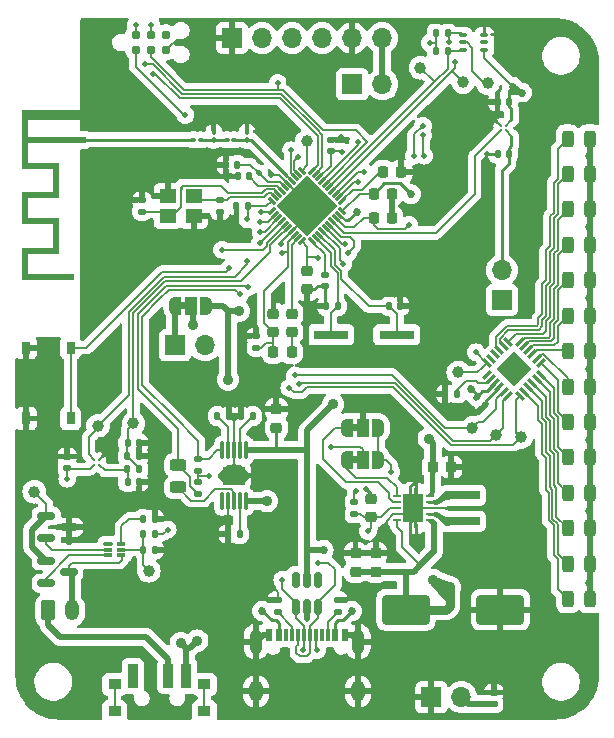
<source format=gbr>
%TF.GenerationSoftware,KiCad,Pcbnew,8.0.2*%
%TF.CreationDate,2024-05-26T21:52:28+02:00*%
%TF.ProjectId,Plant_Thing,506c616e-745f-4546-9869-6e672e6b6963,rev?*%
%TF.SameCoordinates,Original*%
%TF.FileFunction,Copper,L1,Top*%
%TF.FilePolarity,Positive*%
%FSLAX46Y46*%
G04 Gerber Fmt 4.6, Leading zero omitted, Abs format (unit mm)*
G04 Created by KiCad (PCBNEW 8.0.2) date 2024-05-26 21:52:28*
%MOMM*%
%LPD*%
G01*
G04 APERTURE LIST*
G04 Aperture macros list*
%AMRoundRect*
0 Rectangle with rounded corners*
0 $1 Rounding radius*
0 $2 $3 $4 $5 $6 $7 $8 $9 X,Y pos of 4 corners*
0 Add a 4 corners polygon primitive as box body*
4,1,4,$2,$3,$4,$5,$6,$7,$8,$9,$2,$3,0*
0 Add four circle primitives for the rounded corners*
1,1,$1+$1,$2,$3*
1,1,$1+$1,$4,$5*
1,1,$1+$1,$6,$7*
1,1,$1+$1,$8,$9*
0 Add four rect primitives between the rounded corners*
20,1,$1+$1,$2,$3,$4,$5,0*
20,1,$1+$1,$4,$5,$6,$7,0*
20,1,$1+$1,$6,$7,$8,$9,0*
20,1,$1+$1,$8,$9,$2,$3,0*%
%AMRotRect*
0 Rectangle, with rotation*
0 The origin of the aperture is its center*
0 $1 length*
0 $2 width*
0 $3 Rotation angle, in degrees counterclockwise*
0 Add horizontal line*
21,1,$1,$2,0,0,$3*%
%AMFreePoly0*
4,1,19,0.550000,-0.750000,0.000000,-0.750000,0.000000,-0.744911,-0.071157,-0.744911,-0.207708,-0.704816,-0.327430,-0.627875,-0.420627,-0.520320,-0.479746,-0.390866,-0.500000,-0.250000,-0.500000,0.250000,-0.479746,0.390866,-0.420627,0.520320,-0.327430,0.627875,-0.207708,0.704816,-0.071157,0.744911,0.000000,0.744911,0.000000,0.750000,0.550000,0.750000,0.550000,-0.750000,0.550000,-0.750000,
$1*%
%AMFreePoly1*
4,1,19,0.000000,0.744911,0.071157,0.744911,0.207708,0.704816,0.327430,0.627875,0.420627,0.520320,0.479746,0.390866,0.500000,0.250000,0.500000,-0.250000,0.479746,-0.390866,0.420627,-0.520320,0.327430,-0.627875,0.207708,-0.704816,0.071157,-0.744911,0.000000,-0.744911,0.000000,-0.750000,-0.550000,-0.750000,-0.550000,0.750000,0.000000,0.750000,0.000000,0.744911,0.000000,0.744911,
$1*%
%AMFreePoly2*
4,1,21,-0.125000,1.200000,0.125000,1.200000,0.125000,1.700000,0.375000,1.700000,0.375000,1.200000,0.825000,1.200000,0.825000,-1.200000,0.375000,-1.200000,0.375000,-1.700000,0.125000,-1.700000,0.125000,-1.200000,-0.125000,-1.200000,-0.125000,-1.700000,-0.375000,-1.700000,-0.375000,-1.200000,-0.825000,-1.200000,-0.825000,1.200000,-0.375000,1.200000,-0.375000,1.700000,-0.125000,1.700000,
-0.125000,1.200000,-0.125000,1.200000,$1*%
G04 Aperture macros list end*
%TA.AperFunction,Conductor*%
%ADD10C,0.000000*%
%TD*%
%TA.AperFunction,Conductor*%
%ADD11C,0.254000*%
%TD*%
%TA.AperFunction,EtchedComponent*%
%ADD12C,0.000000*%
%TD*%
%TA.AperFunction,SMDPad,CuDef*%
%ADD13RoundRect,0.140000X0.170000X-0.140000X0.170000X0.140000X-0.170000X0.140000X-0.170000X-0.140000X0*%
%TD*%
%TA.AperFunction,SMDPad,CuDef*%
%ADD14C,1.000000*%
%TD*%
%TA.AperFunction,SMDPad,CuDef*%
%ADD15RoundRect,0.100000X0.100000X-0.130000X0.100000X0.130000X-0.100000X0.130000X-0.100000X-0.130000X0*%
%TD*%
%TA.AperFunction,SMDPad,CuDef*%
%ADD16RoundRect,0.150000X0.150000X-0.512500X0.150000X0.512500X-0.150000X0.512500X-0.150000X-0.512500X0*%
%TD*%
%TA.AperFunction,SMDPad,CuDef*%
%ADD17RoundRect,0.140000X0.140000X0.170000X-0.140000X0.170000X-0.140000X-0.170000X0.140000X-0.170000X0*%
%TD*%
%TA.AperFunction,SMDPad,CuDef*%
%ADD18RoundRect,0.225000X0.250000X-0.225000X0.250000X0.225000X-0.250000X0.225000X-0.250000X-0.225000X0*%
%TD*%
%TA.AperFunction,SMDPad,CuDef*%
%ADD19FreePoly0,0.000000*%
%TD*%
%TA.AperFunction,SMDPad,CuDef*%
%ADD20R,1.000000X1.500000*%
%TD*%
%TA.AperFunction,SMDPad,CuDef*%
%ADD21FreePoly1,0.000000*%
%TD*%
%TA.AperFunction,SMDPad,CuDef*%
%ADD22RoundRect,0.140000X-0.170000X0.140000X-0.170000X-0.140000X0.170000X-0.140000X0.170000X0.140000X0*%
%TD*%
%TA.AperFunction,SMDPad,CuDef*%
%ADD23RoundRect,0.075000X-0.075000X0.650000X-0.075000X-0.650000X0.075000X-0.650000X0.075000X0.650000X0*%
%TD*%
%TA.AperFunction,HeatsinkPad*%
%ADD24C,0.600000*%
%TD*%
%TA.AperFunction,HeatsinkPad*%
%ADD25R,1.880000X1.570000*%
%TD*%
%TA.AperFunction,SMDPad,CuDef*%
%ADD26RoundRect,0.243750X-0.243750X-0.456250X0.243750X-0.456250X0.243750X0.456250X-0.243750X0.456250X0*%
%TD*%
%TA.AperFunction,SMDPad,CuDef*%
%ADD27RotRect,0.280000X0.850000X225.000000*%
%TD*%
%TA.AperFunction,SMDPad,CuDef*%
%ADD28RotRect,0.280000X0.850000X135.000000*%
%TD*%
%TA.AperFunction,ComponentPad*%
%ADD29C,0.500000*%
%TD*%
%TA.AperFunction,SMDPad,CuDef*%
%ADD30RotRect,2.100000X2.100000X135.000000*%
%TD*%
%TA.AperFunction,SMDPad,CuDef*%
%ADD31RoundRect,0.135000X-0.135000X-0.185000X0.135000X-0.185000X0.135000X0.185000X-0.135000X0.185000X0*%
%TD*%
%TA.AperFunction,SMDPad,CuDef*%
%ADD32RoundRect,0.218750X0.256250X-0.218750X0.256250X0.218750X-0.256250X0.218750X-0.256250X-0.218750X0*%
%TD*%
%TA.AperFunction,ComponentPad*%
%ADD33R,1.700000X1.700000*%
%TD*%
%TA.AperFunction,ComponentPad*%
%ADD34O,1.700000X1.700000*%
%TD*%
%TA.AperFunction,SMDPad,CuDef*%
%ADD35RoundRect,0.135000X0.185000X-0.135000X0.185000X0.135000X-0.185000X0.135000X-0.185000X-0.135000X0*%
%TD*%
%TA.AperFunction,SMDPad,CuDef*%
%ADD36R,3.000000X0.800000*%
%TD*%
%TA.AperFunction,SMDPad,CuDef*%
%ADD37RoundRect,0.135000X0.135000X0.185000X-0.135000X0.185000X-0.135000X-0.185000X0.135000X-0.185000X0*%
%TD*%
%TA.AperFunction,ConnectorPad*%
%ADD38C,0.787400*%
%TD*%
%TA.AperFunction,SMDPad,CuDef*%
%ADD39R,2.700000X0.800000*%
%TD*%
%TA.AperFunction,SMDPad,CuDef*%
%ADD40RoundRect,0.243750X0.456250X-0.243750X0.456250X0.243750X-0.456250X0.243750X-0.456250X-0.243750X0*%
%TD*%
%TA.AperFunction,SMDPad,CuDef*%
%ADD41RoundRect,0.150000X-0.587500X-0.150000X0.587500X-0.150000X0.587500X0.150000X-0.587500X0.150000X0*%
%TD*%
%TA.AperFunction,SMDPad,CuDef*%
%ADD42C,0.250000*%
%TD*%
%TA.AperFunction,SMDPad,CuDef*%
%ADD43RoundRect,0.225000X-0.225000X-0.250000X0.225000X-0.250000X0.225000X0.250000X-0.225000X0.250000X0*%
%TD*%
%TA.AperFunction,SMDPad,CuDef*%
%ADD44RoundRect,0.250000X-1.750000X-1.000000X1.750000X-1.000000X1.750000X1.000000X-1.750000X1.000000X0*%
%TD*%
%TA.AperFunction,SMDPad,CuDef*%
%ADD45RoundRect,0.140000X-0.140000X-0.170000X0.140000X-0.170000X0.140000X0.170000X-0.140000X0.170000X0*%
%TD*%
%TA.AperFunction,SMDPad,CuDef*%
%ADD46RoundRect,0.062500X0.291682X-0.203293X-0.203293X0.291682X-0.291682X0.203293X0.203293X-0.291682X0*%
%TD*%
%TA.AperFunction,SMDPad,CuDef*%
%ADD47RoundRect,0.062500X0.291682X0.203293X0.203293X0.291682X-0.291682X-0.203293X-0.203293X-0.291682X0*%
%TD*%
%TA.AperFunction,HeatsinkPad*%
%ADD48RotRect,3.600000X3.600000X135.000000*%
%TD*%
%TA.AperFunction,SMDPad,CuDef*%
%ADD49RoundRect,0.075000X0.250000X0.075000X-0.250000X0.075000X-0.250000X-0.075000X0.250000X-0.075000X0*%
%TD*%
%TA.AperFunction,SMDPad,CuDef*%
%ADD50RoundRect,0.135000X-0.185000X0.135000X-0.185000X-0.135000X0.185000X-0.135000X0.185000X0.135000X0*%
%TD*%
%TA.AperFunction,SMDPad,CuDef*%
%ADD51R,0.900000X2.000000*%
%TD*%
%TA.AperFunction,SMDPad,CuDef*%
%ADD52R,1.100000X0.930000*%
%TD*%
%TA.AperFunction,SMDPad,CuDef*%
%ADD53RoundRect,0.100000X-0.130000X-0.100000X0.130000X-0.100000X0.130000X0.100000X-0.130000X0.100000X0*%
%TD*%
%TA.AperFunction,ConnectorPad*%
%ADD54R,0.500000X0.500000*%
%TD*%
%TA.AperFunction,ComponentPad*%
%ADD55R,0.500000X0.900000*%
%TD*%
%TA.AperFunction,SMDPad,CuDef*%
%ADD56RoundRect,0.070000X-0.355000X0.070000X-0.355000X-0.070000X0.355000X-0.070000X0.355000X0.070000X0*%
%TD*%
%TA.AperFunction,SMDPad,CuDef*%
%ADD57RoundRect,0.070000X-0.305000X0.070000X-0.305000X-0.070000X0.305000X-0.070000X0.305000X0.070000X0*%
%TD*%
%TA.AperFunction,SMDPad,CuDef*%
%ADD58RoundRect,0.225000X-0.250000X0.225000X-0.250000X-0.225000X0.250000X-0.225000X0.250000X0.225000X0*%
%TD*%
%TA.AperFunction,SMDPad,CuDef*%
%ADD59RoundRect,0.218750X-0.218750X-0.256250X0.218750X-0.256250X0.218750X0.256250X-0.218750X0.256250X0*%
%TD*%
%TA.AperFunction,SMDPad,CuDef*%
%ADD60RoundRect,0.060000X0.240000X0.060000X-0.240000X0.060000X-0.240000X-0.060000X0.240000X-0.060000X0*%
%TD*%
%TA.AperFunction,SMDPad,CuDef*%
%ADD61FreePoly2,180.000000*%
%TD*%
%TA.AperFunction,SMDPad,CuDef*%
%ADD62RoundRect,0.140000X0.219203X0.021213X0.021213X0.219203X-0.219203X-0.021213X-0.021213X-0.219203X0*%
%TD*%
%TA.AperFunction,SMDPad,CuDef*%
%ADD63R,0.550000X1.100000*%
%TD*%
%TA.AperFunction,SMDPad,CuDef*%
%ADD64R,0.300000X1.100000*%
%TD*%
%TA.AperFunction,ComponentPad*%
%ADD65O,1.100000X2.000000*%
%TD*%
%TA.AperFunction,ComponentPad*%
%ADD66O,1.200000X1.800000*%
%TD*%
%TA.AperFunction,SMDPad,CuDef*%
%ADD67RoundRect,0.225000X0.225000X0.250000X-0.225000X0.250000X-0.225000X-0.250000X0.225000X-0.250000X0*%
%TD*%
%TA.AperFunction,SMDPad,CuDef*%
%ADD68R,0.750000X1.000000*%
%TD*%
%TA.AperFunction,SMDPad,CuDef*%
%ADD69R,1.400000X1.200000*%
%TD*%
%TA.AperFunction,ComponentPad*%
%ADD70RoundRect,0.250000X-0.350000X-0.625000X0.350000X-0.625000X0.350000X0.625000X-0.350000X0.625000X0*%
%TD*%
%TA.AperFunction,ComponentPad*%
%ADD71O,1.200000X1.750000*%
%TD*%
%TA.AperFunction,ViaPad*%
%ADD72C,0.500000*%
%TD*%
%TA.AperFunction,ViaPad*%
%ADD73C,0.889000*%
%TD*%
%TA.AperFunction,ViaPad*%
%ADD74C,0.685800*%
%TD*%
%TA.AperFunction,Conductor*%
%ADD75C,0.127000*%
%TD*%
%TA.AperFunction,Conductor*%
%ADD76C,0.508000*%
%TD*%
%TA.AperFunction,Conductor*%
%ADD77C,0.762000*%
%TD*%
G04 APERTURE END LIST*
D10*
%TA.AperFunction,Conductor*%
%TO.N,Net-(U6-L1)*%
G36*
X167100000Y-101100000D02*
G01*
X166800000Y-101100000D01*
X166000000Y-101500000D01*
X165500000Y-101400000D01*
X165500000Y-101200000D01*
X166000000Y-101000000D01*
X166800000Y-100300000D01*
X167100000Y-100300000D01*
X167100000Y-101100000D01*
G37*
%TD.AperFunction*%
%TA.AperFunction,Conductor*%
%TO.N,GND*%
G36*
X164300000Y-99700000D02*
G01*
X164250000Y-99950000D01*
X163800000Y-99950000D01*
X164100000Y-99600000D01*
X164300000Y-99700000D01*
G37*
%TD.AperFunction*%
%TA.AperFunction,Conductor*%
%TO.N,VCC*%
G36*
X165800000Y-100400000D02*
G01*
X165700000Y-100800000D01*
X165100000Y-100800000D01*
X165400000Y-100400000D01*
X165400000Y-98700000D01*
X165800000Y-98700000D01*
X165800000Y-100400000D01*
G37*
%TD.AperFunction*%
D11*
%TO.N,VDDA*%
X173000000Y-66500000D02*
X172100000Y-66500000D01*
X172600000Y-66100000D01*
X173000000Y-66500000D01*
%TA.AperFunction,Conductor*%
G36*
X173000000Y-66500000D02*
G01*
X172100000Y-66500000D01*
X172600000Y-66100000D01*
X173000000Y-66500000D01*
G37*
%TD.AperFunction*%
D10*
%TA.AperFunction,Conductor*%
%TO.N,+3.3V*%
G36*
X165973654Y-102976348D02*
G01*
X165975484Y-103243496D01*
X165471379Y-103243496D01*
X165219784Y-102919625D01*
X165600000Y-102700000D01*
X165700000Y-102700000D01*
X165973654Y-102976348D01*
G37*
%TD.AperFunction*%
%TA.AperFunction,Conductor*%
G36*
X167300000Y-108100000D02*
G01*
X167300000Y-109500000D01*
X166800000Y-109700000D01*
X165500000Y-108300000D01*
X165700000Y-107500000D01*
X167300000Y-108100000D01*
G37*
%TD.AperFunction*%
%TA.AperFunction,Conductor*%
%TO.N,Net-(U6-L2)*%
G36*
X166800000Y-102500000D02*
G01*
X167100000Y-102500000D01*
X167100000Y-103300000D01*
X166800000Y-103300000D01*
X166000000Y-102600000D01*
X165500000Y-102400000D01*
X165500000Y-102200000D01*
X166000000Y-102100000D01*
X166800000Y-102500000D01*
G37*
%TD.AperFunction*%
D12*
%TA.AperFunction,EtchedComponent*%
%TD*%
%TO.C,JP2*%
G36*
X159300000Y-95300000D02*
G01*
X158800000Y-95300000D01*
X158800000Y-94700000D01*
X159300000Y-94700000D01*
X159300000Y-95300000D01*
G37*
%TD.AperFunction*%
%TA.AperFunction,EtchedComponent*%
%TO.C,JP3*%
G36*
X144742500Y-84942500D02*
G01*
X144242500Y-84942500D01*
X144242500Y-84342500D01*
X144742500Y-84342500D01*
X144742500Y-84942500D01*
G37*
%TD.AperFunction*%
%TA.AperFunction,EtchedComponent*%
%TO.C,JP1*%
G36*
X159300000Y-98000000D02*
G01*
X158800000Y-98000000D01*
X158800000Y-97400000D01*
X159300000Y-97400000D01*
X159300000Y-98000000D01*
G37*
%TD.AperFunction*%
%TA.AperFunction,EtchedComponent*%
%TO.C,AE1*%
G36*
X136006785Y-68050000D02*
G01*
X136250000Y-68050000D01*
X136250000Y-68950000D01*
X131350000Y-68950000D01*
X131350000Y-70350000D01*
X136250000Y-70350000D01*
X136250000Y-70850000D01*
X131350000Y-70850000D01*
X131350000Y-72550000D01*
X133990000Y-72550000D01*
X133990000Y-75550000D01*
X131350000Y-75550000D01*
X131350000Y-77250000D01*
X133990000Y-77250000D01*
X133990000Y-80250000D01*
X131350000Y-80250000D01*
X131350000Y-81950000D01*
X135290000Y-81950000D01*
X135290000Y-82450000D01*
X130850000Y-82450000D01*
X130850000Y-79750000D01*
X133490000Y-79750000D01*
X133490000Y-77750000D01*
X130850000Y-77750000D01*
X130850000Y-75050000D01*
X133490000Y-75050000D01*
X133490000Y-73050000D01*
X130850000Y-73050000D01*
X130850000Y-68492733D01*
X135852018Y-68492733D01*
X135858592Y-68542318D01*
X135878687Y-68587628D01*
X135911357Y-68622888D01*
X135943583Y-68639782D01*
X135991842Y-68648222D01*
X136041368Y-68641691D01*
X136086553Y-68621132D01*
X136121787Y-68587489D01*
X136132400Y-68568878D01*
X136145300Y-68523363D01*
X136146043Y-68474844D01*
X136133935Y-68432181D01*
X136129581Y-68424269D01*
X136096797Y-68386326D01*
X136054395Y-68362258D01*
X136006785Y-68352417D01*
X135958378Y-68357153D01*
X135913584Y-68376815D01*
X135876814Y-68411755D01*
X135859908Y-68444647D01*
X135852018Y-68492733D01*
X130850000Y-68492733D01*
X130850000Y-68050000D01*
X136006785Y-68050000D01*
G37*
%TD.AperFunction*%
%TD*%
D13*
%TO.P,C1,1*%
%TO.N,GND*%
X156500000Y-82980000D03*
%TO.P,C1,2*%
%TO.N,Net-(U1-DEC1)*%
X156500000Y-82020000D03*
%TD*%
D14*
%TO.P,TP1,1,1*%
%TO.N,Net-(U1-DEC5)*%
X155000000Y-70700000D03*
%TD*%
D13*
%TO.P,C8,1*%
%TO.N,VDD*%
X170800000Y-118360000D03*
%TO.P,C8,2*%
%TO.N,GND*%
X170800000Y-117400000D03*
%TD*%
D15*
%TO.P,C13,1*%
%TO.N,Net-(C13-Pad1)*%
X147100000Y-70620000D03*
%TO.P,C13,2*%
%TO.N,GND*%
X147100000Y-69980000D03*
%TD*%
D16*
%TO.P,U7,1,IO1*%
%TO.N,USB_DP*%
X154050000Y-110137500D03*
%TO.P,U7,2,VN*%
%TO.N,GND*%
X155000000Y-110137500D03*
%TO.P,U7,3,IO2*%
%TO.N,USB_DN*%
X155950000Y-110137500D03*
%TO.P,U7,4,IO3*%
%TO.N,unconnected-(U7-IO3-Pad4)*%
X155950000Y-107862500D03*
%TO.P,U7,5,VP*%
%TO.N,VBUS*%
X155000000Y-107862500D03*
%TO.P,U7,6,IO4*%
%TO.N,unconnected-(U7-IO4-Pad6)*%
X154050000Y-107862500D03*
%TD*%
D17*
%TO.P,C16,1*%
%TO.N,GND*%
X162880000Y-84700000D03*
%TO.P,C16,2*%
%TO.N,Net-(U1-XL2{slash}P0.01)*%
X161920000Y-84700000D03*
%TD*%
D18*
%TO.P,C27,1*%
%TO.N,+3.3V*%
X160800000Y-107175000D03*
%TO.P,C27,2*%
%TO.N,GND*%
X160800000Y-105625000D03*
%TD*%
D14*
%TO.P,TP12,1,1*%
%TO.N,P0.20_BLANK*%
X167800000Y-90300000D03*
%TD*%
D19*
%TO.P,JP2,1,A*%
%TO.N,/Power/PS*%
X158400000Y-95000000D03*
D20*
%TO.P,JP2,2,C*%
%TO.N,GND*%
X159700000Y-95000000D03*
D21*
%TO.P,JP2,3,B*%
%TO.N,/Power/VINA*%
X161000000Y-95000000D03*
%TD*%
D14*
%TO.P,TP9,1,1*%
%TO.N,P0.29_SCLK*%
X171000000Y-95600000D03*
%TD*%
D22*
%TO.P,C14,1*%
%TO.N,GND*%
X141000000Y-75720000D03*
%TO.P,C14,2*%
%TO.N,Net-(U1-XC1)*%
X141000000Y-76680000D03*
%TD*%
D14*
%TO.P,TP4,1,1*%
%TO.N,P0.15_SDA*%
X164600000Y-64500000D03*
%TD*%
D13*
%TO.P,C5,1*%
%TO.N,VDD*%
X157000000Y-71580000D03*
%TO.P,C5,2*%
%TO.N,GND*%
X157000000Y-70620000D03*
%TD*%
D14*
%TO.P,TP2,1,1*%
%TO.N,P0.02_BATT_MEASURE*%
X140300000Y-94600000D03*
%TD*%
D23*
%TO.P,U3,1,IN*%
%TO.N,VBUS*%
X149800000Y-96900000D03*
%TO.P,U3,2,ISET*%
%TO.N,Net-(U3-ISET)*%
X149300000Y-96900000D03*
%TO.P,U3,3,VSS*%
%TO.N,GND*%
X148800000Y-96900000D03*
%TO.P,U3,4,PRETERM*%
%TO.N,Net-(U3-PRETERM)*%
X148300000Y-96900000D03*
%TO.P,U3,5,~{PG}*%
%TO.N,P0.17_PG*%
X147800000Y-96900000D03*
%TO.P,U3,6,NC*%
%TO.N,unconnected-(U3-NC-Pad6)*%
X147800000Y-101200000D03*
%TO.P,U3,7,ISET2*%
%TO.N,GND*%
X148300000Y-101200000D03*
%TO.P,U3,8,~{CHG}*%
%TO.N,Net-(D15-K)*%
X148800000Y-101200000D03*
%TO.P,U3,9,TS*%
%TO.N,Net-(U3-TS)*%
X149300000Y-101200000D03*
%TO.P,U3,10,OUT*%
%TO.N,+BATT*%
X149800000Y-101200000D03*
D24*
%TO.P,U3,11,VSS*%
%TO.N,GND*%
X149440000Y-98565000D03*
X148160000Y-98565000D03*
D25*
X148800000Y-99050000D03*
D24*
X149440000Y-99535000D03*
X148160000Y-99535000D03*
%TD*%
D26*
%TO.P,D4,1,K*%
%TO.N,Net-(D4-K)*%
X177062500Y-100500000D03*
%TO.P,D4,2,A*%
%TO.N,Net-(D1-A)*%
X178937500Y-100500000D03*
%TD*%
%TO.P,D1,1,K*%
%TO.N,Net-(D1-K)*%
X177062500Y-109500000D03*
%TO.P,D1,2,A*%
%TO.N,Net-(D1-A)*%
X178937500Y-109500000D03*
%TD*%
D14*
%TO.P,TP6,1,1*%
%TO.N,Net-(U2-BAT)*%
X141600000Y-107100000D03*
%TD*%
D27*
%TO.P,U5,1,LAT*%
%TO.N,P0.28_LAT*%
X173012652Y-92280419D03*
%TO.P,U5,2,OUT0*%
%TO.N,Net-(D1-K)*%
X173366205Y-91926867D03*
%TO.P,U5,3,OUT1*%
%TO.N,Net-(D2-K)*%
X173719759Y-91573313D03*
%TO.P,U5,4,OUT2*%
%TO.N,Net-(D3-K)*%
X174073313Y-91219759D03*
%TO.P,U5,5,OUT3*%
%TO.N,Net-(D4-K)*%
X174426867Y-90866205D03*
%TO.P,U5,6,OUT4*%
%TO.N,Net-(D5-K)*%
X174780419Y-90512652D03*
D28*
%TO.P,U5,7,OUT5*%
%TO.N,Net-(D6-K)*%
X174780642Y-89487570D03*
%TO.P,U5,8,OUT6*%
%TO.N,Net-(D7-K)*%
X174427000Y-89133928D03*
%TO.P,U5,9,OUT7*%
%TO.N,Net-(D8-K)*%
X174073357Y-88780285D03*
%TO.P,U5,10,OUT8*%
%TO.N,Net-(D9-K)*%
X173719715Y-88426643D03*
%TO.P,U5,11,OUT9*%
%TO.N,Net-(D10-K)*%
X173366072Y-88073000D03*
%TO.P,U5,12,OUT10*%
%TO.N,Net-(D11-K)*%
X173012430Y-87719358D03*
D27*
%TO.P,U5,13,OUT11*%
%TO.N,Net-(D12-K)*%
X171987348Y-87719581D03*
%TO.P,U5,14,OUT12*%
%TO.N,Net-(D13-K)*%
X171633795Y-88073133D03*
%TO.P,U5,15,OUT13*%
%TO.N,Net-(D14-K)*%
X171280241Y-88426687D03*
%TO.P,U5,16,OUT14*%
%TO.N,unconnected-(U5-OUT14-Pad16)*%
X170926687Y-88780241D03*
%TO.P,U5,17,OUT15*%
%TO.N,unconnected-(U5-OUT15-Pad17)*%
X170573133Y-89133795D03*
%TO.P,U5,18,BLANK*%
%TO.N,P0.20_BLANK*%
X170219581Y-89487348D03*
D28*
%TO.P,U5,19,SOUT*%
%TO.N,unconnected-(U5-SOUT-Pad19)*%
X170219358Y-90512430D03*
%TO.P,U5,20,IREF*%
%TO.N,Net-(U5-IREF)*%
X170573000Y-90866072D03*
%TO.P,U5,21,VCC*%
%TO.N,Net-(D1-A)*%
X170926643Y-91219715D03*
%TO.P,U5,22,GND*%
%TO.N,GND*%
X171280285Y-91573357D03*
%TO.P,U5,23,SIN*%
%TO.N,P0.30_SIN*%
X171633928Y-91927000D03*
%TO.P,U5,24,SCLK*%
%TO.N,P0.29_SCLK*%
X171987570Y-92280642D03*
D29*
%TO.P,U5,25,EPAD*%
%TO.N,GND*%
X172500000Y-90556776D03*
X173056776Y-90000000D03*
D30*
X172500000Y-90000000D03*
D29*
X171943224Y-90000000D03*
X172500000Y-89443224D03*
%TD*%
D13*
%TO.P,C15,1*%
%TO.N,GND*%
X147600000Y-76680000D03*
%TO.P,C15,2*%
%TO.N,Net-(U1-XC2)*%
X147600000Y-75720000D03*
%TD*%
D31*
%TO.P,R6,1*%
%TO.N,Net-(IC1-OUT)*%
X139770000Y-98500000D03*
%TO.P,R6,2*%
%TO.N,P0.02_BATT_MEASURE*%
X140790000Y-98500000D03*
%TD*%
D26*
%TO.P,D10,1,K*%
%TO.N,Net-(D10-K)*%
X177062500Y-82500000D03*
%TO.P,D10,2,A*%
%TO.N,Net-(D1-A)*%
X178937500Y-82500000D03*
%TD*%
D32*
%TO.P,L2,1*%
%TO.N,Net-(L1-Pad2)*%
X153700000Y-86900000D03*
%TO.P,L2,2*%
%TO.N,DCC*%
X153700000Y-85325000D03*
%TD*%
D31*
%TO.P,R9,1*%
%TO.N,VDDA*%
X165890000Y-63100000D03*
%TO.P,R9,2*%
%TO.N,P0.15_SDA*%
X166910000Y-63100000D03*
%TD*%
D26*
%TO.P,D6,1,K*%
%TO.N,Net-(D6-K)*%
X177062500Y-94500000D03*
%TO.P,D6,2,A*%
%TO.N,Net-(D1-A)*%
X178937500Y-94500000D03*
%TD*%
D33*
%TO.P,J8,1,Pin_1*%
%TO.N,GND*%
X165525000Y-117800000D03*
D34*
%TO.P,J8,2,Pin_2*%
%TO.N,VDD*%
X168065000Y-117800000D03*
%TD*%
D15*
%TO.P,C12,1*%
%TO.N,Net-(U1-ANT)*%
X149900000Y-70620000D03*
%TO.P,C12,2*%
%TO.N,GND*%
X149900000Y-69980000D03*
%TD*%
D18*
%TO.P,C26,1*%
%TO.N,+3.3V*%
X159100000Y-107175000D03*
%TO.P,C26,2*%
%TO.N,GND*%
X159100000Y-105625000D03*
%TD*%
D35*
%TO.P,R11,1*%
%TO.N,Net-(USB1-CC2)*%
X157600000Y-110610000D03*
%TO.P,R11,2*%
%TO.N,GND*%
X157600000Y-109590000D03*
%TD*%
D31*
%TO.P,R1,1*%
%TO.N,Net-(U2-V-)*%
X141090000Y-102700000D03*
%TO.P,R1,2*%
%TO.N,GND*%
X142110000Y-102700000D03*
%TD*%
D36*
%TO.P,X1,1,1*%
%TO.N,Net-(U1-XL2{slash}P0.01)*%
X162600000Y-87100000D03*
%TO.P,X1,2,2*%
%TO.N,Net-(U1-XL1{slash}P0.00)*%
X157000000Y-87100000D03*
%TD*%
D37*
%TO.P,R2,1*%
%TO.N,+BATT*%
X142110000Y-104000000D03*
%TO.P,R2,2*%
%TO.N,Net-(U2-BAT)*%
X141090000Y-104000000D03*
%TD*%
D33*
%TO.P,J7,1,Pin_1*%
%TO.N,Net-(J7-Pin_1)*%
X143825000Y-88000000D03*
D34*
%TO.P,J7,2,Pin_2*%
%TO.N,/VDDH*%
X146365000Y-88000000D03*
%TD*%
D38*
%TO.P,J1,1,VCC*%
%TO.N,VDD*%
X140500000Y-63000000D03*
%TO.P,J1,2,SWDIO*%
%TO.N,SWDIO*%
X140500000Y-61730000D03*
%TO.P,J1,3,~{RESET}*%
%TO.N,P0.18_RESET*%
X141770000Y-63000000D03*
%TO.P,J1,4,SWCLK*%
%TO.N,SWDCLK*%
X141770000Y-61730000D03*
%TO.P,J1,5,GND*%
%TO.N,GND*%
X143040000Y-63000000D03*
%TO.P,J1,6,SWO*%
%TO.N,unconnected-(J1-SWO-Pad6)*%
X143040000Y-61730000D03*
%TD*%
D39*
%TO.P,L5,1*%
%TO.N,Net-(U6-L1)*%
X168300000Y-100700000D03*
%TO.P,L5,2*%
%TO.N,Net-(U6-L2)*%
X168300000Y-102900000D03*
%TD*%
D17*
%TO.P,C29,1*%
%TO.N,+3.3V*%
X172080000Y-71800000D03*
%TO.P,C29,2*%
%TO.N,GND*%
X171120000Y-71800000D03*
%TD*%
D33*
%TO.P,J6,1,Pin_1*%
%TO.N,VDDA*%
X158825000Y-65900000D03*
D34*
%TO.P,J6,2,Pin_2*%
%TO.N,Net-(J3-Pin_6)*%
X161365000Y-65900000D03*
%TD*%
D33*
%TO.P,J3,1,Pin_1*%
%TO.N,GND*%
X148650000Y-62000000D03*
D34*
%TO.P,J3,2,Pin_2*%
%TO.N,P0.03_TDT_MEASURE*%
X151190000Y-62000000D03*
%TO.P,J3,3,Pin_3*%
%TO.N,P0.04_AIN2*%
X153730000Y-62000000D03*
%TO.P,J3,4,Pin_4*%
%TO.N,P0.05_AIN3*%
X156270000Y-62000000D03*
%TO.P,J3,5,Pin_5*%
%TO.N,GND*%
X158810000Y-62000000D03*
%TO.P,J3,6,Pin_6*%
%TO.N,Net-(J3-Pin_6)*%
X161350000Y-62000000D03*
%TD*%
D26*
%TO.P,D11,1,K*%
%TO.N,Net-(D11-K)*%
X177062500Y-79500000D03*
%TO.P,D11,2,A*%
%TO.N,Net-(D1-A)*%
X178937500Y-79500000D03*
%TD*%
D14*
%TO.P,TP3,1,1*%
%TO.N,P0.14_SCL*%
X168200000Y-65700000D03*
%TD*%
D40*
%TO.P,D15,1,K*%
%TO.N,Net-(D15-K)*%
X144100000Y-100037500D03*
%TO.P,D15,2,A*%
%TO.N,P0.16_CHG*%
X144100000Y-98162500D03*
%TD*%
D41*
%TO.P,Q2,1,D*%
%TO.N,Net-(Q1-D)*%
X132925000Y-106250000D03*
%TO.P,Q2,2,G*%
%TO.N,Net-(Q2-G)*%
X132925000Y-108150000D03*
%TO.P,Q2,3,S*%
%TO.N,-BATT*%
X134800000Y-107200000D03*
%TD*%
D18*
%TO.P,C19,1*%
%TO.N,VBUS*%
X152400000Y-94975000D03*
%TO.P,C19,2*%
%TO.N,GND*%
X152400000Y-93425000D03*
%TD*%
D26*
%TO.P,D2,1,K*%
%TO.N,Net-(D2-K)*%
X177062500Y-106500000D03*
%TO.P,D2,2,A*%
%TO.N,Net-(D1-A)*%
X178937500Y-106500000D03*
%TD*%
D42*
%TO.P,IC2,A1,OUT*%
%TO.N,VDDA*%
X171800000Y-69400000D03*
%TO.P,IC2,A2,IN*%
%TO.N,+3.3V*%
X171800000Y-69800000D03*
%TO.P,IC2,B1,GND*%
%TO.N,GND*%
X171400000Y-69400000D03*
%TO.P,IC2,B2,EN*%
%TO.N,P0.07_EN_SENSOR_BUS*%
X171400000Y-69800000D03*
%TD*%
D43*
%TO.P,C24,1*%
%TO.N,VCC*%
X165650000Y-98300000D03*
%TO.P,C24,2*%
%TO.N,GND*%
X167200000Y-98300000D03*
%TD*%
D44*
%TO.P,C28,1*%
%TO.N,+3.3V*%
X163367500Y-110400000D03*
%TO.P,C28,2*%
%TO.N,GND*%
X171367500Y-110400000D03*
%TD*%
D45*
%TO.P,C17,1*%
%TO.N,GND*%
X156620000Y-84700000D03*
%TO.P,C17,2*%
%TO.N,Net-(U1-XL1{slash}P0.00)*%
X157580000Y-84700000D03*
%TD*%
D31*
%TO.P,R13,1*%
%TO.N,GND*%
X166690000Y-92100000D03*
%TO.P,R13,2*%
%TO.N,Net-(U5-IREF)*%
X167710000Y-92100000D03*
%TD*%
D46*
%TO.P,U1,1,DEC1*%
%TO.N,Net-(U1-DEC1)*%
X155450781Y-79196365D03*
%TO.P,U1,2,XL1/P0.00*%
%TO.N,Net-(U1-XL1{slash}P0.00)*%
X155733623Y-78913522D03*
%TO.P,U1,3,XL2/P0.01*%
%TO.N,Net-(U1-XL2{slash}P0.01)*%
X156016466Y-78630680D03*
%TO.P,U1,4,AIN2/P0.04*%
%TO.N,P0.04_AIN2*%
X156299309Y-78347837D03*
%TO.P,U1,5,AIN3/P0.05*%
%TO.N,P0.05_AIN3*%
X156582151Y-78064994D03*
%TO.P,U1,6,P0.06*%
%TO.N,P0.06_EN_BATT_MEASURE*%
X156864994Y-77782151D03*
%TO.P,U1,7,P0.07*%
%TO.N,P0.07_EN_SENSOR_BUS*%
X157147837Y-77499309D03*
%TO.P,U1,8,VDD*%
%TO.N,VDD*%
X157430680Y-77216466D03*
%TO.P,U1,9,VDDH*%
%TO.N,/VDDH*%
X157713522Y-76933623D03*
%TO.P,U1,10,VBUS*%
%TO.N,VBUS*%
X157996365Y-76650781D03*
D47*
%TO.P,U1,11,DECUSB*%
%TO.N,Net-(U1-DECUSB)*%
X157996365Y-75749219D03*
%TO.P,U1,12,D-*%
%TO.N,USB_DN*%
X157713522Y-75466377D03*
%TO.P,U1,13,D+*%
%TO.N,USB_DP*%
X157430680Y-75183534D03*
%TO.P,U1,14,P0.14*%
%TO.N,P0.14_SCL*%
X157147837Y-74900691D03*
%TO.P,U1,15,P0.15*%
%TO.N,P0.15_SDA*%
X156864994Y-74617849D03*
%TO.P,U1,16,P0.18/~{RESET}*%
%TO.N,P0.18_RESET*%
X156582151Y-74335006D03*
%TO.P,U1,17,P0.20*%
%TO.N,P0.20_BLANK*%
X156299309Y-74052163D03*
%TO.P,U1,18,VDD*%
%TO.N,VDD*%
X156016466Y-73769320D03*
%TO.P,U1,19,SWDIO*%
%TO.N,SWDIO*%
X155733623Y-73486478D03*
%TO.P,U1,20,SWDCLK*%
%TO.N,SWDCLK*%
X155450781Y-73203635D03*
D46*
%TO.P,U1,21,DEC5*%
%TO.N,Net-(U1-DEC5)*%
X154549219Y-73203635D03*
%TO.P,U1,22,P0.16*%
%TO.N,P0.16_CHG*%
X154266377Y-73486478D03*
%TO.P,U1,23,P0.17*%
%TO.N,P0.17_PG*%
X153983534Y-73769320D03*
%TO.P,U1,24,ANT*%
%TO.N,Net-(U1-ANT)*%
X153700691Y-74052163D03*
%TO.P,U1,25,VSS_PA*%
%TO.N,GND*%
X153417849Y-74335006D03*
%TO.P,U1,26,DEC6*%
%TO.N,DEC4*%
X153135006Y-74617849D03*
%TO.P,U1,27,DEC3*%
%TO.N,Net-(U1-DEC3)*%
X152852163Y-74900691D03*
%TO.P,U1,28,XC1*%
%TO.N,Net-(U1-XC1)*%
X152569320Y-75183534D03*
%TO.P,U1,29,XC2*%
%TO.N,Net-(U1-XC2)*%
X152286478Y-75466377D03*
%TO.P,U1,30,VDD*%
%TO.N,VDD*%
X152003635Y-75749219D03*
D47*
%TO.P,U1,31,P0.08*%
%TO.N,P0.08_EN_DCDC*%
X152003635Y-76650781D03*
%TO.P,U1,32,P0.29*%
%TO.N,P0.29_SCLK*%
X152286478Y-76933623D03*
%TO.P,U1,33,P0.30*%
%TO.N,P0.30_SIN*%
X152569320Y-77216466D03*
%TO.P,U1,34,P0.28*%
%TO.N,P0.28_LAT*%
X152852163Y-77499309D03*
%TO.P,U1,35,AIN1/P0.03*%
%TO.N,P0.03_TDT_MEASURE*%
X153135006Y-77782151D03*
%TO.P,U1,36,AIN0/P0.02*%
%TO.N,P0.02_BATT_MEASURE*%
X153417849Y-78064994D03*
%TO.P,U1,37,VSS*%
%TO.N,GND*%
X153700691Y-78347837D03*
%TO.P,U1,38,DEC4*%
%TO.N,DEC4*%
X153983534Y-78630680D03*
%TO.P,U1,39,DCC*%
%TO.N,DCC*%
X154266377Y-78913522D03*
%TO.P,U1,40,VDD*%
%TO.N,VDD*%
X154549219Y-79196365D03*
D48*
%TO.P,U1,41,VSS*%
%TO.N,GND*%
X155000000Y-76200000D03*
%TD*%
D26*
%TO.P,D12,1,K*%
%TO.N,Net-(D12-K)*%
X177062500Y-76500000D03*
%TO.P,D12,2,A*%
%TO.N,Net-(D1-A)*%
X178937500Y-76500000D03*
%TD*%
D33*
%TO.P,J2,1,Pin_1*%
%TO.N,Net-(D1-A)*%
X171500000Y-84175000D03*
D34*
%TO.P,J2,2,Pin_2*%
%TO.N,+3.3V*%
X171500000Y-81635000D03*
%TD*%
D13*
%TO.P,C11,1*%
%TO.N,DEC4*%
X150700000Y-88192500D03*
%TO.P,C11,2*%
%TO.N,GND*%
X150700000Y-87232500D03*
%TD*%
D26*
%TO.P,D7,1,K*%
%TO.N,Net-(D7-K)*%
X177062500Y-91500000D03*
%TO.P,D7,2,A*%
%TO.N,Net-(D1-A)*%
X178937500Y-91500000D03*
%TD*%
D19*
%TO.P,JP3,1,A*%
%TO.N,Net-(J7-Pin_1)*%
X143842500Y-84642500D03*
D20*
%TO.P,JP3,2,C*%
%TO.N,VCC*%
X145142500Y-84642500D03*
D21*
%TO.P,JP3,3,B*%
%TO.N,VDD*%
X146442500Y-84642500D03*
%TD*%
D26*
%TO.P,D14,1,K*%
%TO.N,Net-(D14-K)*%
X177062500Y-70500000D03*
%TO.P,D14,2,A*%
%TO.N,Net-(D1-A)*%
X178937500Y-70500000D03*
%TD*%
D19*
%TO.P,JP1,1,A*%
%TO.N,/Power/EN*%
X158400000Y-97700000D03*
D20*
%TO.P,JP1,2,C*%
%TO.N,P0.08_EN_DCDC*%
X159700000Y-97700000D03*
D21*
%TO.P,JP1,3,B*%
%TO.N,/Power/VINA*%
X161000000Y-97700000D03*
%TD*%
D31*
%TO.P,R7,1*%
%TO.N,P0.02_BATT_MEASURE*%
X139770000Y-97400000D03*
%TO.P,R7,2*%
%TO.N,GND*%
X140790000Y-97400000D03*
%TD*%
D49*
%TO.P,U4,1,VDD*%
%TO.N,VDDA*%
X170000000Y-63000000D03*
%TO.P,U4,2,NC*%
%TO.N,unconnected-(U4-NC-Pad2)*%
X170000000Y-62350000D03*
%TO.P,U4,3,GND*%
%TO.N,GND*%
X170000000Y-61700000D03*
%TO.P,U4,4,SCL*%
%TO.N,P0.14_SCL*%
X168200000Y-61700000D03*
%TO.P,U4,5,INT*%
%TO.N,Net-(U4-INT)*%
X168200000Y-62350000D03*
%TO.P,U4,6,SDA*%
%TO.N,P0.15_SDA*%
X168200000Y-63000000D03*
%TD*%
D37*
%TO.P,R5,1*%
%TO.N,GND*%
X148400000Y-94000000D03*
%TO.P,R5,2*%
%TO.N,Net-(U3-PRETERM)*%
X147380000Y-94000000D03*
%TD*%
D26*
%TO.P,D9,1,K*%
%TO.N,Net-(D9-K)*%
X177062500Y-85500000D03*
%TO.P,D9,2,A*%
%TO.N,Net-(D1-A)*%
X178937500Y-85500000D03*
%TD*%
D50*
%TO.P,R15,1*%
%TO.N,P0.17_PG*%
X145800000Y-97590000D03*
%TO.P,R15,2*%
%TO.N,+BATT*%
X145800000Y-98610000D03*
%TD*%
D35*
%TO.P,R14,1*%
%TO.N,P0.16_CHG*%
X145800000Y-100610000D03*
%TO.P,R14,2*%
%TO.N,+BATT*%
X145800000Y-99590000D03*
%TD*%
D45*
%TO.P,C22,1*%
%TO.N,Net-(IC1-OUT)*%
X139800000Y-99600000D03*
%TO.P,C22,2*%
%TO.N,GND*%
X140760000Y-99600000D03*
%TD*%
%TO.P,C23,1*%
%TO.N,P0.02_BATT_MEASURE*%
X139800000Y-96300000D03*
%TO.P,C23,2*%
%TO.N,GND*%
X140760000Y-96300000D03*
%TD*%
D51*
%TO.P,SW1,1,1*%
%TO.N,unconnected-(SW1-Pad1)*%
X140250000Y-116010000D03*
%TO.P,SW1,2,2*%
%TO.N,+BATT*%
X143250000Y-116010000D03*
%TO.P,SW1,3,3*%
%TO.N,VCC*%
X144750000Y-116010000D03*
D52*
%TO.P,SW1,4,4*%
%TO.N,Net-(SW1-Pad4)*%
X146300000Y-116720000D03*
%TO.P,SW1,5,5*%
X146300000Y-118990000D03*
%TO.P,SW1,6,6*%
%TO.N,Net-(SW1-Pad6)*%
X138700000Y-118990000D03*
%TO.P,SW1,7,7*%
X138700000Y-116720000D03*
%TD*%
D53*
%TO.P,L4,1*%
%TO.N,Net-(AE1-A)*%
X145380000Y-70600000D03*
%TO.P,L4,2*%
%TO.N,Net-(C13-Pad1)*%
X146020000Y-70600000D03*
%TD*%
D26*
%TO.P,D8,1,K*%
%TO.N,Net-(D8-K)*%
X177062500Y-88500000D03*
%TO.P,D8,2,A*%
%TO.N,Net-(D1-A)*%
X178937500Y-88500000D03*
%TD*%
D54*
%TO.P,AE1,1,A*%
%TO.N,Net-(AE1-A)*%
X136000000Y-70600000D03*
D55*
%TO.P,AE1,2,Shield*%
%TO.N,GND*%
X136000000Y-68500000D03*
%TD*%
D35*
%TO.P,R12,1*%
%TO.N,Net-(USB1-CC1)*%
X152500000Y-110610000D03*
%TO.P,R12,2*%
%TO.N,GND*%
X152500000Y-109590000D03*
%TD*%
D56*
%TO.P,U2,1,NC*%
%TO.N,unconnected-(U2-NC-Pad1)*%
X138175000Y-104800000D03*
D57*
%TO.P,U2,2,Cout*%
%TO.N,Net-(Q1-G)*%
X138125000Y-105300000D03*
%TO.P,U2,3,Dout*%
%TO.N,Net-(Q2-G)*%
X138125000Y-105800000D03*
%TO.P,U2,4,VSS*%
%TO.N,-BATT*%
X139275000Y-105800000D03*
%TO.P,U2,5,BAT*%
%TO.N,Net-(U2-BAT)*%
X139275000Y-105300000D03*
%TO.P,U2,6,V-*%
%TO.N,Net-(U2-V-)*%
X139275000Y-104800000D03*
%TD*%
D58*
%TO.P,C20,1*%
%TO.N,VDD*%
X155000000Y-81725000D03*
%TO.P,C20,2*%
%TO.N,GND*%
X155000000Y-83275000D03*
%TD*%
D14*
%TO.P,TP13,1,1*%
%TO.N,Net-(U4-INT)*%
X170300000Y-65800000D03*
%TD*%
D59*
%TO.P,L1,1*%
%TO.N,DEC4*%
X152112500Y-88612500D03*
%TO.P,L1,2*%
%TO.N,Net-(L1-Pad2)*%
X153687500Y-88612500D03*
%TD*%
D43*
%TO.P,C7,1*%
%TO.N,VDD*%
X160625000Y-77200000D03*
%TO.P,C7,2*%
%TO.N,GND*%
X162175000Y-77200000D03*
%TD*%
D37*
%TO.P,R4,1*%
%TO.N,Net-(U3-TS)*%
X149310000Y-104000000D03*
%TO.P,R4,2*%
%TO.N,GND*%
X148290000Y-104000000D03*
%TD*%
D60*
%TO.P,U6,1,VOUT*%
%TO.N,+3.3V*%
X165400000Y-102800000D03*
%TO.P,U6,2,L2*%
%TO.N,Net-(U6-L2)*%
X165400000Y-102300000D03*
%TO.P,U6,3,PGND*%
%TO.N,GND*%
X165400000Y-101800000D03*
%TO.P,U6,4,L1*%
%TO.N,Net-(U6-L1)*%
X165400000Y-101300000D03*
%TO.P,U6,5,VIN*%
%TO.N,VCC*%
X165400000Y-100800000D03*
%TO.P,U6,6,EN*%
%TO.N,/Power/EN*%
X162600000Y-100800000D03*
%TO.P,U6,7,PS/SYNC*%
%TO.N,/Power/PS*%
X162600000Y-101300000D03*
%TO.P,U6,8,VINA*%
%TO.N,/Power/VINA*%
X162600000Y-101800000D03*
%TO.P,U6,9,GND*%
%TO.N,GND*%
X162600000Y-102300000D03*
%TO.P,U6,10,FB*%
%TO.N,+3.3V*%
X162600000Y-102800000D03*
D29*
%TO.P,U6,11,PGND*%
%TO.N,GND*%
X164575000Y-101800000D03*
X164000000Y-102750000D03*
D61*
X164000000Y-101800000D03*
D29*
X164000000Y-100850000D03*
X163425000Y-101800000D03*
%TD*%
D14*
%TO.P,TP8,1,1*%
%TO.N,P0.06_EN_BATT_MEASURE*%
X137300000Y-94800000D03*
%TD*%
D45*
%TO.P,C2,1*%
%TO.N,GND*%
X149140000Y-73700000D03*
%TO.P,C2,2*%
%TO.N,Net-(U1-DEC3)*%
X150100000Y-73700000D03*
%TD*%
D26*
%TO.P,D5,1,K*%
%TO.N,Net-(D5-K)*%
X177062500Y-97500000D03*
%TO.P,D5,2,A*%
%TO.N,Net-(D1-A)*%
X178937500Y-97500000D03*
%TD*%
D13*
%TO.P,C21,1*%
%TO.N,+BATT*%
X134680000Y-98380000D03*
%TO.P,C21,2*%
%TO.N,GND*%
X134680000Y-97420000D03*
%TD*%
D17*
%TO.P,C6,1*%
%TO.N,VDD*%
X149980000Y-76200000D03*
%TO.P,C6,2*%
%TO.N,GND*%
X149020000Y-76200000D03*
%TD*%
D45*
%TO.P,C3,1*%
%TO.N,GND*%
X148120000Y-72700000D03*
%TO.P,C3,2*%
%TO.N,DEC4*%
X149080000Y-72700000D03*
%TD*%
D37*
%TO.P,R3,1*%
%TO.N,Net-(U3-ISET)*%
X150410000Y-94000000D03*
%TO.P,R3,2*%
%TO.N,GND*%
X149390000Y-94000000D03*
%TD*%
D45*
%TO.P,C18,1*%
%TO.N,Net-(U2-BAT)*%
X141120000Y-105300000D03*
%TO.P,C18,2*%
%TO.N,GND*%
X142080000Y-105300000D03*
%TD*%
D26*
%TO.P,D13,1,K*%
%TO.N,Net-(D13-K)*%
X177062500Y-73500000D03*
%TO.P,D13,2,A*%
%TO.N,Net-(D1-A)*%
X178937500Y-73500000D03*
%TD*%
D62*
%TO.P,C33,1*%
%TO.N,GND*%
X170039411Y-93039411D03*
%TO.P,C33,2*%
%TO.N,Net-(D1-A)*%
X169360589Y-92360589D03*
%TD*%
D43*
%TO.P,C9,1*%
%TO.N,VBUS*%
X160625000Y-75200000D03*
%TO.P,C9,2*%
%TO.N,GND*%
X162175000Y-75200000D03*
%TD*%
D63*
%TO.P,USB1,1,GND*%
%TO.N,GND*%
X151800000Y-112537500D03*
%TO.P,USB1,2,VBUS*%
%TO.N,VBUS*%
X152600000Y-112537500D03*
D64*
%TO.P,USB1,3,SBU2*%
%TO.N,unconnected-(USB1-SBU2-Pad3)*%
X153250000Y-112537500D03*
%TO.P,USB1,4,CC1*%
%TO.N,Net-(USB1-CC1)*%
X153750000Y-112537500D03*
%TO.P,USB1,5,DN2*%
%TO.N,USB_DN*%
X154250000Y-112537500D03*
%TO.P,USB1,6,DP1*%
%TO.N,USB_DP*%
X154750000Y-112537500D03*
%TO.P,USB1,7,DN1*%
%TO.N,USB_DN*%
X155250000Y-112537500D03*
%TO.P,USB1,8,DP2*%
%TO.N,USB_DP*%
X155750000Y-112537500D03*
%TO.P,USB1,9,SBU1*%
%TO.N,unconnected-(USB1-SBU1-Pad9)*%
X156250000Y-112537500D03*
%TO.P,USB1,10,CC2*%
%TO.N,Net-(USB1-CC2)*%
X156750000Y-112537500D03*
D63*
%TO.P,USB1,11,VBUS*%
%TO.N,VBUS*%
X157400000Y-112537500D03*
%TO.P,USB1,12,GND*%
%TO.N,GND*%
X158200000Y-112537500D03*
D65*
%TO.P,USB1,13,SHELL*%
X150680000Y-113087500D03*
D66*
X150680000Y-117297500D03*
D65*
%TO.P,USB1,14,SHELL*%
X159320000Y-113087500D03*
D66*
X159320000Y-117297500D03*
%TD*%
D42*
%TO.P,IC1,A1,OUT*%
%TO.N,Net-(IC1-OUT)*%
X137380000Y-98100000D03*
%TO.P,IC1,A2,IN*%
%TO.N,+BATT*%
X136980000Y-98100000D03*
%TO.P,IC1,B1,GND*%
%TO.N,GND*%
X137380000Y-97700000D03*
%TO.P,IC1,B2,EN*%
%TO.N,P0.06_EN_BATT_MEASURE*%
X136980000Y-97700000D03*
%TD*%
D17*
%TO.P,C30,1*%
%TO.N,VDDA*%
X172080000Y-67400000D03*
%TO.P,C30,2*%
%TO.N,GND*%
X171120000Y-67400000D03*
%TD*%
D18*
%TO.P,C25,1*%
%TO.N,/Power/VINA*%
X160400000Y-102575000D03*
%TO.P,C25,2*%
%TO.N,GND*%
X160400000Y-101025000D03*
%TD*%
D67*
%TO.P,C4,1*%
%TO.N,GND*%
X162975000Y-73300000D03*
%TO.P,C4,2*%
%TO.N,Net-(U1-DECUSB)*%
X161425000Y-73300000D03*
%TD*%
D14*
%TO.P,TP11,1,1*%
%TO.N,P0.28_LAT*%
X173100000Y-95800000D03*
%TD*%
D26*
%TO.P,D3,1,K*%
%TO.N,Net-(D3-K)*%
X177062500Y-103500000D03*
%TO.P,D3,2,A*%
%TO.N,Net-(D1-A)*%
X178937500Y-103500000D03*
%TD*%
D31*
%TO.P,R8,1*%
%TO.N,VDDA*%
X165890000Y-61600000D03*
%TO.P,R8,2*%
%TO.N,P0.14_SCL*%
X166910000Y-61600000D03*
%TD*%
D68*
%TO.P,SW2,1,1*%
%TO.N,P0.18_RESET*%
X134975000Y-88200000D03*
X134975000Y-94200000D03*
%TO.P,SW2,2,2*%
%TO.N,GND*%
X131225000Y-88200000D03*
X131225000Y-94200000D03*
%TD*%
D50*
%TO.P,R10,1*%
%TO.N,VCC*%
X159000000Y-101280000D03*
%TO.P,R10,2*%
%TO.N,/Power/VINA*%
X159000000Y-102300000D03*
%TD*%
D53*
%TO.P,L3,1*%
%TO.N,Net-(C13-Pad1)*%
X148180000Y-70600000D03*
%TO.P,L3,2*%
%TO.N,Net-(U1-ANT)*%
X148820000Y-70600000D03*
%TD*%
D14*
%TO.P,TP5,1,1*%
%TO.N,Net-(Q1-D)*%
X131900000Y-100400000D03*
%TD*%
D18*
%TO.P,C10,1*%
%TO.N,DEC4*%
X152100000Y-86887500D03*
%TO.P,C10,2*%
%TO.N,GND*%
X152100000Y-85337500D03*
%TD*%
D69*
%TO.P,Y1,1,OSC1*%
%TO.N,Net-(U1-XC1)*%
X143200000Y-77050000D03*
%TO.P,Y1,2,GND*%
%TO.N,GND*%
X145400000Y-77050000D03*
%TO.P,Y1,3,OSC2*%
%TO.N,Net-(U1-XC2)*%
X145400000Y-75350000D03*
%TO.P,Y1,4,GND*%
%TO.N,GND*%
X143200000Y-75350000D03*
%TD*%
D41*
%TO.P,Q1,1,D*%
%TO.N,Net-(Q1-D)*%
X132925000Y-102450000D03*
%TO.P,Q1,2,G*%
%TO.N,Net-(Q1-G)*%
X132925000Y-104350000D03*
%TO.P,Q1,3,S*%
%TO.N,GND*%
X134800000Y-103400000D03*
%TD*%
D14*
%TO.P,TP10,1,1*%
%TO.N,P0.30_SIN*%
X169000000Y-95000000D03*
%TD*%
D70*
%TO.P,BT1,1,+*%
%TO.N,+BATT*%
X133100000Y-110450000D03*
D71*
%TO.P,BT1,2,-*%
%TO.N,-BATT*%
X135100000Y-110450000D03*
%TD*%
D72*
%TO.N,GND*%
X156750000Y-117400000D03*
X169250000Y-113750000D03*
X159150000Y-108850000D03*
X176550000Y-67100000D03*
X173950000Y-113650000D03*
X132000000Y-113450000D03*
D73*
X134800000Y-101800000D03*
X136800000Y-102900000D03*
D72*
X165900000Y-83050000D03*
X136150000Y-61400000D03*
X173400000Y-97650000D03*
X136100000Y-86600000D03*
X137050000Y-99750000D03*
X142350000Y-97650000D03*
X157100000Y-88800000D03*
X170200000Y-71800000D03*
X138300000Y-96800000D03*
X142450000Y-118500000D03*
X138900000Y-87950000D03*
X169400000Y-107050000D03*
X163550000Y-113150000D03*
X146400000Y-106400000D03*
X136200000Y-74050000D03*
X161800000Y-89250000D03*
X151100000Y-90900000D03*
X142250000Y-99850000D03*
X163150000Y-70450000D03*
X154150000Y-76200000D03*
X157300000Y-64200000D03*
X147200000Y-92300000D03*
X144350000Y-69650000D03*
X149600000Y-86600000D03*
X146900000Y-64250000D03*
X162250000Y-104300000D03*
X153200000Y-117650000D03*
X136200000Y-69600000D03*
X152200000Y-84100000D03*
X136100000Y-66700000D03*
X138350000Y-71700000D03*
X161800000Y-117000000D03*
X146200000Y-69650000D03*
D74*
X164000000Y-104400000D03*
D72*
X136200000Y-82000000D03*
X136650000Y-116150000D03*
D74*
X134800000Y-104600000D03*
D72*
X152800000Y-104050000D03*
X166650000Y-73000000D03*
X157850000Y-70400000D03*
X159961500Y-100150000D03*
X152800000Y-79400000D03*
X174400000Y-71900000D03*
X133150000Y-95650000D03*
X136200000Y-79250000D03*
X140100000Y-69650000D03*
X166050000Y-75800000D03*
X139100000Y-83700000D03*
X173350000Y-77800000D03*
X146400000Y-71600000D03*
X152900000Y-83300000D03*
X136100000Y-64250000D03*
X136150000Y-76600000D03*
X140100000Y-71700000D03*
X142600000Y-79450000D03*
X151932699Y-73565431D03*
X142150000Y-71650000D03*
X145100000Y-89800000D03*
X136850000Y-91550000D03*
X133350000Y-90850000D03*
X155000000Y-75350000D03*
X175250000Y-110350000D03*
X173250000Y-103050000D03*
X148550000Y-71600000D03*
X166900000Y-68950000D03*
X142100000Y-69650000D03*
X173350000Y-107050000D03*
X142150000Y-94950000D03*
X165100000Y-91050000D03*
X174150000Y-81400000D03*
X152750000Y-71800000D03*
X167850000Y-79100000D03*
X139700000Y-65050000D03*
X170700000Y-68700000D03*
X163650000Y-96900000D03*
X137850000Y-108050000D03*
X138700000Y-100650000D03*
X146950000Y-78350000D03*
X162100000Y-82050000D03*
X138400000Y-69650000D03*
X151100000Y-108300000D03*
X131750000Y-97750000D03*
X160750000Y-92950000D03*
X138800000Y-113950000D03*
D74*
X164350000Y-99300000D03*
D72*
X168000000Y-87150000D03*
X141500000Y-110350000D03*
X170800000Y-101800000D03*
X172650000Y-61700000D03*
X144300000Y-71650000D03*
X136200000Y-84450000D03*
X136250000Y-71650000D03*
X173200000Y-117800000D03*
X145800000Y-62400000D03*
X178550000Y-113100000D03*
X155000000Y-111200000D03*
X148500000Y-69650000D03*
X151100000Y-70150000D03*
D73*
%TO.N,+BATT*%
X151600000Y-101200000D03*
D72*
X146700000Y-99100000D03*
X143200000Y-103600000D03*
X134700000Y-99300000D03*
%TO.N,VDD*%
X163650000Y-77800000D03*
X155900000Y-80600000D03*
X149950000Y-77350000D03*
D73*
X148300000Y-90900000D03*
D72*
X144700000Y-68500000D03*
X157950000Y-71600000D03*
D73*
X149200000Y-85100000D03*
D74*
%TO.N,VBUS*%
X158800000Y-110500000D03*
X151200000Y-110500000D03*
X156400000Y-105300000D03*
X163800000Y-75200000D03*
D73*
X157200000Y-93000000D03*
D72*
%TO.N,DEC4*%
X152850000Y-80200000D03*
X150950000Y-73450000D03*
D73*
%TO.N,VCC*%
X145300000Y-86300000D03*
D72*
X159100000Y-100300000D03*
D73*
X144300000Y-113200000D03*
X145700000Y-113000000D03*
X165300000Y-95900000D03*
D72*
%TO.N,/Power/VINA*%
X160150000Y-103750000D03*
X162100000Y-98700000D03*
D73*
%TO.N,+3.3V*%
X167100000Y-108500000D03*
X165700000Y-107900000D03*
D74*
%TO.N,VDDA*%
X173200000Y-66600000D03*
X172400000Y-66100000D03*
D72*
X165400000Y-62400000D03*
D74*
%TO.N,Net-(D1-A)*%
X178900000Y-84000000D03*
X178900000Y-90000000D03*
X178900000Y-102000000D03*
X168900000Y-91700000D03*
X178900000Y-72000000D03*
X178900000Y-96000000D03*
X178900000Y-108100000D03*
X178900000Y-78000000D03*
D72*
%TO.N,P0.06_EN_BATT_MEASURE*%
X158450000Y-80200000D03*
X149950000Y-80900000D03*
%TO.N,P0.18_RESET*%
X148400000Y-81500000D03*
X152500000Y-65800000D03*
%TO.N,SWDIO*%
X141300000Y-64200000D03*
X140500000Y-60900000D03*
%TO.N,SWDCLK*%
X141800000Y-60900000D03*
X141950000Y-65000000D03*
%TO.N,P0.03_TDT_MEASURE*%
X147800000Y-79900000D03*
%TO.N,P0.04_AIN2*%
X164900000Y-71950000D03*
X158050000Y-81100000D03*
X164800000Y-70200000D03*
D74*
%TO.N,/VDDH*%
X159200000Y-76700000D03*
D72*
%TO.N,P0.05_AIN3*%
X164800000Y-69400000D03*
X158200000Y-79400000D03*
X164050000Y-71950000D03*
%TO.N,P0.14_SCL*%
X167000000Y-62300000D03*
X167500000Y-64000000D03*
%TO.N,P0.29_SCLK*%
X151050000Y-77550000D03*
X154300000Y-91300000D03*
%TO.N,P0.30_SIN*%
X153960067Y-90560067D03*
X151050000Y-78400000D03*
%TO.N,P0.28_LAT*%
X153500000Y-91600000D03*
X151000000Y-79350000D03*
%TO.N,P0.20_BLANK*%
X169300000Y-88600000D03*
X159300000Y-70808578D03*
%TO.N,USB_DP*%
X159800000Y-73300000D03*
X155850000Y-113800000D03*
X154650000Y-113800000D03*
X152900000Y-107850000D03*
%TO.N,P0.16_CHG*%
X150000000Y-83100000D03*
X154200000Y-72100000D03*
%TO.N,P0.17_PG*%
X153600000Y-71500000D03*
X149300000Y-83700000D03*
%TO.N,USB_DN*%
X159350000Y-74200000D03*
X155900000Y-106400000D03*
%TO.N,P0.08_EN_DCDC*%
X151100000Y-76750000D03*
X157050000Y-96600000D03*
%TD*%
D75*
%TO.N,DEC4*%
X152850000Y-80200000D02*
X152950000Y-80100000D01*
X152950000Y-80100000D02*
X153373000Y-80100000D01*
%TO.N,GND*%
X152800000Y-79400000D02*
X152800000Y-79248528D01*
X152800000Y-79248528D02*
X153700691Y-78347837D01*
%TO.N,USB_DN*%
X154250000Y-112537500D02*
X154250000Y-113350000D01*
X154250000Y-113350000D02*
X154100000Y-113500000D01*
X154100000Y-114050000D02*
X154400000Y-114350000D01*
X154100000Y-113500000D02*
X154100000Y-114050000D01*
X154400000Y-114350000D02*
X154950000Y-114350000D01*
X154950000Y-114350000D02*
X155250000Y-114050000D01*
X155250000Y-114050000D02*
X155250000Y-112537500D01*
%TO.N,P0.20_BLANK*%
X159300000Y-70808578D02*
X159300000Y-71051472D01*
X159300000Y-71051472D02*
X156299309Y-74052163D01*
%TO.N,VDD*%
X163650000Y-77800000D02*
X163277000Y-78173000D01*
X163277000Y-78173000D02*
X160973000Y-78173000D01*
X160973000Y-78173000D02*
X160625000Y-77825000D01*
X160625000Y-77825000D02*
X160625000Y-77200000D01*
X149950000Y-77350000D02*
X149980000Y-77320000D01*
X149980000Y-77320000D02*
X149980000Y-76200000D01*
X155000000Y-80500000D02*
X155800000Y-80500000D01*
X155800000Y-80500000D02*
X155900000Y-80600000D01*
X157950000Y-71600000D02*
X157930000Y-71580000D01*
X157930000Y-71580000D02*
X157000000Y-71580000D01*
%TO.N,P0.29_SCLK*%
X154300000Y-91300000D02*
X154400000Y-91200000D01*
X154400000Y-91200000D02*
X162437552Y-91200000D01*
X162437552Y-91200000D02*
X167337551Y-96099999D01*
X167337551Y-96099999D02*
X170500001Y-96099999D01*
X170500001Y-96099999D02*
X171000000Y-95600000D01*
%TO.N,P0.28_LAT*%
X151017735Y-79350000D02*
X152852163Y-77515572D01*
X152852163Y-77515572D02*
X152852163Y-77499309D01*
X151000000Y-79350000D02*
X151017735Y-79350000D01*
%TO.N,P0.30_SIN*%
X151050000Y-78400000D02*
X151400000Y-78400000D01*
X151400000Y-78400000D02*
X152569320Y-77230680D01*
X152569320Y-77230680D02*
X152569320Y-77216466D01*
%TO.N,P0.29_SCLK*%
X151050000Y-77550000D02*
X151670101Y-77550000D01*
X151670101Y-77550000D02*
X152286478Y-76933623D01*
%TO.N,P0.08_EN_DCDC*%
X152003635Y-76667044D02*
X152003635Y-76650781D01*
X151920679Y-76750000D02*
X152003635Y-76667044D01*
X151100000Y-76750000D02*
X151920679Y-76750000D01*
%TO.N,P0.05_AIN3*%
X164050000Y-71950000D02*
X164050000Y-70150000D01*
X164050000Y-70150000D02*
X164800000Y-69400000D01*
%TO.N,P0.04_AIN2*%
X164900000Y-71950000D02*
X164800000Y-71850000D01*
X164800000Y-71850000D02*
X164800000Y-70200000D01*
X158050000Y-81100000D02*
X157750000Y-80800000D01*
X157750000Y-80800000D02*
X157750000Y-79798528D01*
X157750000Y-79798528D02*
X156299309Y-78347837D01*
%TO.N,P0.06_EN_BATT_MEASURE*%
X158450000Y-80200000D02*
X159000000Y-79650000D01*
X158627000Y-78827000D02*
X157909843Y-78827000D01*
X159000000Y-79650000D02*
X159000000Y-79200000D01*
X159000000Y-79200000D02*
X158627000Y-78827000D01*
X157909843Y-78827000D02*
X156864994Y-77782151D01*
D11*
%TO.N,Net-(AE1-A)*%
X145380000Y-70600000D02*
X136000000Y-70600000D01*
%TO.N,GND*%
X155000000Y-88000000D02*
X155800000Y-88800000D01*
D75*
X148800000Y-96900000D02*
X148800000Y-99050000D01*
D11*
X171120000Y-71800000D02*
X170200000Y-71800000D01*
D75*
X165400000Y-101800000D02*
X164575000Y-101800000D01*
D76*
X151230000Y-112537500D02*
X150680000Y-113087500D01*
D75*
X162300001Y-102300000D02*
X161750000Y-102850001D01*
X148300000Y-103990000D02*
X148290000Y-104000000D01*
X137380000Y-97700000D02*
X138280000Y-96800000D01*
X148800000Y-94400000D02*
X148400000Y-94000000D01*
X151900000Y-108300000D02*
X151100000Y-108300000D01*
D11*
X163750000Y-102950000D02*
X163950000Y-102750000D01*
X155625000Y-83275000D02*
X155920000Y-82980000D01*
X162175000Y-75200000D02*
X162175000Y-77200000D01*
D75*
X138280000Y-96800000D02*
X138300000Y-96800000D01*
D11*
X164250000Y-100650000D02*
X164000000Y-100900000D01*
D75*
X161750000Y-103450000D02*
X161750000Y-103800000D01*
X143040000Y-63000000D02*
X143640000Y-62400000D01*
D76*
X136300000Y-103400000D02*
X136800000Y-102900000D01*
D75*
X155000000Y-75917157D02*
X155000000Y-76200000D01*
D11*
X160400000Y-101025000D02*
X160400000Y-100588500D01*
X155000000Y-83275000D02*
X155625000Y-83275000D01*
X164250000Y-99400000D02*
X164250000Y-100650000D01*
D75*
X152648274Y-73565431D02*
X151932699Y-73565431D01*
D11*
X163750000Y-99900000D02*
X163750000Y-100250000D01*
X155000000Y-83275000D02*
X155000000Y-88000000D01*
D75*
X165400000Y-101800000D02*
X170000000Y-101800000D01*
D11*
X170039411Y-92814231D02*
X170039411Y-93039411D01*
D75*
X148800000Y-96900000D02*
X148800000Y-94400000D01*
D76*
X151800000Y-112537500D02*
X151230000Y-112537500D01*
D75*
X161750000Y-102850001D02*
X161750000Y-103450000D01*
X148250000Y-62400000D02*
X148650000Y-62000000D01*
X153700691Y-78347837D02*
X155000000Y-77048528D01*
X157000000Y-70620000D02*
X157630000Y-70620000D01*
X155000000Y-77048528D02*
X155000000Y-76200000D01*
X153417849Y-74335006D02*
X152648274Y-73565431D01*
D76*
X158200000Y-112537500D02*
X158770000Y-112537500D01*
D11*
X164250000Y-104150000D02*
X164250000Y-103150000D01*
D76*
X134800000Y-103400000D02*
X136300000Y-103400000D01*
D11*
X170000000Y-101800000D02*
X170800000Y-101800000D01*
D75*
X148300000Y-101200000D02*
X148300000Y-103990000D01*
X161750000Y-103800000D02*
X162250000Y-104300000D01*
D11*
X164000000Y-104400000D02*
X163750000Y-104150000D01*
D75*
X153417849Y-74335006D02*
X155000000Y-75917157D01*
D11*
X155920000Y-82980000D02*
X156500000Y-82980000D01*
D75*
X149200000Y-94000000D02*
X148800000Y-94400000D01*
X157630000Y-70620000D02*
X157850000Y-70400000D01*
X149390000Y-94000000D02*
X149200000Y-94000000D01*
X158410000Y-109590000D02*
X159150000Y-108850000D01*
D11*
X160400000Y-100588500D02*
X159961500Y-100150000D01*
D76*
X155000000Y-110137500D02*
X155000000Y-111200000D01*
D75*
X162600000Y-102300000D02*
X163500000Y-102300000D01*
D76*
X134800000Y-103400000D02*
X134800000Y-104600000D01*
D11*
X170900000Y-68900000D02*
X170700000Y-68700000D01*
X163750000Y-104150000D02*
X163750000Y-102950000D01*
X164350000Y-99300000D02*
X163750000Y-99900000D01*
D75*
X152500000Y-108900000D02*
X151900000Y-108300000D01*
X157600000Y-109590000D02*
X158410000Y-109590000D01*
D11*
X164350000Y-99300000D02*
X164250000Y-99400000D01*
X171280285Y-91573357D02*
X170039411Y-92814231D01*
D75*
X152500000Y-109590000D02*
X152500000Y-108900000D01*
X162600000Y-102300000D02*
X162300001Y-102300000D01*
D11*
X156500000Y-82980000D02*
X156500000Y-84580000D01*
D76*
X134800000Y-103400000D02*
X134800000Y-101800000D01*
D75*
X131225000Y-94200000D02*
X131225000Y-88200000D01*
X143640000Y-62400000D02*
X145800000Y-62400000D01*
D11*
X155800000Y-88800000D02*
X157100000Y-88800000D01*
X164000000Y-104400000D02*
X164250000Y-104150000D01*
D75*
X171400000Y-69400000D02*
X170900000Y-68900000D01*
D76*
X158770000Y-112537500D02*
X159320000Y-113087500D01*
D11*
X156500000Y-84580000D02*
X156620000Y-84700000D01*
D75*
X163500000Y-102300000D02*
X164000000Y-101800000D01*
%TO.N,+BATT*%
X142800000Y-104000000D02*
X143200000Y-103600000D01*
X134680000Y-99280000D02*
X134700000Y-99300000D01*
D76*
X143250000Y-116010000D02*
X143250000Y-114550000D01*
X143250000Y-114550000D02*
X141400000Y-112700000D01*
X134100000Y-112700000D02*
X133100000Y-111700000D01*
D75*
X136580000Y-98500000D02*
X134700000Y-98500000D01*
X146700000Y-99100000D02*
X145800000Y-99100000D01*
D76*
X151600000Y-101200000D02*
X149904000Y-101200000D01*
D75*
X136980000Y-98100000D02*
X136580000Y-98500000D01*
X145800000Y-99100000D02*
X145800000Y-99590000D01*
D76*
X133100000Y-111700000D02*
X133100000Y-110450000D01*
X141400000Y-112700000D02*
X134100000Y-112700000D01*
D75*
X145800000Y-99100000D02*
X145800000Y-98610000D01*
X134680000Y-98380000D02*
X134680000Y-99280000D01*
X142110000Y-104000000D02*
X142800000Y-104000000D01*
%TO.N,-BATT*%
X135100000Y-106400000D02*
X139100000Y-106400000D01*
X139300000Y-106200000D02*
X139300000Y-105800000D01*
X139100000Y-106400000D02*
X139300000Y-106200000D01*
D76*
X135100000Y-107500000D02*
X134800000Y-107200000D01*
X135100000Y-110450000D02*
X135100000Y-107500000D01*
D75*
X134800000Y-106700000D02*
X135100000Y-106400000D01*
X134800000Y-107200000D02*
X134800000Y-106700000D01*
%TO.N,Net-(U1-DEC1)*%
X155450781Y-79250781D02*
X156500000Y-80300000D01*
X155450781Y-79196365D02*
X155450781Y-79250781D01*
X156500000Y-80300000D02*
X156500000Y-82020000D01*
%TO.N,Net-(U1-DEC3)*%
X152852163Y-74900691D02*
X152427785Y-74476313D01*
X150876313Y-74476313D02*
X150100000Y-73700000D01*
X152427785Y-74476313D02*
X150876313Y-74476313D01*
%TO.N,Net-(U1-DECUSB)*%
X161200000Y-73300000D02*
X161425000Y-73300000D01*
X157996365Y-75732956D02*
X158856321Y-74873000D01*
X159627000Y-74873000D02*
X161200000Y-73300000D01*
X157996365Y-75749219D02*
X157996365Y-75732956D01*
X158856321Y-74873000D02*
X159627000Y-74873000D01*
%TO.N,VDD*%
X156016466Y-73769320D02*
X157000000Y-72785786D01*
X140500000Y-64450000D02*
X144550000Y-68500000D01*
X151552854Y-76200000D02*
X149980000Y-76200000D01*
X155000000Y-80500000D02*
X155000000Y-79647146D01*
X158214214Y-78000000D02*
X157430680Y-77216466D01*
X157000000Y-72785786D02*
X157000000Y-71580000D01*
X155000000Y-79647146D02*
X154549219Y-79196365D01*
X156016466Y-73769320D02*
X156030680Y-73769320D01*
D76*
X168625000Y-118360000D02*
X168065000Y-117800000D01*
X170800000Y-118360000D02*
X168625000Y-118360000D01*
D75*
X152003635Y-75749219D02*
X151552854Y-76200000D01*
X159800000Y-77200000D02*
X159000000Y-78000000D01*
D76*
X148300000Y-85100000D02*
X149200000Y-85100000D01*
D75*
X140500000Y-63000000D02*
X140500000Y-64450000D01*
X155000000Y-81725000D02*
X155000000Y-80500000D01*
D76*
X148300000Y-85100000D02*
X147842500Y-84642500D01*
X147842500Y-84642500D02*
X146442500Y-84642500D01*
D75*
X144550000Y-68500000D02*
X144700000Y-68500000D01*
X159000000Y-78000000D02*
X158214214Y-78000000D01*
D76*
X148300000Y-90900000D02*
X148300000Y-85100000D01*
D75*
X160625000Y-77200000D02*
X159800000Y-77200000D01*
D76*
%TO.N,VBUS*%
X155000000Y-99200000D02*
X155000000Y-96900000D01*
D11*
X152200000Y-111300000D02*
X152000000Y-111300000D01*
D76*
X152400000Y-96900000D02*
X155000000Y-96900000D01*
D11*
X157400000Y-111500000D02*
X157400000Y-112537500D01*
X161525000Y-74300000D02*
X160625000Y-75200000D01*
D76*
X155000000Y-95200000D02*
X157200000Y-93000000D01*
D11*
X158000000Y-111300000D02*
X157600000Y-111300000D01*
X152600000Y-111500000D02*
X152400000Y-111300000D01*
D76*
X155000000Y-105300000D02*
X155000000Y-99200000D01*
D11*
X152400000Y-111300000D02*
X152200000Y-111300000D01*
D76*
X155000000Y-107862500D02*
X155000000Y-105300000D01*
X155000000Y-96900000D02*
X155000000Y-95200000D01*
D75*
X159447146Y-75200000D02*
X157996365Y-76650781D01*
D11*
X162900000Y-74300000D02*
X161525000Y-74300000D01*
X157600000Y-111300000D02*
X157400000Y-111500000D01*
X158800000Y-110500000D02*
X158000000Y-111300000D01*
D76*
X152400000Y-96900000D02*
X149904000Y-96900000D01*
D11*
X152600000Y-112537500D02*
X152600000Y-111500000D01*
X163800000Y-75200000D02*
X162900000Y-74300000D01*
D76*
X156400000Y-105300000D02*
X155000000Y-105300000D01*
D11*
X152400000Y-94975000D02*
X152400000Y-96900000D01*
D75*
X160625000Y-75200000D02*
X159447146Y-75200000D01*
D11*
X152000000Y-111300000D02*
X151200000Y-110500000D01*
D75*
%TO.N,DEC4*%
X153373000Y-79241214D02*
X153983534Y-78630680D01*
X153373000Y-81400000D02*
X153373000Y-80100000D01*
X150950000Y-73450000D02*
X150200000Y-72700000D01*
X152100000Y-86887500D02*
X151361500Y-86149000D01*
X151107500Y-88192500D02*
X151500000Y-87800000D01*
X151500000Y-87800000D02*
X152112500Y-87800000D01*
X150700000Y-88192500D02*
X151107500Y-88192500D01*
X153373000Y-80100000D02*
X153373000Y-79241214D01*
X150200000Y-72700000D02*
X149080000Y-72700000D01*
X152112500Y-86900000D02*
X152100000Y-86887500D01*
X152112500Y-88612500D02*
X152112500Y-87800000D01*
X152666470Y-74149313D02*
X153135006Y-74617849D01*
X151649313Y-74149313D02*
X152666470Y-74149313D01*
X151361500Y-83411500D02*
X153373000Y-81400000D01*
X151361500Y-86149000D02*
X151361500Y-83411500D01*
X152112500Y-87800000D02*
X152112500Y-86900000D01*
X150950000Y-73450000D02*
X151649313Y-74149313D01*
%TO.N,Net-(U1-ANT)*%
X153300000Y-73651472D02*
X153700691Y-74052163D01*
X153300000Y-73650000D02*
X153300000Y-73651472D01*
D11*
X149900000Y-70620000D02*
X150270000Y-70620000D01*
X148840000Y-70620000D02*
X148820000Y-70600000D01*
X150270000Y-70620000D02*
X153300000Y-73650000D01*
X149900000Y-70620000D02*
X148840000Y-70620000D01*
%TO.N,Net-(C13-Pad1)*%
X147120000Y-70600000D02*
X147100000Y-70620000D01*
X146040000Y-70620000D02*
X146020000Y-70600000D01*
X147100000Y-70620000D02*
X146040000Y-70620000D01*
X148180000Y-70600000D02*
X147120000Y-70600000D01*
D75*
%TO.N,Net-(U1-XC1)*%
X144436500Y-74486500D02*
X147678052Y-74486500D01*
X141000000Y-76680000D02*
X142830000Y-76680000D01*
X152189099Y-74803313D02*
X152569320Y-75183534D01*
X151211396Y-75123000D02*
X151531083Y-74803313D01*
X147678052Y-74486500D02*
X148314552Y-75123000D01*
X144300000Y-74623000D02*
X144436500Y-74759500D01*
X143550000Y-77050000D02*
X144300000Y-76300000D01*
X144436500Y-74759500D02*
X144436500Y-74486500D01*
X144300000Y-76300000D02*
X144300000Y-74623000D01*
X148314552Y-75123000D02*
X151211396Y-75123000D01*
X143200000Y-77050000D02*
X143550000Y-77050000D01*
X151531083Y-74803313D02*
X152189099Y-74803313D01*
X142830000Y-76680000D02*
X143200000Y-77050000D01*
%TO.N,Net-(U1-XC2)*%
X145770000Y-75720000D02*
X145400000Y-75350000D01*
X151346844Y-75450000D02*
X151666531Y-75130313D01*
X148450000Y-75450000D02*
X151346844Y-75450000D01*
X147600000Y-75720000D02*
X148180000Y-75720000D01*
X148180000Y-75720000D02*
X148450000Y-75450000D01*
X151950414Y-75130313D02*
X152286478Y-75466377D01*
X147600000Y-75720000D02*
X145770000Y-75720000D01*
X151666531Y-75130313D02*
X151950414Y-75130313D01*
%TO.N,Net-(U1-XL2{slash}P0.01)*%
X157327000Y-81164552D02*
X157327000Y-79941214D01*
X162600000Y-85380000D02*
X161920000Y-84700000D01*
X157907000Y-82400000D02*
X157907000Y-81744552D01*
X162600000Y-87100000D02*
X162600000Y-85380000D01*
X160207000Y-84700000D02*
X157907000Y-82400000D01*
X157327000Y-79941214D02*
X156016466Y-78630680D01*
X161920000Y-84700000D02*
X160207000Y-84700000D01*
X157907000Y-81744552D02*
X157327000Y-81164552D01*
%TO.N,Net-(U1-XL1{slash}P0.00)*%
X157000000Y-85280000D02*
X157580000Y-84700000D01*
X157000000Y-87100000D02*
X157000000Y-85280000D01*
X157000000Y-81300000D02*
X157000000Y-80179899D01*
X157000000Y-80179899D02*
X155733623Y-78913522D01*
X157580000Y-84700000D02*
X157580000Y-81880000D01*
X157580000Y-81880000D02*
X157000000Y-81300000D01*
%TO.N,Net-(U2-BAT)*%
X139275000Y-105300000D02*
X141120000Y-105300000D01*
X141120000Y-106620000D02*
X141600000Y-107100000D01*
X141120000Y-105300000D02*
X141120000Y-106620000D01*
X141120000Y-104030000D02*
X141090000Y-104000000D01*
X141120000Y-105300000D02*
X141120000Y-104030000D01*
%TO.N,Net-(IC1-OUT)*%
X137880000Y-98600000D02*
X139800000Y-98600000D01*
X137380000Y-98100000D02*
X137880000Y-98600000D01*
X139800000Y-99600000D02*
X139800000Y-98530000D01*
X139800000Y-98530000D02*
X139770000Y-98500000D01*
%TO.N,P0.02_BATT_MEASURE*%
X140790000Y-98420000D02*
X139770000Y-97400000D01*
X151900000Y-80100000D02*
X149400000Y-82600000D01*
X139800000Y-96300000D02*
X139800000Y-95100000D01*
X152998942Y-78401058D02*
X151900000Y-79500000D01*
X153081785Y-78401058D02*
X152998942Y-78401058D01*
X149400000Y-82600000D02*
X143000000Y-82600000D01*
X140300000Y-85300000D02*
X140300000Y-94600000D01*
X139770000Y-97400000D02*
X139770000Y-96330000D01*
X153417849Y-78064994D02*
X153081785Y-78401058D01*
X151900000Y-79500000D02*
X151900000Y-80100000D01*
X139770000Y-96330000D02*
X139800000Y-96300000D01*
X140790000Y-98500000D02*
X140790000Y-98420000D01*
X143000000Y-82600000D02*
X140300000Y-85300000D01*
X139800000Y-95100000D02*
X140300000Y-94600000D01*
D76*
%TO.N,VCC*%
X144750000Y-116010000D02*
X144750000Y-113650000D01*
X145050000Y-113650000D02*
X145700000Y-113000000D01*
X165650000Y-98300000D02*
X165650000Y-96250000D01*
X144750000Y-113650000D02*
X144300000Y-113200000D01*
X145300000Y-84800000D02*
X145142500Y-84642500D01*
D75*
X165650000Y-100550000D02*
X165650000Y-98300000D01*
D76*
X144750000Y-113650000D02*
X145050000Y-113650000D01*
X165650000Y-96250000D02*
X165300000Y-95900000D01*
D75*
X159000000Y-101280000D02*
X159000000Y-100400000D01*
X165400000Y-100800000D02*
X165650000Y-100550000D01*
X159000000Y-100400000D02*
X159100000Y-100300000D01*
D76*
X145300000Y-86300000D02*
X145300000Y-84800000D01*
D75*
%TO.N,/Power/VINA*%
X162600000Y-101800000D02*
X162000000Y-101800000D01*
X161000000Y-97700000D02*
X161000000Y-95000000D01*
X162000000Y-101800000D02*
X161225000Y-102575000D01*
X162100000Y-98100000D02*
X162100000Y-98700000D01*
X159775000Y-102575000D02*
X159500000Y-102300000D01*
X161225000Y-102575000D02*
X160400000Y-102575000D01*
X160400000Y-102575000D02*
X160400000Y-103500000D01*
X161000000Y-97700000D02*
X161700000Y-97700000D01*
X159500000Y-102300000D02*
X159000000Y-102300000D01*
X160400000Y-102575000D02*
X159775000Y-102575000D01*
X161700000Y-97700000D02*
X162100000Y-98100000D01*
X160400000Y-103500000D02*
X160150000Y-103750000D01*
D76*
%TO.N,+3.3V*%
X163300000Y-107175000D02*
X164025000Y-107175000D01*
D75*
X163050000Y-105100000D02*
X164550000Y-106600000D01*
X162600000Y-103350000D02*
X163050000Y-103800000D01*
X164550000Y-106600000D02*
X164600000Y-106600000D01*
D76*
X165725000Y-105500000D02*
X165725000Y-103125000D01*
X165700000Y-105500000D02*
X165725000Y-105500000D01*
D77*
X167100000Y-110100000D02*
X166800000Y-110400000D01*
X167100000Y-108500000D02*
X167100000Y-110100000D01*
D76*
X164600000Y-106600000D02*
X165700000Y-105500000D01*
D75*
X165400000Y-102800000D02*
X165725000Y-103125000D01*
D11*
X171120000Y-81255000D02*
X171500000Y-81635000D01*
D77*
X165700000Y-107900000D02*
X166300000Y-108500000D01*
D11*
X172080000Y-71800000D02*
X172080000Y-72620000D01*
X172080000Y-72620000D02*
X171500000Y-73200000D01*
D76*
X163367500Y-110400000D02*
X163367500Y-107242500D01*
D11*
X172080000Y-71320000D02*
X172080000Y-71800000D01*
X172300000Y-71100000D02*
X172080000Y-71320000D01*
D75*
X163050000Y-103800000D02*
X163050000Y-105100000D01*
X162600000Y-102800000D02*
X162600000Y-103350000D01*
D77*
X166300000Y-108500000D02*
X167100000Y-108500000D01*
D75*
X171800000Y-69800000D02*
X172300000Y-70300000D01*
D76*
X160800000Y-107175000D02*
X163300000Y-107175000D01*
D11*
X171500000Y-73200000D02*
X171500000Y-81635000D01*
D77*
X166800000Y-110400000D02*
X163367500Y-110400000D01*
D76*
X159100000Y-107175000D02*
X160800000Y-107175000D01*
X163367500Y-107242500D02*
X163300000Y-107175000D01*
X164025000Y-107175000D02*
X164600000Y-106600000D01*
D11*
X172300000Y-70300000D02*
X172300000Y-71100000D01*
D75*
%TO.N,VDDA*%
X165890000Y-62190000D02*
X165890000Y-61600000D01*
X171800000Y-69400000D02*
X172200000Y-69000000D01*
D11*
X172080000Y-66600000D02*
X172080000Y-66420000D01*
X172080000Y-67780000D02*
X172080000Y-67400000D01*
D75*
X165900000Y-62200000D02*
X165890000Y-62190000D01*
X165890000Y-62610000D02*
X165890000Y-63100000D01*
D11*
X172300000Y-68000000D02*
X172080000Y-67780000D01*
X172080000Y-66420000D02*
X172400000Y-66100000D01*
X172700000Y-66100000D02*
X173200000Y-66600000D01*
X173200000Y-66600000D02*
X172080000Y-66600000D01*
D75*
X165900000Y-62400000D02*
X165900000Y-62600000D01*
D11*
X172300000Y-68900000D02*
X172300000Y-68000000D01*
D75*
X165400000Y-62400000D02*
X165900000Y-62400000D01*
X165900000Y-62400000D02*
X165900000Y-62200000D01*
D11*
X172400000Y-66100000D02*
X172700000Y-66100000D01*
D75*
X170000000Y-63700000D02*
X170000000Y-63000000D01*
X172200000Y-69000000D02*
X172300000Y-68900000D01*
X165900000Y-62600000D02*
X165890000Y-62610000D01*
D11*
X172080000Y-67400000D02*
X172080000Y-66600000D01*
D75*
X172400000Y-66100000D02*
X170000000Y-63700000D01*
%TO.N,Net-(D15-K)*%
X148800000Y-100475001D02*
X148524999Y-100200000D01*
X148800000Y-101200000D02*
X148800000Y-100475001D01*
X148524999Y-100200000D02*
X147200000Y-100200000D01*
X147200000Y-100200000D02*
X146256500Y-101143500D01*
X145206000Y-101143500D02*
X144100000Y-100037500D01*
X146256500Y-101143500D02*
X145206000Y-101143500D01*
D76*
%TO.N,Net-(D1-A)*%
X178937500Y-73500000D02*
X178937500Y-76500000D01*
X178900000Y-108100000D02*
X178937500Y-108137500D01*
X178900000Y-72000000D02*
X178937500Y-72037500D01*
X178900000Y-84000000D02*
X178937500Y-84037500D01*
X178937500Y-84037500D02*
X178937500Y-85500000D01*
X178937500Y-79500000D02*
X178937500Y-82500000D01*
X178900000Y-102000000D02*
X178937500Y-102037500D01*
X178937500Y-83962500D02*
X178900000Y-84000000D01*
X178937500Y-71962500D02*
X178900000Y-72000000D01*
X178937500Y-95962500D02*
X178900000Y-96000000D01*
X178937500Y-77962500D02*
X178900000Y-78000000D01*
X178937500Y-106500000D02*
X178937500Y-108062500D01*
D11*
X169360589Y-92160589D02*
X168900000Y-91700000D01*
D76*
X178875000Y-103437500D02*
X178937500Y-103500000D01*
D11*
X169821178Y-91900000D02*
X169360589Y-92360589D01*
D76*
X178937500Y-100500000D02*
X178937500Y-101962500D01*
D11*
X170926643Y-91219715D02*
X170246358Y-91900000D01*
D76*
X178937500Y-97500000D02*
X178937500Y-100500000D01*
X178937500Y-91500000D02*
X178937500Y-94500000D01*
D11*
X170246358Y-91900000D02*
X169821178Y-91900000D01*
D76*
X178937500Y-78037500D02*
X178937500Y-79500000D01*
X178937500Y-102037500D02*
X178937500Y-103500000D01*
X178937500Y-108062500D02*
X178900000Y-108100000D01*
X178937500Y-108137500D02*
X178937500Y-109500000D01*
X178937500Y-72037500D02*
X178937500Y-73500000D01*
X178937500Y-94500000D02*
X178937500Y-95962500D01*
X178937500Y-82500000D02*
X178937500Y-83962500D01*
D11*
X169360589Y-92360589D02*
X169360589Y-92160589D01*
D76*
X178937500Y-103500000D02*
X178937500Y-106500000D01*
X178937500Y-76500000D02*
X178937500Y-77962500D01*
X178937500Y-88500000D02*
X178937500Y-89962500D01*
X178937500Y-85500000D02*
X178937500Y-88500000D01*
X178937500Y-70500000D02*
X178937500Y-71962500D01*
X178937500Y-96037500D02*
X178937500Y-97500000D01*
X178937500Y-100437500D02*
X178875000Y-100500000D01*
X178937500Y-89962500D02*
X178900000Y-90000000D01*
X178937500Y-90037500D02*
X178937500Y-91500000D01*
X178937500Y-101962500D02*
X178900000Y-102000000D01*
X178900000Y-78000000D02*
X178937500Y-78037500D01*
X178900000Y-96000000D02*
X178937500Y-96037500D01*
X178900000Y-90000000D02*
X178937500Y-90037500D01*
D75*
%TO.N,Net-(D1-K)*%
X175873000Y-103235448D02*
X175873000Y-105773000D01*
X176200000Y-106100000D02*
X176200000Y-108637500D01*
X175446000Y-102808448D02*
X175873000Y-103235448D01*
X175219000Y-97519000D02*
X175219000Y-100273000D01*
X174892000Y-97192000D02*
X175219000Y-97519000D01*
X174892000Y-94641792D02*
X174892000Y-97192000D01*
X174565000Y-93125662D02*
X174565000Y-94314792D01*
X173366205Y-91926867D02*
X174565000Y-93125662D01*
X175873000Y-105773000D02*
X176200000Y-106100000D01*
X176200000Y-108637500D02*
X177062500Y-109500000D01*
X175446000Y-100500000D02*
X175446000Y-102808448D01*
X174565000Y-94314792D02*
X174892000Y-94641792D01*
X175219000Y-100273000D02*
X175446000Y-100500000D01*
%TO.N,Net-(D2-K)*%
X175773000Y-100235448D02*
X175773000Y-102673000D01*
X175773000Y-102673000D02*
X176200000Y-103100000D01*
X176200000Y-105637500D02*
X177062500Y-106500000D01*
X174892000Y-92745554D02*
X174892000Y-94179344D01*
X173719759Y-91573313D02*
X174892000Y-92745554D01*
X175546000Y-100008448D02*
X175773000Y-100235448D01*
X174892000Y-94179344D02*
X175219000Y-94506344D01*
X176200000Y-103100000D02*
X176200000Y-105637500D01*
X175546000Y-97370896D02*
X175546000Y-100008448D01*
X175219000Y-97043896D02*
X175546000Y-97370896D01*
X175219000Y-94506344D02*
X175219000Y-97043896D01*
%TO.N,Net-(D3-K)*%
X176100000Y-102537500D02*
X177062500Y-103500000D01*
X175873000Y-99873000D02*
X176100000Y-100100000D01*
X175546000Y-94370896D02*
X175546000Y-96908448D01*
X175219000Y-92365446D02*
X175219000Y-94043896D01*
X175873000Y-97235448D02*
X175873000Y-99873000D01*
X175219000Y-94043896D02*
X175546000Y-94370896D01*
X176100000Y-100100000D02*
X176100000Y-102537500D01*
X175546000Y-96908448D02*
X175873000Y-97235448D01*
X174073313Y-91219759D02*
X175219000Y-92365446D01*
%TO.N,Net-(D4-K)*%
X176200000Y-97100000D02*
X176200000Y-99700000D01*
X175546000Y-93908448D02*
X175873000Y-94235448D01*
X175873000Y-96773000D02*
X176200000Y-97100000D01*
X175546000Y-91946000D02*
X175546000Y-93908448D01*
X174426867Y-90866205D02*
X174466205Y-90866205D01*
X176200000Y-99700000D02*
X177000000Y-100500000D01*
X175873000Y-94235448D02*
X175873000Y-96773000D01*
X174466205Y-90866205D02*
X175546000Y-91946000D01*
%TO.N,Net-(D5-K)*%
X174780419Y-90512652D02*
X175873000Y-91605233D01*
X176200000Y-94100000D02*
X176200000Y-96637500D01*
X175873000Y-93773000D02*
X176200000Y-94100000D01*
X175873000Y-91605233D02*
X175873000Y-93773000D01*
X176200000Y-96637500D02*
X177062500Y-97500000D01*
%TO.N,Net-(D6-K)*%
X174780642Y-89487570D02*
X175793072Y-90500000D01*
X176200000Y-93637500D02*
X177062500Y-94500000D01*
X176200000Y-90900000D02*
X176200000Y-93637500D01*
X175793072Y-90500000D02*
X175800000Y-90500000D01*
X175800000Y-90500000D02*
X176200000Y-90900000D01*
%TO.N,Net-(D7-K)*%
X174860928Y-88700000D02*
X175000000Y-88700000D01*
X177062500Y-90762500D02*
X177062500Y-91500000D01*
X175000000Y-88700000D02*
X177062500Y-90762500D01*
X174427000Y-89133928D02*
X174860928Y-88700000D01*
%TO.N,Net-(D8-K)*%
X174480642Y-88373000D02*
X176935500Y-88373000D01*
X174073357Y-88780285D02*
X174480642Y-88373000D01*
X176935500Y-88373000D02*
X177062500Y-88500000D01*
%TO.N,Net-(D9-K)*%
X174146358Y-88000000D02*
X175900000Y-88000000D01*
X173719715Y-88426643D02*
X174146358Y-88000000D01*
X176200000Y-87700000D02*
X176200000Y-86362500D01*
X175900000Y-88000000D02*
X176200000Y-87700000D01*
X176200000Y-86362500D02*
X177062500Y-85500000D01*
%TO.N,Net-(D10-K)*%
X175627000Y-87673000D02*
X175873000Y-87427000D01*
X176200000Y-83362500D02*
X177062500Y-82500000D01*
X173366072Y-88073000D02*
X173766072Y-87673000D01*
X173766072Y-87673000D02*
X175627000Y-87673000D01*
X175873000Y-86227000D02*
X176200000Y-85900000D01*
X176200000Y-85900000D02*
X176200000Y-83362500D01*
X175873000Y-87427000D02*
X175873000Y-86227000D01*
%TO.N,Net-(D11-K)*%
X173385788Y-87346000D02*
X175454000Y-87346000D01*
X175546000Y-87254000D02*
X175546000Y-86091552D01*
X175454000Y-87346000D02*
X175546000Y-87254000D01*
X176200000Y-82900000D02*
X176200000Y-80362500D01*
X175546000Y-86091552D02*
X175873000Y-85764552D01*
X173012430Y-87719358D02*
X173385788Y-87346000D01*
X175873000Y-85764552D02*
X175873000Y-83227000D01*
X176200000Y-80362500D02*
X177062500Y-79500000D01*
X175873000Y-83227000D02*
X176200000Y-82900000D01*
%TO.N,Net-(D12-K)*%
X175873000Y-82764552D02*
X175873000Y-80227000D01*
X172687929Y-87019000D02*
X174981000Y-87019000D01*
X174981000Y-87019000D02*
X175219000Y-86781000D01*
X175219000Y-85956104D02*
X175546000Y-85629104D01*
X176200000Y-77362500D02*
X177062500Y-76500000D01*
X171987348Y-87719581D02*
X172687929Y-87019000D01*
X175546000Y-85629104D02*
X175546000Y-83091552D01*
X175546000Y-83091552D02*
X175873000Y-82764552D01*
X175219000Y-86781000D02*
X175219000Y-85956104D01*
X175873000Y-80227000D02*
X176200000Y-79900000D01*
X176200000Y-79900000D02*
X176200000Y-77362500D01*
%TO.N,Net-(D13-K)*%
X171300000Y-87433243D02*
X172041243Y-86692000D01*
X172041243Y-86692000D02*
X174608000Y-86692000D01*
X175873000Y-79764552D02*
X175873000Y-77227052D01*
X176200000Y-74362500D02*
X177062500Y-73500000D01*
X175219000Y-85493656D02*
X175219000Y-82956104D01*
X171633795Y-88033795D02*
X171300000Y-87700000D01*
X171300000Y-87700000D02*
X171300000Y-87433243D01*
X176200000Y-76900052D02*
X176200000Y-74362500D01*
X175546000Y-80091552D02*
X175873000Y-79764552D01*
X171633795Y-88073133D02*
X171633795Y-88033795D01*
X174892000Y-85820656D02*
X175219000Y-85493656D01*
X175873000Y-77227052D02*
X176200000Y-76900052D01*
X174608000Y-86692000D02*
X174892000Y-86408000D01*
X174892000Y-86408000D02*
X174892000Y-85820656D01*
X175546000Y-82629104D02*
X175546000Y-80091552D01*
X175219000Y-82956104D02*
X175546000Y-82629104D01*
%TO.N,Net-(D14-K)*%
X171905795Y-86365000D02*
X174435000Y-86365000D01*
X174892000Y-82820656D02*
X175219000Y-82493656D01*
X174565000Y-86235000D02*
X174565000Y-85685208D01*
X176200000Y-71362500D02*
X177062500Y-70500000D01*
X170970780Y-87300015D02*
X171905795Y-86365000D01*
X174565000Y-85685208D02*
X174892000Y-85358208D01*
X175873000Y-74227000D02*
X176200000Y-73900000D01*
X175546000Y-77091604D02*
X175873000Y-76764604D01*
X171280241Y-88426687D02*
X170970780Y-88117226D01*
X175219000Y-82493656D02*
X175219000Y-79956104D01*
X175546000Y-79629104D02*
X175546000Y-77091604D01*
X175219000Y-79956104D02*
X175546000Y-79629104D01*
X174435000Y-86365000D02*
X174565000Y-86235000D01*
X176200000Y-73900000D02*
X176200000Y-71362500D01*
X175873000Y-76764604D02*
X175873000Y-74227000D01*
X174892000Y-85358208D02*
X174892000Y-82820656D01*
X170970780Y-88117226D02*
X170970780Y-87300015D01*
%TO.N,P0.06_EN_BATT_MEASURE*%
X136500000Y-97220000D02*
X136500000Y-95800000D01*
X136500000Y-95800000D02*
X137300000Y-95000000D01*
X149950000Y-81150000D02*
X148900000Y-82200000D01*
X139900000Y-85200000D02*
X139900000Y-92200000D01*
X136980000Y-97700000D02*
X136500000Y-97220000D01*
X142900000Y-82200000D02*
X139900000Y-85200000D01*
X139900000Y-92200000D02*
X137300000Y-94800000D01*
X137300000Y-95000000D02*
X137300000Y-94800000D01*
X149950000Y-80900000D02*
X149950000Y-81150000D01*
X148900000Y-82200000D02*
X142900000Y-82200000D01*
%TO.N,P0.07_EN_SENSOR_BUS*%
X169200000Y-72000000D02*
X171400000Y-69800000D01*
X169200000Y-75200000D02*
X169200000Y-72000000D01*
X157147837Y-77499309D02*
X158148528Y-78500000D01*
X165900000Y-78500000D02*
X169200000Y-75200000D01*
X158148528Y-78500000D02*
X165900000Y-78500000D01*
%TO.N,P0.18_RESET*%
X160108579Y-70808578D02*
X159100000Y-69800000D01*
X156582151Y-74335006D02*
X160108579Y-70808578D01*
X136300000Y-88200000D02*
X140100000Y-84400000D01*
X134975000Y-94200000D02*
X134975000Y-88200000D01*
X152500000Y-65800000D02*
X152500000Y-66373000D01*
X141770000Y-63570000D02*
X141770000Y-63000000D01*
X147900000Y-81800000D02*
X148100000Y-81800000D01*
X156362448Y-69800000D02*
X152935448Y-66373000D01*
X152935448Y-66373000D02*
X152500000Y-66373000D01*
X142700000Y-81800000D02*
X147900000Y-81800000D01*
X159100000Y-69800000D02*
X156362448Y-69800000D01*
X152500000Y-66373000D02*
X144573000Y-66373000D01*
X134975000Y-88200000D02*
X136300000Y-88200000D01*
X148100000Y-81800000D02*
X148400000Y-81500000D01*
X140100000Y-84400000D02*
X142700000Y-81800000D01*
X144573000Y-66373000D02*
X141770000Y-63570000D01*
%TO.N,SWDIO*%
X156300000Y-72920101D02*
X156300000Y-72200000D01*
X144420133Y-66700000D02*
X142010066Y-64289933D01*
X151700000Y-66700000D02*
X144420133Y-66700000D01*
X140500000Y-60900000D02*
X140500000Y-61730000D01*
X155800000Y-69700000D02*
X152800000Y-66700000D01*
X155733623Y-73486478D02*
X156300000Y-72920101D01*
X141920133Y-64200000D02*
X141300000Y-64200000D01*
X142010066Y-64289933D02*
X141920133Y-64200000D01*
X156300000Y-72200000D02*
X156300000Y-70200000D01*
X156300000Y-70200000D02*
X155800000Y-69700000D01*
X152800000Y-66700000D02*
X151700000Y-66700000D01*
%TO.N,SWDCLK*%
X155900000Y-72754416D02*
X155450781Y-73203635D01*
X144200000Y-67100000D02*
X152700000Y-67100000D01*
X155900000Y-70300000D02*
X155900000Y-72754416D01*
X141950000Y-65000000D02*
X142100000Y-65000000D01*
X141800000Y-61700000D02*
X141770000Y-61730000D01*
X142100000Y-65000000D02*
X144200000Y-67100000D01*
X152700000Y-67100000D02*
X155900000Y-70300000D01*
X141800000Y-60900000D02*
X141800000Y-61700000D01*
D76*
%TO.N,Net-(J3-Pin_6)*%
X161365000Y-62015000D02*
X161350000Y-62000000D01*
X161365000Y-65900000D02*
X161365000Y-62015000D01*
D75*
%TO.N,P0.03_TDT_MEASURE*%
X151563500Y-79562699D02*
X151563500Y-79353657D01*
X147800000Y-79900000D02*
X151226199Y-79900000D01*
X151563500Y-79353657D02*
X153135006Y-77782151D01*
X151226199Y-79900000D02*
X151563500Y-79562699D01*
D76*
%TO.N,Net-(J7-Pin_1)*%
X143842500Y-84642500D02*
X143842500Y-87982500D01*
X143842500Y-87982500D02*
X143825000Y-88000000D01*
D11*
%TO.N,/VDDH*%
X158200000Y-77400000D02*
X158500000Y-77400000D01*
D75*
X157713522Y-76933623D02*
X158179899Y-77400000D01*
D11*
X158500000Y-77400000D02*
X159200000Y-76700000D01*
D75*
X158179899Y-77400000D02*
X158200000Y-77400000D01*
%TO.N,/Power/EN*%
X159100000Y-99200000D02*
X158400000Y-98500000D01*
X161800000Y-99200000D02*
X159100000Y-99200000D01*
X162600000Y-100800000D02*
X162600000Y-100000000D01*
X162600000Y-100000000D02*
X161800000Y-99200000D01*
X158400000Y-98500000D02*
X158400000Y-97700000D01*
%TO.N,P0.05_AIN3*%
X158200000Y-79400000D02*
X157917157Y-79400000D01*
X157917157Y-79400000D02*
X156582151Y-78064994D01*
%TO.N,/Power/PS*%
X162300001Y-101300000D02*
X161900000Y-100899999D01*
X156350000Y-96025000D02*
X157375000Y-95000000D01*
X156350000Y-97650000D02*
X156350000Y-96025000D01*
X161900000Y-100500000D02*
X161000000Y-99600000D01*
X162600000Y-101300000D02*
X162300001Y-101300000D01*
X157375000Y-95000000D02*
X158400000Y-95000000D01*
X161900000Y-100899999D02*
X161900000Y-100500000D01*
X161000000Y-99600000D02*
X158300000Y-99600000D01*
X158300000Y-99600000D02*
X156350000Y-97650000D01*
%TO.N,Net-(L1-Pad2)*%
X153700000Y-88600000D02*
X153687500Y-88612500D01*
X153700000Y-86900000D02*
X153700000Y-88600000D01*
%TO.N,DCC*%
X153700000Y-85325000D02*
X153700000Y-79479899D01*
X153700000Y-79479899D02*
X154266377Y-78913522D01*
%TO.N,Net-(U6-L1)*%
X166920000Y-100780000D02*
X168350000Y-100780000D01*
X166900000Y-100800000D02*
X166920000Y-100780000D01*
X166700000Y-100800000D02*
X166900000Y-100800000D01*
X165350000Y-101330000D02*
X166170000Y-101330000D01*
X166170000Y-101330000D02*
X166700000Y-100800000D01*
%TO.N,Net-(U6-L2)*%
X166130000Y-102330000D02*
X166780000Y-102980000D01*
X165350000Y-102330000D02*
X166130000Y-102330000D01*
X166780000Y-102980000D02*
X168350000Y-102980000D01*
%TO.N,Net-(Q1-G)*%
X132925000Y-104825000D02*
X133400000Y-105300000D01*
X133400000Y-105300000D02*
X138125000Y-105300000D01*
X132925000Y-104350000D02*
X132925000Y-104825000D01*
%TO.N,Net-(Q1-D)*%
X132925000Y-102450000D02*
X132925000Y-101425000D01*
D76*
X131733500Y-105058500D02*
X131733500Y-103641500D01*
D75*
X132925000Y-101425000D02*
X131900000Y-100400000D01*
D76*
X132925000Y-106250000D02*
X131733500Y-105058500D01*
X131733500Y-103641500D02*
X132925000Y-102450000D01*
D75*
%TO.N,Net-(Q2-G)*%
X134873566Y-105800000D02*
X138125000Y-105800000D01*
X132925000Y-107748566D02*
X134873566Y-105800000D01*
X132925000Y-108150000D02*
X132925000Y-107748566D01*
%TO.N,Net-(U2-V-)*%
X139275000Y-103325000D02*
X139900000Y-102700000D01*
X139275000Y-104800000D02*
X139275000Y-103325000D01*
X139900000Y-102700000D02*
X141090000Y-102700000D01*
%TO.N,Net-(U3-ISET)*%
X149300000Y-95110000D02*
X149300000Y-96900000D01*
X150410000Y-94000000D02*
X149300000Y-95110000D01*
%TO.N,Net-(U3-TS)*%
X149310000Y-104000000D02*
X149310000Y-101210000D01*
X149310000Y-101210000D02*
X149300000Y-101200000D01*
%TO.N,Net-(U3-PRETERM)*%
X148300000Y-96900000D02*
X148300000Y-94920000D01*
X148300000Y-94920000D02*
X147380000Y-94000000D01*
%TO.N,P0.14_SCL*%
X167324264Y-64724264D02*
X167500000Y-64548528D01*
X168100000Y-61600000D02*
X168200000Y-61700000D01*
X166910000Y-61600000D02*
X168100000Y-61600000D01*
X157147837Y-74900691D02*
X167324264Y-64724264D01*
X168200000Y-65700000D02*
X167324264Y-64824264D01*
X167500000Y-64548528D02*
X167500000Y-64000000D01*
X167000000Y-62300000D02*
X167000000Y-61690000D01*
X167324264Y-64824264D02*
X167324264Y-64724264D01*
X167000000Y-61690000D02*
X166910000Y-61600000D01*
%TO.N,P0.15_SDA*%
X168100000Y-63100000D02*
X168200000Y-63000000D01*
X165841422Y-65641422D02*
X166910000Y-64572843D01*
X164600000Y-64500000D02*
X165741422Y-65641422D01*
X166910000Y-63100000D02*
X168100000Y-63100000D01*
X166910000Y-64572843D02*
X166910000Y-63100000D01*
X165741422Y-65641422D02*
X165841422Y-65641422D01*
X156864994Y-74617849D02*
X165841422Y-65641422D01*
%TO.N,Net-(USB1-CC2)*%
X156750000Y-112537500D02*
X156750000Y-111460000D01*
X156750000Y-111460000D02*
X157600000Y-110610000D01*
%TO.N,Net-(USB1-CC1)*%
X153750000Y-112537500D02*
X153750000Y-111860000D01*
X153750000Y-111860000D02*
X152500000Y-110610000D01*
%TO.N,Net-(U5-IREF)*%
X170263627Y-91175445D02*
X169475445Y-91175445D01*
X169475445Y-91175445D02*
X169300000Y-91000000D01*
X167710000Y-91780001D02*
X167710000Y-92100000D01*
X169300000Y-91000000D02*
X168490001Y-91000000D01*
X170573000Y-90866072D02*
X170263627Y-91175445D01*
X168490001Y-91000000D02*
X167710000Y-91780001D01*
%TO.N,Net-(SW1-Pad6)*%
X138700000Y-118990000D02*
X138700000Y-116720000D01*
%TO.N,Net-(SW1-Pad4)*%
X146300000Y-118990000D02*
X146300000Y-116720000D01*
%TO.N,Net-(U1-DEC5)*%
X154549219Y-73203635D02*
X155000000Y-72752854D01*
X155000000Y-72752854D02*
X155000000Y-70700000D01*
%TO.N,P0.29_SCLK*%
X171800000Y-92468212D02*
X171800000Y-92500000D01*
X171600000Y-92700000D02*
X171600000Y-95000000D01*
X171600000Y-95000000D02*
X171000000Y-95600000D01*
X171987570Y-92280642D02*
X171800000Y-92468212D01*
X171800000Y-92500000D02*
X171600000Y-92700000D01*
%TO.N,P0.30_SIN*%
X171000000Y-92560928D02*
X171000000Y-93400000D01*
X153960067Y-90560067D02*
X154020134Y-90500000D01*
X162200000Y-90500000D02*
X166700000Y-95000000D01*
X154020134Y-90500000D02*
X162200000Y-90500000D01*
X171000000Y-93400000D02*
X169900000Y-94500000D01*
X169900000Y-94500000D02*
X169499999Y-94500001D01*
X166700000Y-95000000D02*
X169000000Y-95000000D01*
X171633928Y-91927000D02*
X171000000Y-92560928D01*
X169499999Y-94500001D02*
X169000000Y-95000000D01*
%TO.N,P0.28_LAT*%
X162302104Y-91527000D02*
X154973000Y-91527000D01*
X173100000Y-95800000D02*
X172473001Y-96426999D01*
X154973000Y-91527000D02*
X154550000Y-91950000D01*
X154550000Y-91950000D02*
X153850000Y-91950000D01*
X167202103Y-96426999D02*
X162302104Y-91527000D01*
X153850000Y-91950000D02*
X153500000Y-91600000D01*
X173012652Y-92280419D02*
X172700000Y-92593071D01*
X172700000Y-95400000D02*
X173100000Y-95800000D01*
X172473001Y-96426999D02*
X167202103Y-96426999D01*
X172700000Y-92593071D02*
X172700000Y-95400000D01*
%TO.N,P0.20_BLANK*%
X169800000Y-89900000D02*
X169400000Y-90300000D01*
X170187348Y-89487348D02*
X170219581Y-89487348D01*
X169300000Y-88600000D02*
X170187348Y-89487348D01*
X170219581Y-89487348D02*
X169806929Y-89900000D01*
X169400000Y-90300000D02*
X167800000Y-90300000D01*
X169806929Y-89900000D02*
X169800000Y-89900000D01*
%TO.N,Net-(U4-INT)*%
X169000000Y-64800000D02*
X170000000Y-65800000D01*
X170000000Y-65800000D02*
X170300000Y-65800000D01*
X168524999Y-62350000D02*
X169000000Y-62825001D01*
X168200000Y-62350000D02*
X168524999Y-62350000D01*
X169000000Y-62825001D02*
X169000000Y-64800000D01*
%TO.N,USB_DP*%
X154750000Y-111810500D02*
X154750000Y-112537500D01*
X154050000Y-110137500D02*
X154050000Y-111110500D01*
X155850000Y-113800000D02*
X155750000Y-113700000D01*
X157430680Y-75183534D02*
X159314214Y-73300000D01*
X154050000Y-111110500D02*
X154750000Y-111810500D01*
X152900000Y-107850000D02*
X152900000Y-108650000D01*
X155750000Y-113700000D02*
X155750000Y-112537500D01*
X154750000Y-113700000D02*
X154750000Y-112537500D01*
X152900000Y-108650000D02*
X154050000Y-109800000D01*
X159314214Y-73300000D02*
X159800000Y-73300000D01*
X154650000Y-113800000D02*
X154750000Y-113700000D01*
%TO.N,P0.16_CHG*%
X153930313Y-72369687D02*
X154200000Y-72100000D01*
X142631224Y-83431224D02*
X143062448Y-83000000D01*
X149900000Y-83000000D02*
X150000000Y-83100000D01*
X140700000Y-91700000D02*
X140700000Y-88300000D01*
X140700000Y-85362448D02*
X142631224Y-83431224D01*
X154266377Y-73486478D02*
X153930313Y-73150414D01*
X146900000Y-83000000D02*
X149900000Y-83000000D01*
X153930313Y-73150414D02*
X153930313Y-72369687D01*
X145800000Y-100610000D02*
X145100000Y-99910000D01*
X143062448Y-83000000D02*
X146900000Y-83000000D01*
X140700000Y-88300000D02*
X140700000Y-85362448D01*
X144100000Y-95100000D02*
X143800000Y-94800000D01*
X145100000Y-99910000D02*
X145100000Y-99162500D01*
X143800000Y-94800000D02*
X140700000Y-91700000D01*
X144100000Y-98162500D02*
X144100000Y-95100000D01*
X145100000Y-99162500D02*
X144100000Y-98162500D01*
%TO.N,P0.17_PG*%
X142500000Y-84100000D02*
X143273000Y-83327000D01*
X143700000Y-94000000D02*
X141027000Y-91327000D01*
X141027000Y-85573000D02*
X142500000Y-84100000D01*
X145800000Y-97590000D02*
X145800000Y-96100000D01*
X147400000Y-96900000D02*
X146710000Y-97590000D01*
X147400000Y-83327000D02*
X148927000Y-83327000D01*
X145800000Y-96100000D02*
X143700000Y-94000000D01*
X141027000Y-91327000D02*
X141027000Y-90100000D01*
X147800000Y-96900000D02*
X147400000Y-96900000D01*
X153983534Y-73769320D02*
X153600000Y-73385786D01*
X148927000Y-83327000D02*
X149300000Y-83700000D01*
X141027000Y-90100000D02*
X141027000Y-85573000D01*
X146710000Y-97590000D02*
X145800000Y-97590000D01*
X143273000Y-83327000D02*
X147400000Y-83327000D01*
X153600000Y-73385786D02*
X153600000Y-71500000D01*
%TO.N,USB_DN*%
X157350000Y-108300000D02*
X155950000Y-109700000D01*
X155250000Y-111810500D02*
X155250000Y-112537500D01*
X156800000Y-106400000D02*
X157350000Y-106950000D01*
X155950000Y-110137500D02*
X155950000Y-111110500D01*
X155950000Y-111110500D02*
X155250000Y-111810500D01*
X155900000Y-106400000D02*
X156800000Y-106400000D01*
X155950000Y-109700000D02*
X155950000Y-110200000D01*
X158979899Y-74200000D02*
X159350000Y-74200000D01*
X157350000Y-106950000D02*
X157350000Y-108300000D01*
X157713522Y-75466377D02*
X158979899Y-74200000D01*
%TO.N,P0.08_EN_DCDC*%
X159700000Y-96823000D02*
X159700000Y-97700000D01*
X157050000Y-96600000D02*
X159477000Y-96600000D01*
X159477000Y-96600000D02*
X159700000Y-96823000D01*
%TD*%
%TA.AperFunction,Conductor*%
%TO.N,GND*%
G36*
X139255334Y-86144795D02*
G01*
X139311267Y-86186667D01*
X139335684Y-86252131D01*
X139336000Y-86260977D01*
X139336000Y-91915021D01*
X139316315Y-91982060D01*
X139299681Y-92002702D01*
X137530570Y-93771812D01*
X137469247Y-93805297D01*
X137430736Y-93807534D01*
X137300000Y-93794659D01*
X137103870Y-93813975D01*
X136915266Y-93871188D01*
X136741467Y-93964086D01*
X136741460Y-93964090D01*
X136589116Y-94089116D01*
X136464090Y-94241460D01*
X136464086Y-94241467D01*
X136371188Y-94415266D01*
X136313975Y-94603870D01*
X136294659Y-94800000D01*
X136313975Y-94996130D01*
X136337152Y-95072534D01*
X136337775Y-95142401D01*
X136306173Y-95196210D01*
X136153698Y-95348685D01*
X136048688Y-95453694D01*
X136048684Y-95453699D01*
X135986555Y-95561311D01*
X135986555Y-95561312D01*
X135974435Y-95582302D01*
X135945763Y-95689312D01*
X135938948Y-95714748D01*
X135936000Y-95725748D01*
X135936000Y-97145747D01*
X135936000Y-97294253D01*
X135944238Y-97324999D01*
X135961875Y-97390821D01*
X135974434Y-97437695D01*
X135983846Y-97453997D01*
X136048687Y-97566304D01*
X136048689Y-97566306D01*
X136206702Y-97724319D01*
X136240187Y-97785642D01*
X136235203Y-97855334D01*
X136193331Y-97911267D01*
X136127867Y-97935684D01*
X136119021Y-97936000D01*
X135572378Y-97936000D01*
X135505339Y-97916315D01*
X135459584Y-97863511D01*
X135449640Y-97794353D01*
X135453301Y-97777406D01*
X135484504Y-97670000D01*
X135178352Y-97670000D01*
X135115233Y-97652732D01*
X135106395Y-97647506D01*
X135106393Y-97647505D01*
X135106389Y-97647503D01*
X134950997Y-97602357D01*
X134950991Y-97602356D01*
X134914697Y-97599500D01*
X134914690Y-97599500D01*
X134445310Y-97599500D01*
X134445302Y-97599500D01*
X134409008Y-97602356D01*
X134409002Y-97602357D01*
X134253610Y-97647503D01*
X134253605Y-97647506D01*
X134244766Y-97652732D01*
X134181648Y-97670000D01*
X133875496Y-97670000D01*
X133917968Y-97816194D01*
X133929911Y-97836389D01*
X133947092Y-97904113D01*
X133929911Y-97962628D01*
X133917506Y-97983604D01*
X133917504Y-97983609D01*
X133872357Y-98139002D01*
X133872356Y-98139008D01*
X133869500Y-98175302D01*
X133869500Y-98584697D01*
X133872356Y-98620991D01*
X133872357Y-98620997D01*
X133917504Y-98776390D01*
X133917505Y-98776393D01*
X133917506Y-98776395D01*
X133922716Y-98785204D01*
X133995326Y-98907982D01*
X134012509Y-98975706D01*
X134005635Y-99012058D01*
X133963686Y-99131938D01*
X133963686Y-99131940D01*
X133944751Y-99299997D01*
X133944751Y-99300002D01*
X133963685Y-99468056D01*
X134019545Y-99627694D01*
X134019547Y-99627697D01*
X134109518Y-99770884D01*
X134109523Y-99770890D01*
X134229109Y-99890476D01*
X134229115Y-99890481D01*
X134372302Y-99980452D01*
X134372305Y-99980454D01*
X134372309Y-99980455D01*
X134372310Y-99980456D01*
X134385265Y-99984989D01*
X134531943Y-100036314D01*
X134699997Y-100055249D01*
X134700000Y-100055249D01*
X134700003Y-100055249D01*
X134868056Y-100036314D01*
X134896403Y-100026395D01*
X135027690Y-99980456D01*
X135027692Y-99980454D01*
X135027694Y-99980454D01*
X135027697Y-99980452D01*
X135170884Y-99890481D01*
X135170885Y-99890480D01*
X135170890Y-99890477D01*
X135290477Y-99770890D01*
X135316163Y-99730011D01*
X135380452Y-99627697D01*
X135380454Y-99627694D01*
X135380454Y-99627692D01*
X135380456Y-99627690D01*
X135436313Y-99468059D01*
X135436313Y-99468058D01*
X135436314Y-99468056D01*
X135455249Y-99300002D01*
X135455249Y-99299997D01*
X135444194Y-99201884D01*
X135456248Y-99133062D01*
X135503597Y-99081682D01*
X135567414Y-99064000D01*
X136654251Y-99064000D01*
X136654253Y-99064000D01*
X136797696Y-99025565D01*
X136797800Y-99025505D01*
X136926304Y-98951313D01*
X137031313Y-98846304D01*
X137031313Y-98846303D01*
X137041522Y-98836095D01*
X137041524Y-98836091D01*
X137092320Y-98785296D01*
X137153643Y-98751812D01*
X137223335Y-98756797D01*
X137267681Y-98785297D01*
X137424346Y-98941962D01*
X137424356Y-98941973D01*
X137428686Y-98946303D01*
X137428687Y-98946304D01*
X137533696Y-99051313D01*
X137643378Y-99114638D01*
X137662304Y-99125565D01*
X137805748Y-99164001D01*
X137805751Y-99164001D01*
X137961849Y-99164001D01*
X137961865Y-99164000D01*
X138905143Y-99164000D01*
X138972182Y-99183685D01*
X139017937Y-99236489D01*
X139027881Y-99305647D01*
X139024220Y-99322591D01*
X139022358Y-99328999D01*
X139022356Y-99329008D01*
X139019500Y-99365302D01*
X139019500Y-99834697D01*
X139022356Y-99870991D01*
X139022357Y-99870997D01*
X139067504Y-100026390D01*
X139067505Y-100026393D01*
X139067506Y-100026395D01*
X139086001Y-100057669D01*
X139149881Y-100165684D01*
X139149887Y-100165692D01*
X139264307Y-100280112D01*
X139264311Y-100280115D01*
X139264313Y-100280117D01*
X139403605Y-100362494D01*
X139439804Y-100373011D01*
X139559002Y-100407642D01*
X139559005Y-100407642D01*
X139559007Y-100407643D01*
X139595310Y-100410500D01*
X139595318Y-100410500D01*
X140004682Y-100410500D01*
X140004690Y-100410500D01*
X140040993Y-100407643D01*
X140040995Y-100407642D01*
X140040997Y-100407642D01*
X140081975Y-100395736D01*
X140196395Y-100362494D01*
X140217369Y-100350089D01*
X140285088Y-100332906D01*
X140343613Y-100350090D01*
X140363803Y-100362031D01*
X140510000Y-100404504D01*
X140510000Y-100404503D01*
X141010000Y-100404503D01*
X141156195Y-100362031D01*
X141295374Y-100279721D01*
X141295383Y-100279714D01*
X141409714Y-100165383D01*
X141409721Y-100165374D01*
X141492031Y-100026195D01*
X141492033Y-100026190D01*
X141537144Y-99870918D01*
X141537145Y-99870912D01*
X141538790Y-99850000D01*
X141010000Y-99850000D01*
X141010000Y-100404503D01*
X140510000Y-100404503D01*
X140510000Y-100098352D01*
X140527267Y-100035233D01*
X140532494Y-100026395D01*
X140535726Y-100015273D01*
X140577642Y-99870997D01*
X140577643Y-99870991D01*
X140577649Y-99870912D01*
X140580500Y-99834690D01*
X140580500Y-99474000D01*
X140600185Y-99406961D01*
X140652989Y-99361206D01*
X140704500Y-99350000D01*
X141538790Y-99350000D01*
X141537145Y-99329089D01*
X141492031Y-99173804D01*
X141470464Y-99137336D01*
X141453281Y-99069612D01*
X141470464Y-99011095D01*
X141512869Y-98939393D01*
X141557665Y-98785204D01*
X141560500Y-98749181D01*
X141560499Y-98250820D01*
X141557665Y-98214796D01*
X141512869Y-98060607D01*
X141484495Y-98012629D01*
X141467312Y-97944905D01*
X141484496Y-97886386D01*
X141512404Y-97839196D01*
X141512407Y-97839189D01*
X141557166Y-97685128D01*
X141557167Y-97685122D01*
X141559931Y-97650000D01*
X140868978Y-97650000D01*
X140801939Y-97630315D01*
X140781297Y-97613681D01*
X140576818Y-97409202D01*
X140543333Y-97347879D01*
X140540499Y-97321521D01*
X140540499Y-97150831D01*
X140540498Y-97150806D01*
X140540435Y-97150000D01*
X141040000Y-97150000D01*
X141559931Y-97150000D01*
X141557167Y-97114877D01*
X141557166Y-97114871D01*
X141512407Y-96960811D01*
X141512406Y-96960808D01*
X141470174Y-96889396D01*
X141452991Y-96821672D01*
X141470175Y-96763152D01*
X141492031Y-96726196D01*
X141537145Y-96570910D01*
X141538790Y-96550000D01*
X141040000Y-96550000D01*
X141040000Y-97150000D01*
X140540435Y-97150000D01*
X140540100Y-97145747D01*
X140537665Y-97114796D01*
X140514924Y-97036520D01*
X140510000Y-97001925D01*
X140510000Y-96798352D01*
X140527267Y-96735233D01*
X140532494Y-96726395D01*
X140534272Y-96720277D01*
X140577642Y-96570997D01*
X140577643Y-96570991D01*
X140580500Y-96534690D01*
X140580500Y-96174000D01*
X140600185Y-96106961D01*
X140652989Y-96061206D01*
X140704500Y-96050000D01*
X141538790Y-96050000D01*
X141537145Y-96029089D01*
X141492031Y-95873804D01*
X141409721Y-95734625D01*
X141409714Y-95734616D01*
X141295383Y-95620285D01*
X141295374Y-95620278D01*
X141156196Y-95537969D01*
X141068878Y-95512601D01*
X141009993Y-95474994D01*
X140980786Y-95411522D01*
X140990532Y-95342335D01*
X141007620Y-95314859D01*
X141062213Y-95248337D01*
X141135910Y-95158538D01*
X141189891Y-95057546D01*
X141228811Y-94984733D01*
X141228811Y-94984732D01*
X141228814Y-94984727D01*
X141286024Y-94796132D01*
X141305341Y-94600000D01*
X141286024Y-94403868D01*
X141228814Y-94215273D01*
X141228811Y-94215269D01*
X141228811Y-94215266D01*
X141135913Y-94041467D01*
X141135909Y-94041460D01*
X141010885Y-93889118D01*
X140909334Y-93805776D01*
X140870000Y-93748030D01*
X140864000Y-93709924D01*
X140864000Y-92960978D01*
X140883685Y-92893939D01*
X140936489Y-92848184D01*
X141005647Y-92838240D01*
X141069203Y-92867265D01*
X141075681Y-92873297D01*
X143499681Y-95297297D01*
X143533166Y-95358620D01*
X143536000Y-95384978D01*
X143536000Y-97080866D01*
X143516315Y-97147905D01*
X143463511Y-97193660D01*
X143451004Y-97198572D01*
X143327077Y-97239637D01*
X143327066Y-97239642D01*
X143179000Y-97330971D01*
X143178996Y-97330974D01*
X143055974Y-97453996D01*
X143055971Y-97454000D01*
X142964642Y-97602066D01*
X142964637Y-97602077D01*
X142909913Y-97767223D01*
X142899500Y-97869144D01*
X142899500Y-98455855D01*
X142909913Y-98557776D01*
X142964637Y-98722922D01*
X142964642Y-98722933D01*
X143055971Y-98870999D01*
X143055974Y-98871003D01*
X143178996Y-98994025D01*
X143179000Y-98994028D01*
X143179703Y-98994462D01*
X143180083Y-98994885D01*
X143184664Y-98998507D01*
X143184045Y-98999289D01*
X143226428Y-99046410D01*
X143237649Y-99115372D01*
X143209806Y-99179454D01*
X143184544Y-99201342D01*
X143184664Y-99201493D01*
X143181315Y-99204140D01*
X143179703Y-99205538D01*
X143179000Y-99205971D01*
X143178996Y-99205974D01*
X143055974Y-99328996D01*
X143055971Y-99329000D01*
X142964642Y-99477066D01*
X142964637Y-99477077D01*
X142909913Y-99642223D01*
X142899500Y-99744144D01*
X142899500Y-100330855D01*
X142909913Y-100432776D01*
X142964637Y-100597922D01*
X142964642Y-100597933D01*
X143055971Y-100745999D01*
X143055974Y-100746003D01*
X143178996Y-100869025D01*
X143179000Y-100869028D01*
X143327066Y-100960357D01*
X143327069Y-100960358D01*
X143327075Y-100960362D01*
X143492225Y-101015087D01*
X143594152Y-101025500D01*
X144239022Y-101025500D01*
X144306061Y-101045185D01*
X144326703Y-101061819D01*
X144750346Y-101485462D01*
X144750356Y-101485473D01*
X144754686Y-101489803D01*
X144754687Y-101489804D01*
X144859696Y-101594813D01*
X144975345Y-101661583D01*
X144988304Y-101669065D01*
X145131747Y-101707500D01*
X145131748Y-101707500D01*
X145131749Y-101707500D01*
X146330751Y-101707500D01*
X146330753Y-101707500D01*
X146474196Y-101669065D01*
X146487155Y-101661583D01*
X146602804Y-101594813D01*
X146707813Y-101489804D01*
X146707813Y-101489802D01*
X146718017Y-101479599D01*
X146718020Y-101479594D01*
X146937820Y-101259795D01*
X146999142Y-101226311D01*
X147068834Y-101231295D01*
X147124767Y-101273167D01*
X147149184Y-101338631D01*
X147149500Y-101347477D01*
X147149500Y-101887727D01*
X147164313Y-102000235D01*
X147164313Y-102000236D01*
X147220548Y-102136000D01*
X147222302Y-102140233D01*
X147314549Y-102260451D01*
X147434767Y-102352698D01*
X147574764Y-102410687D01*
X147681586Y-102424750D01*
X147687264Y-102425498D01*
X147687280Y-102425500D01*
X147687287Y-102425500D01*
X147912713Y-102425500D01*
X147912720Y-102425500D01*
X148025236Y-102410687D01*
X148025236Y-102410686D01*
X148033295Y-102409626D01*
X148033530Y-102411418D01*
X148067269Y-102409195D01*
X148149999Y-102420086D01*
X148152155Y-102418195D01*
X148169685Y-102358497D01*
X148198512Y-102327161D01*
X148224515Y-102307208D01*
X148289684Y-102282016D01*
X148358129Y-102296055D01*
X148375484Y-102307208D01*
X148401486Y-102327160D01*
X148442689Y-102383587D01*
X148448878Y-102419102D01*
X148450000Y-102420086D01*
X148532730Y-102409195D01*
X148566468Y-102411415D01*
X148566704Y-102409626D01*
X148583190Y-102411796D01*
X148638185Y-102419036D01*
X148702081Y-102447302D01*
X148740553Y-102505626D01*
X148746000Y-102541975D01*
X148746000Y-103081850D01*
X148726315Y-103148889D01*
X148673511Y-103194644D01*
X148604353Y-103204588D01*
X148587405Y-103200926D01*
X148540001Y-103187153D01*
X148540000Y-103187154D01*
X148540000Y-103739591D01*
X148539618Y-103749316D01*
X148539500Y-103750803D01*
X148539500Y-104249170D01*
X148539501Y-104249182D01*
X148539618Y-104250663D01*
X148540000Y-104260393D01*
X148540000Y-104812844D01*
X148679194Y-104772405D01*
X148679196Y-104772404D01*
X148736386Y-104738582D01*
X148804109Y-104721398D01*
X148862629Y-104738581D01*
X148920607Y-104772869D01*
X148961268Y-104784682D01*
X149074791Y-104817664D01*
X149074794Y-104817664D01*
X149074796Y-104817665D01*
X149110819Y-104820500D01*
X149509180Y-104820499D01*
X149545204Y-104817665D01*
X149699393Y-104772869D01*
X149837598Y-104691135D01*
X149951135Y-104577598D01*
X150032869Y-104439393D01*
X150077665Y-104285204D01*
X150080500Y-104249181D01*
X150080499Y-103750820D01*
X150077665Y-103714796D01*
X150032869Y-103560607D01*
X149951135Y-103422402D01*
X149951132Y-103422399D01*
X149951130Y-103422396D01*
X149910319Y-103381585D01*
X149876834Y-103320262D01*
X149874000Y-103293904D01*
X149874000Y-102539342D01*
X149893685Y-102472303D01*
X149946489Y-102426548D01*
X149981813Y-102416403D01*
X150025236Y-102410687D01*
X150165233Y-102352698D01*
X150285451Y-102260451D01*
X150377698Y-102140233D01*
X150422924Y-102031047D01*
X150466765Y-101976644D01*
X150533059Y-101954579D01*
X150537485Y-101954500D01*
X150985382Y-101954500D01*
X151052421Y-101974185D01*
X151064041Y-101982642D01*
X151072446Y-101989540D01*
X151103070Y-102005909D01*
X151236610Y-102077288D01*
X151236612Y-102077288D01*
X151236615Y-102077290D01*
X151414748Y-102131326D01*
X151414747Y-102131326D01*
X151431357Y-102132961D01*
X151600000Y-102149572D01*
X151785252Y-102131326D01*
X151963385Y-102077290D01*
X152002831Y-102056206D01*
X152090645Y-102009268D01*
X152127554Y-101989540D01*
X152271449Y-101871449D01*
X152389540Y-101727554D01*
X152420803Y-101669065D01*
X152477288Y-101563389D01*
X152477288Y-101563388D01*
X152477290Y-101563385D01*
X152531326Y-101385252D01*
X152549572Y-101200000D01*
X152531326Y-101014748D01*
X152477290Y-100836615D01*
X152477288Y-100836612D01*
X152477288Y-100836610D01*
X152389541Y-100672447D01*
X152389539Y-100672445D01*
X152271449Y-100528550D01*
X152127554Y-100410460D01*
X152127552Y-100410458D01*
X151963389Y-100322711D01*
X151829571Y-100282118D01*
X151785252Y-100268674D01*
X151785250Y-100268673D01*
X151785252Y-100268673D01*
X151600000Y-100250428D01*
X151414749Y-100268673D01*
X151236610Y-100322711D01*
X151072452Y-100410456D01*
X151072445Y-100410460D01*
X151064046Y-100417354D01*
X150999735Y-100444666D01*
X150985382Y-100445500D01*
X150537485Y-100445500D01*
X150470446Y-100425815D01*
X150424691Y-100373011D01*
X150422924Y-100368952D01*
X150420249Y-100362495D01*
X150386128Y-100280118D01*
X150377700Y-100259771D01*
X150377700Y-100259770D01*
X150371836Y-100252128D01*
X150285451Y-100139549D01*
X150185780Y-100063068D01*
X150144580Y-100006643D01*
X150140425Y-99936897D01*
X150156277Y-99898721D01*
X150165334Y-99884307D01*
X150165335Y-99884304D01*
X150224877Y-99714141D01*
X150224878Y-99714138D01*
X150245062Y-99535002D01*
X150245062Y-99534997D01*
X150224878Y-99355861D01*
X150165333Y-99185692D01*
X150156660Y-99171891D01*
X149527681Y-99800872D01*
X149466358Y-99834357D01*
X149396667Y-99829373D01*
X149352319Y-99800872D01*
X149056610Y-99505163D01*
X149290000Y-99505163D01*
X149290000Y-99564837D01*
X149312836Y-99619968D01*
X149355032Y-99662164D01*
X149410163Y-99685000D01*
X149469837Y-99685000D01*
X149524968Y-99662164D01*
X149567164Y-99619968D01*
X149590000Y-99564837D01*
X149590000Y-99505163D01*
X149567164Y-99450032D01*
X149524968Y-99407836D01*
X149469837Y-99385000D01*
X149410163Y-99385000D01*
X149355032Y-99407836D01*
X149312836Y-99450032D01*
X149290000Y-99505163D01*
X149056610Y-99505163D01*
X148800000Y-99248553D01*
X148448872Y-99599681D01*
X148387549Y-99633166D01*
X148361191Y-99636000D01*
X148271132Y-99636000D01*
X148287164Y-99619968D01*
X148310000Y-99564837D01*
X148310000Y-99505163D01*
X148287164Y-99450032D01*
X148244968Y-99407836D01*
X148189837Y-99385000D01*
X148130163Y-99385000D01*
X148075032Y-99407836D01*
X148032836Y-99450032D01*
X148010000Y-99505163D01*
X148010000Y-99564837D01*
X148032836Y-99619968D01*
X148048868Y-99636000D01*
X147958809Y-99636000D01*
X147891770Y-99616315D01*
X147871128Y-99599681D01*
X147488987Y-99217541D01*
X147455502Y-99156218D01*
X147453448Y-99115979D01*
X147455249Y-99100000D01*
X147449615Y-99049999D01*
X148028553Y-99049999D01*
X148160000Y-99181446D01*
X148291446Y-99050001D01*
X148291446Y-99050000D01*
X148291445Y-99049999D01*
X149308553Y-99049999D01*
X149440000Y-99181446D01*
X149571446Y-99050001D01*
X149571446Y-99050000D01*
X149440000Y-98918553D01*
X149308553Y-99049999D01*
X148291445Y-99049999D01*
X148160000Y-98918553D01*
X148028553Y-99049999D01*
X147449615Y-99049999D01*
X147443322Y-98994148D01*
X147455376Y-98925327D01*
X147478861Y-98892584D01*
X147836283Y-98535163D01*
X148010000Y-98535163D01*
X148010000Y-98594837D01*
X148032836Y-98649968D01*
X148075032Y-98692164D01*
X148130163Y-98715000D01*
X148189837Y-98715000D01*
X148244968Y-98692164D01*
X148287164Y-98649968D01*
X148310000Y-98594837D01*
X148310000Y-98565000D01*
X148513553Y-98565000D01*
X148800000Y-98851446D01*
X148800001Y-98851446D01*
X149086446Y-98565001D01*
X149086446Y-98564999D01*
X149056610Y-98535163D01*
X149290000Y-98535163D01*
X149290000Y-98594837D01*
X149312836Y-98649968D01*
X149355032Y-98692164D01*
X149410163Y-98715000D01*
X149469837Y-98715000D01*
X149524968Y-98692164D01*
X149567164Y-98649968D01*
X149590000Y-98594837D01*
X149590000Y-98535163D01*
X149567164Y-98480032D01*
X149524968Y-98437836D01*
X149469837Y-98415000D01*
X149410163Y-98415000D01*
X149355032Y-98437836D01*
X149312836Y-98480032D01*
X149290000Y-98535163D01*
X149056610Y-98535163D01*
X148800001Y-98278553D01*
X148800000Y-98278553D01*
X148513553Y-98565000D01*
X148310000Y-98565000D01*
X148310000Y-98535163D01*
X148287164Y-98480032D01*
X148244968Y-98437836D01*
X148189837Y-98415000D01*
X148130163Y-98415000D01*
X148075032Y-98437836D01*
X148032836Y-98480032D01*
X148010000Y-98535163D01*
X147836283Y-98535163D01*
X148160000Y-98211447D01*
X148209628Y-98161819D01*
X148270951Y-98128334D01*
X148297309Y-98125500D01*
X148412713Y-98125500D01*
X148412720Y-98125500D01*
X148525236Y-98110687D01*
X148665233Y-98052698D01*
X148724514Y-98007209D01*
X148789683Y-97982016D01*
X148858127Y-97996054D01*
X148875482Y-98007206D01*
X148934767Y-98052698D01*
X149074764Y-98110687D01*
X149187280Y-98125500D01*
X149187287Y-98125500D01*
X149302691Y-98125500D01*
X149369730Y-98145185D01*
X149390372Y-98161819D01*
X149440000Y-98211447D01*
X150156661Y-98928107D01*
X150165334Y-98914306D01*
X150165334Y-98914305D01*
X150224877Y-98744141D01*
X150224878Y-98744138D01*
X150245062Y-98565002D01*
X150245062Y-98564997D01*
X150224878Y-98385861D01*
X150224877Y-98385858D01*
X150165336Y-98215698D01*
X150156275Y-98201277D01*
X150137275Y-98134040D01*
X150157643Y-98067205D01*
X150185778Y-98036932D01*
X150285451Y-97960451D01*
X150377698Y-97840233D01*
X150422924Y-97731047D01*
X150466765Y-97676644D01*
X150533059Y-97654579D01*
X150537485Y-97654500D01*
X152325688Y-97654500D01*
X154121500Y-97654500D01*
X154188539Y-97674185D01*
X154234294Y-97726989D01*
X154245500Y-97778500D01*
X154245500Y-106575500D01*
X154225815Y-106642539D01*
X154173011Y-106688294D01*
X154121500Y-106699500D01*
X153834298Y-106699500D01*
X153797432Y-106702401D01*
X153797426Y-106702402D01*
X153639606Y-106748254D01*
X153639603Y-106748255D01*
X153498137Y-106831917D01*
X153498129Y-106831923D01*
X153381923Y-106948129D01*
X153381916Y-106948138D01*
X153298728Y-107088802D01*
X153247659Y-107136486D01*
X153178917Y-107148989D01*
X153151042Y-107142723D01*
X153068057Y-107113686D01*
X152900003Y-107094751D01*
X152899997Y-107094751D01*
X152731943Y-107113685D01*
X152572305Y-107169545D01*
X152572302Y-107169547D01*
X152429115Y-107259518D01*
X152429109Y-107259523D01*
X152309523Y-107379109D01*
X152309518Y-107379115D01*
X152219547Y-107522302D01*
X152219545Y-107522305D01*
X152163685Y-107681943D01*
X152144751Y-107849997D01*
X152144751Y-107850002D01*
X152163685Y-108018056D01*
X152219545Y-108177694D01*
X152219547Y-108177697D01*
X152313227Y-108326786D01*
X152311970Y-108327575D01*
X152335355Y-108384849D01*
X152336000Y-108397480D01*
X152336000Y-108698675D01*
X152316315Y-108765714D01*
X152263511Y-108811469D01*
X152221734Y-108822292D01*
X152214884Y-108822831D01*
X152214870Y-108822833D01*
X152060811Y-108867592D01*
X152060808Y-108867593D01*
X151922714Y-108949261D01*
X151922705Y-108949268D01*
X151809268Y-109062705D01*
X151809261Y-109062714D01*
X151727595Y-109200805D01*
X151687156Y-109340000D01*
X152626000Y-109340000D01*
X152693039Y-109359685D01*
X152738794Y-109412489D01*
X152750000Y-109464000D01*
X152750000Y-109715500D01*
X152730315Y-109782539D01*
X152677511Y-109828294D01*
X152626000Y-109839500D01*
X152250831Y-109839500D01*
X152250806Y-109839501D01*
X152249332Y-109839618D01*
X152239607Y-109840000D01*
X151766756Y-109840000D01*
X151699717Y-109820315D01*
X151693871Y-109816318D01*
X151624027Y-109765573D01*
X151624022Y-109765570D01*
X151462066Y-109693461D01*
X151462058Y-109693459D01*
X151288645Y-109656600D01*
X151111355Y-109656600D01*
X150937941Y-109693459D01*
X150937933Y-109693461D01*
X150775978Y-109765570D01*
X150632543Y-109869780D01*
X150513915Y-110001532D01*
X150425272Y-110155065D01*
X150425271Y-110155066D01*
X150370487Y-110323677D01*
X150370486Y-110323679D01*
X150351954Y-110500000D01*
X150370486Y-110676320D01*
X150370487Y-110676322D01*
X150425271Y-110844933D01*
X150425272Y-110844934D01*
X150463068Y-110910398D01*
X150513916Y-110998469D01*
X150561414Y-111051221D01*
X150632543Y-111130219D01*
X150632546Y-111130221D01*
X150775977Y-111234429D01*
X150937933Y-111306538D01*
X150937936Y-111306538D01*
X150937939Y-111306540D01*
X151111355Y-111343400D01*
X151117556Y-111344052D01*
X151182170Y-111370638D01*
X151192272Y-111379691D01*
X151223937Y-111411356D01*
X151257422Y-111472679D01*
X151252438Y-111542371D01*
X151210567Y-111598304D01*
X151161788Y-111634820D01*
X151096324Y-111659237D01*
X151040025Y-111650114D01*
X150986276Y-111627850D01*
X150986267Y-111627847D01*
X150930000Y-111616655D01*
X150930000Y-112470512D01*
X150920060Y-112453296D01*
X150864205Y-112397441D01*
X150795796Y-112357945D01*
X150719496Y-112337501D01*
X150640504Y-112337501D01*
X150564204Y-112357945D01*
X150495795Y-112397441D01*
X150439940Y-112453296D01*
X150430000Y-112470512D01*
X150430000Y-111616656D01*
X150429999Y-111616655D01*
X150373732Y-111627847D01*
X150373727Y-111627849D01*
X150182641Y-111707000D01*
X150182631Y-111707005D01*
X150010664Y-111821910D01*
X150010660Y-111821913D01*
X149864413Y-111968160D01*
X149864410Y-111968164D01*
X149749505Y-112140131D01*
X149749500Y-112140141D01*
X149670350Y-112331225D01*
X149670348Y-112331233D01*
X149630000Y-112534079D01*
X149630000Y-112837500D01*
X150380000Y-112837500D01*
X150380000Y-113337500D01*
X149630000Y-113337500D01*
X149630000Y-113640920D01*
X149670348Y-113843766D01*
X149670350Y-113843774D01*
X149749500Y-114034858D01*
X149749505Y-114034868D01*
X149864410Y-114206835D01*
X149864413Y-114206839D01*
X150010660Y-114353086D01*
X150010664Y-114353089D01*
X150182631Y-114467994D01*
X150182641Y-114467999D01*
X150373723Y-114547148D01*
X150373725Y-114547149D01*
X150430000Y-114558342D01*
X150430000Y-113704487D01*
X150439940Y-113721704D01*
X150495795Y-113777559D01*
X150564204Y-113817055D01*
X150640504Y-113837499D01*
X150719496Y-113837499D01*
X150795796Y-113817055D01*
X150864205Y-113777559D01*
X150920060Y-113721704D01*
X150930000Y-113704487D01*
X150930000Y-114558342D01*
X150986274Y-114547149D01*
X150986276Y-114547148D01*
X151177358Y-114467999D01*
X151177368Y-114467994D01*
X151349335Y-114353089D01*
X151349339Y-114353086D01*
X151495586Y-114206839D01*
X151495592Y-114206831D01*
X151553643Y-114119953D01*
X151607255Y-114075147D01*
X151676580Y-114066440D01*
X151734143Y-114093980D01*
X151734839Y-114093074D01*
X151739126Y-114096364D01*
X151739607Y-114096594D01*
X151740375Y-114097322D01*
X151741281Y-114098017D01*
X151741284Y-114098020D01*
X151741287Y-114098021D01*
X151741290Y-114098024D01*
X151878209Y-114177073D01*
X151878216Y-114177077D01*
X152030943Y-114218000D01*
X152030945Y-114218000D01*
X152189055Y-114218000D01*
X152189057Y-114218000D01*
X152341784Y-114177077D01*
X152478716Y-114098020D01*
X152590520Y-113986216D01*
X152669577Y-113849284D01*
X152710500Y-113696557D01*
X152710500Y-113696549D01*
X152710598Y-113695809D01*
X152710856Y-113695224D01*
X152712603Y-113688707D01*
X152713619Y-113688979D01*
X152738867Y-113631914D01*
X152797193Y-113593445D01*
X152833537Y-113587999D01*
X152922871Y-113587999D01*
X152922872Y-113587999D01*
X152974250Y-113582476D01*
X153000748Y-113582476D01*
X153052127Y-113588000D01*
X153412000Y-113587999D01*
X153479039Y-113607683D01*
X153524794Y-113660487D01*
X153536000Y-113711999D01*
X153536000Y-113975747D01*
X153536000Y-114124253D01*
X153542784Y-114149571D01*
X153574435Y-114267697D01*
X153574436Y-114267698D01*
X153576279Y-114270890D01*
X153648687Y-114396304D01*
X153648689Y-114396306D01*
X153760761Y-114508378D01*
X153760767Y-114508383D01*
X153944346Y-114691962D01*
X153944356Y-114691973D01*
X153948686Y-114696303D01*
X153948687Y-114696304D01*
X154053696Y-114801313D01*
X154182304Y-114875565D01*
X154325747Y-114914000D01*
X154325748Y-114914000D01*
X154325749Y-114914000D01*
X155024251Y-114914000D01*
X155024253Y-114914000D01*
X155167696Y-114875565D01*
X155296304Y-114801313D01*
X155401313Y-114696304D01*
X155401313Y-114696302D01*
X155411517Y-114686099D01*
X155411521Y-114686094D01*
X155537480Y-114560134D01*
X155598801Y-114526651D01*
X155666113Y-114530775D01*
X155674734Y-114533791D01*
X155681941Y-114536313D01*
X155723955Y-114541047D01*
X155849997Y-114555249D01*
X155850000Y-114555249D01*
X155850003Y-114555249D01*
X156018056Y-114536314D01*
X156018059Y-114536313D01*
X156177690Y-114480456D01*
X156177692Y-114480454D01*
X156177694Y-114480454D01*
X156177697Y-114480452D01*
X156320884Y-114390481D01*
X156320885Y-114390480D01*
X156320890Y-114390477D01*
X156440477Y-114270890D01*
X156442483Y-114267698D01*
X156530452Y-114127697D01*
X156530454Y-114127694D01*
X156530454Y-114127692D01*
X156530456Y-114127690D01*
X156586313Y-113968059D01*
X156586313Y-113968058D01*
X156586314Y-113968056D01*
X156605249Y-113800002D01*
X156605249Y-113799997D01*
X156596898Y-113725883D01*
X156608952Y-113657061D01*
X156656301Y-113605682D01*
X156720118Y-113587999D01*
X156947871Y-113587999D01*
X156947872Y-113587999D01*
X156999250Y-113582476D01*
X157025748Y-113582476D01*
X157077127Y-113588000D01*
X157166463Y-113587999D01*
X157233501Y-113607683D01*
X157279257Y-113660486D01*
X157287364Y-113688715D01*
X157287397Y-113688707D01*
X157287880Y-113690510D01*
X157289402Y-113695809D01*
X157289500Y-113696557D01*
X157328944Y-113843766D01*
X157330423Y-113849283D01*
X157330426Y-113849290D01*
X157409475Y-113986209D01*
X157409479Y-113986214D01*
X157409480Y-113986216D01*
X157521284Y-114098020D01*
X157521286Y-114098021D01*
X157521290Y-114098024D01*
X157658209Y-114177073D01*
X157658216Y-114177077D01*
X157810943Y-114218000D01*
X157810945Y-114218000D01*
X157969055Y-114218000D01*
X157969057Y-114218000D01*
X158121784Y-114177077D01*
X158258716Y-114098020D01*
X158258719Y-114098016D01*
X158265166Y-114093071D01*
X158266711Y-114095085D01*
X158316874Y-114067682D01*
X158386566Y-114072653D01*
X158442508Y-114114514D01*
X158446357Y-114119953D01*
X158504407Y-114206831D01*
X158504413Y-114206839D01*
X158650660Y-114353086D01*
X158650664Y-114353089D01*
X158822631Y-114467994D01*
X158822641Y-114467999D01*
X159013723Y-114547148D01*
X159013725Y-114547149D01*
X159070000Y-114558342D01*
X159070000Y-113704499D01*
X159079940Y-113721716D01*
X159135795Y-113777571D01*
X159204204Y-113817067D01*
X159280504Y-113837511D01*
X159359496Y-113837511D01*
X159435796Y-113817067D01*
X159504205Y-113777571D01*
X159560060Y-113721716D01*
X159570000Y-113704499D01*
X159570000Y-114558342D01*
X159626274Y-114547149D01*
X159626276Y-114547148D01*
X159817358Y-114467999D01*
X159817368Y-114467994D01*
X159989335Y-114353089D01*
X159989339Y-114353086D01*
X160135586Y-114206839D01*
X160135589Y-114206835D01*
X160250494Y-114034868D01*
X160250499Y-114034858D01*
X160329649Y-113843774D01*
X160329651Y-113843766D01*
X160369999Y-113640920D01*
X160370000Y-113640917D01*
X160370000Y-113337500D01*
X159620000Y-113337500D01*
X159620000Y-112837500D01*
X160370000Y-112837500D01*
X160370000Y-112534083D01*
X160369999Y-112534079D01*
X160329651Y-112331233D01*
X160329649Y-112331225D01*
X160250499Y-112140141D01*
X160250494Y-112140131D01*
X160135589Y-111968164D01*
X160135586Y-111968160D01*
X159989339Y-111821913D01*
X159989335Y-111821910D01*
X159817368Y-111707005D01*
X159817358Y-111707000D01*
X159626272Y-111627849D01*
X159626267Y-111627847D01*
X159570000Y-111616655D01*
X159570000Y-112470500D01*
X159560060Y-112453284D01*
X159504205Y-112397429D01*
X159435796Y-112357933D01*
X159359496Y-112337489D01*
X159280504Y-112337489D01*
X159204204Y-112357933D01*
X159135795Y-112397429D01*
X159079940Y-112453284D01*
X159070000Y-112470500D01*
X159070000Y-111616656D01*
X159069999Y-111616655D01*
X159013732Y-111627847D01*
X159013728Y-111627849D01*
X158959974Y-111650114D01*
X158890504Y-111657581D01*
X158838213Y-111634819D01*
X158789433Y-111598303D01*
X158747561Y-111542370D01*
X158742577Y-111472678D01*
X158776057Y-111411361D01*
X158807732Y-111379686D01*
X158869052Y-111346205D01*
X158882444Y-111344052D01*
X158888644Y-111343400D01*
X158888645Y-111343400D01*
X159062061Y-111306540D01*
X159062064Y-111306538D01*
X159062066Y-111306538D01*
X159118301Y-111281500D01*
X159224023Y-111234429D01*
X159367454Y-111130221D01*
X159486084Y-110998469D01*
X159574729Y-110844931D01*
X159629514Y-110676319D01*
X159648046Y-110500000D01*
X159629514Y-110323681D01*
X159574729Y-110155069D01*
X159574728Y-110155068D01*
X159574728Y-110155066D01*
X159574727Y-110155065D01*
X159532775Y-110082402D01*
X159486084Y-110001531D01*
X159410244Y-109917302D01*
X159367456Y-109869780D01*
X159267441Y-109797116D01*
X159224023Y-109765571D01*
X159224021Y-109765570D01*
X159224022Y-109765570D01*
X159062066Y-109693461D01*
X159062058Y-109693459D01*
X158888645Y-109656600D01*
X158711355Y-109656600D01*
X158537941Y-109693459D01*
X158537933Y-109693461D01*
X158375977Y-109765570D01*
X158375972Y-109765573D01*
X158306129Y-109816318D01*
X158240323Y-109839798D01*
X158233244Y-109840000D01*
X157860409Y-109840000D01*
X157850682Y-109839618D01*
X157849191Y-109839500D01*
X157474000Y-109839500D01*
X157406961Y-109819815D01*
X157361206Y-109767011D01*
X157350000Y-109715500D01*
X157350000Y-109464000D01*
X157369685Y-109396961D01*
X157422489Y-109351206D01*
X157474000Y-109340000D01*
X158412844Y-109340000D01*
X158372404Y-109200805D01*
X158290738Y-109062714D01*
X158290731Y-109062705D01*
X158177294Y-108949268D01*
X158177285Y-108949261D01*
X158039191Y-108867593D01*
X158039188Y-108867592D01*
X157879041Y-108821065D01*
X157879776Y-108818534D01*
X157827714Y-108792288D01*
X157792234Y-108732097D01*
X157794927Y-108662279D01*
X157805080Y-108639779D01*
X157875565Y-108517696D01*
X157894552Y-108446835D01*
X157896197Y-108440695D01*
X157899718Y-108427552D01*
X157914000Y-108374253D01*
X157914000Y-108225747D01*
X157914000Y-107650252D01*
X157933685Y-107583213D01*
X157986489Y-107537458D01*
X158055647Y-107527514D01*
X158119203Y-107556539D01*
X158155705Y-107611247D01*
X158163695Y-107635357D01*
X158187996Y-107708694D01*
X158188001Y-107708705D01*
X158277029Y-107853040D01*
X158277032Y-107853044D01*
X158396955Y-107972967D01*
X158396959Y-107972970D01*
X158541294Y-108061998D01*
X158541297Y-108061999D01*
X158541303Y-108062003D01*
X158702292Y-108115349D01*
X158801655Y-108125500D01*
X159398344Y-108125499D01*
X159398352Y-108125498D01*
X159398355Y-108125498D01*
X159452760Y-108119940D01*
X159497708Y-108115349D01*
X159658697Y-108062003D01*
X159803044Y-107972968D01*
X159810193Y-107965819D01*
X159871516Y-107932334D01*
X159897874Y-107929500D01*
X160002126Y-107929500D01*
X160069165Y-107949185D01*
X160089807Y-107965819D01*
X160096955Y-107972967D01*
X160096959Y-107972970D01*
X160241294Y-108061998D01*
X160241297Y-108061999D01*
X160241303Y-108062003D01*
X160402292Y-108115349D01*
X160501655Y-108125500D01*
X161098344Y-108125499D01*
X161098352Y-108125498D01*
X161098355Y-108125498D01*
X161152760Y-108119940D01*
X161197708Y-108115349D01*
X161358697Y-108062003D01*
X161503044Y-107972968D01*
X161510193Y-107965819D01*
X161571516Y-107932334D01*
X161597874Y-107929500D01*
X162489000Y-107929500D01*
X162556039Y-107949185D01*
X162601794Y-108001989D01*
X162613000Y-108053500D01*
X162613000Y-108525500D01*
X162593315Y-108592539D01*
X162540511Y-108638294D01*
X162489000Y-108649500D01*
X161567498Y-108649500D01*
X161567480Y-108649501D01*
X161464703Y-108660000D01*
X161464700Y-108660001D01*
X161298168Y-108715185D01*
X161298163Y-108715187D01*
X161148842Y-108807289D01*
X161024789Y-108931342D01*
X160932687Y-109080663D01*
X160932685Y-109080668D01*
X160913300Y-109139170D01*
X160877501Y-109247203D01*
X160877501Y-109247204D01*
X160877500Y-109247204D01*
X160867000Y-109349983D01*
X160867000Y-111450001D01*
X160867001Y-111450018D01*
X160877500Y-111552796D01*
X160877501Y-111552799D01*
X160932685Y-111719331D01*
X160932687Y-111719336D01*
X160967569Y-111775888D01*
X161024788Y-111868656D01*
X161148844Y-111992712D01*
X161298166Y-112084814D01*
X161464703Y-112139999D01*
X161567491Y-112150500D01*
X165167508Y-112150499D01*
X165270297Y-112139999D01*
X165436834Y-112084814D01*
X165586156Y-111992712D01*
X165710212Y-111868656D01*
X165802314Y-111719334D01*
X165857499Y-111552797D01*
X165868000Y-111450009D01*
X165868000Y-111449986D01*
X168867501Y-111449986D01*
X168877994Y-111552697D01*
X168933141Y-111719119D01*
X168933143Y-111719124D01*
X169025184Y-111868345D01*
X169149154Y-111992315D01*
X169298375Y-112084356D01*
X169298380Y-112084358D01*
X169464802Y-112139505D01*
X169464809Y-112139506D01*
X169567519Y-112149999D01*
X171117499Y-112149999D01*
X171617500Y-112149999D01*
X173167472Y-112149999D01*
X173167486Y-112149998D01*
X173270197Y-112139505D01*
X173436619Y-112084358D01*
X173436624Y-112084356D01*
X173585845Y-111992315D01*
X173709815Y-111868345D01*
X173801856Y-111719124D01*
X173801858Y-111719119D01*
X173857005Y-111552697D01*
X173857006Y-111552690D01*
X173867499Y-111449986D01*
X173867500Y-111449973D01*
X173867500Y-110650000D01*
X171617500Y-110650000D01*
X171617500Y-112149999D01*
X171117499Y-112149999D01*
X171117500Y-112149998D01*
X171117500Y-110650000D01*
X168867501Y-110650000D01*
X168867501Y-111449986D01*
X165868000Y-111449986D01*
X165868000Y-111405500D01*
X165887685Y-111338461D01*
X165940489Y-111292706D01*
X165992000Y-111281500D01*
X166886823Y-111281500D01*
X167001393Y-111258709D01*
X167057124Y-111247624D01*
X167137335Y-111214399D01*
X167217543Y-111181177D01*
X167217544Y-111181176D01*
X167217547Y-111181175D01*
X167361924Y-111084706D01*
X167784706Y-110661924D01*
X167881175Y-110517547D01*
X167947624Y-110357124D01*
X167973160Y-110228750D01*
X167981500Y-110186823D01*
X167981500Y-109350013D01*
X168867500Y-109350013D01*
X168867500Y-110150000D01*
X171117500Y-110150000D01*
X171617500Y-110150000D01*
X173867499Y-110150000D01*
X173867499Y-109350028D01*
X173867498Y-109350013D01*
X173857005Y-109247302D01*
X173801858Y-109080880D01*
X173801856Y-109080875D01*
X173709815Y-108931654D01*
X173585845Y-108807684D01*
X173436624Y-108715643D01*
X173436619Y-108715641D01*
X173270197Y-108660494D01*
X173270190Y-108660493D01*
X173167486Y-108650000D01*
X171617500Y-108650000D01*
X171617500Y-110150000D01*
X171117500Y-110150000D01*
X171117500Y-108650000D01*
X169567528Y-108650000D01*
X169567512Y-108650001D01*
X169464802Y-108660494D01*
X169298380Y-108715641D01*
X169298375Y-108715643D01*
X169149154Y-108807684D01*
X169025184Y-108931654D01*
X168933143Y-109080875D01*
X168933141Y-109080880D01*
X168877994Y-109247302D01*
X168877993Y-109247309D01*
X168867500Y-109350013D01*
X167981500Y-109350013D01*
X167981500Y-108867900D01*
X167986839Y-108831905D01*
X167991032Y-108818082D01*
X168031326Y-108685252D01*
X168049572Y-108500000D01*
X168031326Y-108314748D01*
X167977290Y-108136615D01*
X167977288Y-108136612D01*
X167977288Y-108136610D01*
X167889541Y-107972447D01*
X167889539Y-107972445D01*
X167771449Y-107828550D01*
X167627555Y-107710461D01*
X167627554Y-107710460D01*
X167620450Y-107706663D01*
X167604414Y-107696438D01*
X167603653Y-107695866D01*
X167603651Y-107695864D01*
X167477493Y-107626686D01*
X167477491Y-107626685D01*
X167477487Y-107626683D01*
X166353373Y-107205140D01*
X166318248Y-107184889D01*
X166227554Y-107110460D01*
X166227552Y-107110458D01*
X166063389Y-107022711D01*
X165906785Y-106975206D01*
X165885252Y-106968674D01*
X165885250Y-106968673D01*
X165885252Y-106968673D01*
X165716609Y-106952063D01*
X165700000Y-106950428D01*
X165699999Y-106950428D01*
X165619595Y-106958347D01*
X165550949Y-106945328D01*
X165500239Y-106897263D01*
X165483564Y-106829412D01*
X165506220Y-106763317D01*
X165519756Y-106747266D01*
X166121991Y-106145031D01*
X166140776Y-106129615D01*
X166205966Y-106086059D01*
X166311059Y-105980966D01*
X166393629Y-105857390D01*
X166450505Y-105720080D01*
X166479500Y-105574312D01*
X166479500Y-103896643D01*
X166499185Y-103829604D01*
X166551989Y-103783849D01*
X166621147Y-103773905D01*
X166655015Y-103783850D01*
X166657584Y-103785024D01*
X166800000Y-103805500D01*
X166800003Y-103805500D01*
X167100000Y-103805500D01*
X167165495Y-103800815D01*
X167174342Y-103800499D01*
X169697871Y-103800499D01*
X169697872Y-103800499D01*
X169757483Y-103794091D01*
X169892331Y-103743796D01*
X170007546Y-103657546D01*
X170093796Y-103542331D01*
X170144091Y-103407483D01*
X170150500Y-103347873D01*
X170150499Y-102452128D01*
X170145299Y-102403757D01*
X170144091Y-102392516D01*
X170093797Y-102257671D01*
X170093793Y-102257664D01*
X170007547Y-102142455D01*
X170007544Y-102142452D01*
X169892335Y-102056206D01*
X169892328Y-102056202D01*
X169757482Y-102005908D01*
X169757483Y-102005908D01*
X169697883Y-101999501D01*
X169697881Y-101999500D01*
X169697873Y-101999500D01*
X169697865Y-101999500D01*
X167143647Y-101999500D01*
X167126003Y-101998238D01*
X167100004Y-101994500D01*
X167100000Y-101994500D01*
X166948604Y-101994500D01*
X166893150Y-101981409D01*
X166752150Y-101910909D01*
X166700991Y-101863322D01*
X166683681Y-101795630D01*
X166705716Y-101729326D01*
X166752150Y-101689091D01*
X166893150Y-101618591D01*
X166948604Y-101605500D01*
X167100000Y-101605500D01*
X167165495Y-101600815D01*
X167174342Y-101600499D01*
X169697871Y-101600499D01*
X169697872Y-101600499D01*
X169757483Y-101594091D01*
X169892331Y-101543796D01*
X170007546Y-101457546D01*
X170093796Y-101342331D01*
X170144091Y-101207483D01*
X170150500Y-101147873D01*
X170150499Y-100252128D01*
X170144091Y-100192517D01*
X170134786Y-100167570D01*
X170093797Y-100057671D01*
X170093793Y-100057664D01*
X170007547Y-99942455D01*
X170007544Y-99942452D01*
X169892335Y-99856206D01*
X169892328Y-99856202D01*
X169757482Y-99805908D01*
X169757483Y-99805908D01*
X169697883Y-99799501D01*
X169697881Y-99799500D01*
X169697873Y-99799500D01*
X169697865Y-99799500D01*
X167143647Y-99799500D01*
X167126003Y-99798238D01*
X167100004Y-99794500D01*
X167100000Y-99794500D01*
X166800000Y-99794500D01*
X166799997Y-99794500D01*
X166725647Y-99799998D01*
X166725643Y-99799998D01*
X166587787Y-99841201D01*
X166497042Y-99900141D01*
X166430098Y-99920149D01*
X166362965Y-99900788D01*
X166316956Y-99848205D01*
X166305500Y-99796150D01*
X166305500Y-99205167D01*
X166325185Y-99138128D01*
X166377989Y-99092373D01*
X166447147Y-99082429D01*
X166510703Y-99111454D01*
X166517181Y-99117486D01*
X166522267Y-99122572D01*
X166522271Y-99122575D01*
X166666507Y-99211542D01*
X166666518Y-99211547D01*
X166827393Y-99264855D01*
X166926683Y-99274999D01*
X167450000Y-99274999D01*
X167473308Y-99274999D01*
X167473322Y-99274998D01*
X167572607Y-99264855D01*
X167733481Y-99211547D01*
X167733492Y-99211542D01*
X167877728Y-99122575D01*
X167877732Y-99122572D01*
X167997572Y-99002732D01*
X167997575Y-99002728D01*
X168086542Y-98858492D01*
X168086547Y-98858481D01*
X168139855Y-98697606D01*
X168149999Y-98598322D01*
X168150000Y-98598309D01*
X168150000Y-98550000D01*
X167450000Y-98550000D01*
X167450000Y-99274999D01*
X166926683Y-99274999D01*
X166950000Y-99274998D01*
X166950000Y-98050000D01*
X167450000Y-98050000D01*
X168149999Y-98050000D01*
X168149999Y-98001692D01*
X168149998Y-98001677D01*
X168139855Y-97902392D01*
X168086547Y-97741518D01*
X168086542Y-97741507D01*
X167997575Y-97597271D01*
X167997572Y-97597267D01*
X167877732Y-97477427D01*
X167877728Y-97477424D01*
X167733492Y-97388457D01*
X167733481Y-97388452D01*
X167572606Y-97335144D01*
X167473322Y-97325000D01*
X167450000Y-97325000D01*
X167450000Y-98050000D01*
X166950000Y-98050000D01*
X166950000Y-97324999D01*
X166926693Y-97325000D01*
X166926674Y-97325001D01*
X166827392Y-97335144D01*
X166666518Y-97388452D01*
X166666509Y-97388456D01*
X166593596Y-97433430D01*
X166526204Y-97451870D01*
X166459541Y-97430947D01*
X166414771Y-97377305D01*
X166404500Y-97327891D01*
X166404500Y-96726374D01*
X166424185Y-96659335D01*
X166476989Y-96613580D01*
X166546147Y-96603636D01*
X166609703Y-96632661D01*
X166616181Y-96638693D01*
X166746449Y-96768961D01*
X166746459Y-96768972D01*
X166750789Y-96773302D01*
X166750790Y-96773303D01*
X166855799Y-96878312D01*
X166977694Y-96948688D01*
X166984407Y-96952564D01*
X167127850Y-96990999D01*
X167127851Y-96990999D01*
X167127852Y-96990999D01*
X172547252Y-96990999D01*
X172547254Y-96990999D01*
X172690697Y-96952564D01*
X172697410Y-96948688D01*
X172819305Y-96878312D01*
X172869431Y-96828185D01*
X172930751Y-96794701D01*
X172969261Y-96792464D01*
X173100000Y-96805341D01*
X173296132Y-96786024D01*
X173484727Y-96728814D01*
X173487981Y-96727075D01*
X173640914Y-96645330D01*
X173658538Y-96635910D01*
X173810883Y-96510883D01*
X173935910Y-96358538D01*
X174028814Y-96184727D01*
X174085340Y-95998386D01*
X174123637Y-95939950D01*
X174187449Y-95911493D01*
X174256516Y-95922054D01*
X174308910Y-95968278D01*
X174328000Y-96034384D01*
X174328000Y-97117747D01*
X174328000Y-97266253D01*
X174351430Y-97353696D01*
X174353324Y-97360764D01*
X174366435Y-97409697D01*
X174366436Y-97409698D01*
X174440687Y-97538304D01*
X174440689Y-97538306D01*
X174552761Y-97650378D01*
X174552767Y-97650383D01*
X174618681Y-97716297D01*
X174652166Y-97777620D01*
X174655000Y-97803978D01*
X174655000Y-100347254D01*
X174677914Y-100432774D01*
X174677915Y-100432774D01*
X174677915Y-100432775D01*
X174687370Y-100468061D01*
X174693436Y-100490699D01*
X174767684Y-100619300D01*
X174767689Y-100619306D01*
X174845681Y-100697298D01*
X174879166Y-100758621D01*
X174882000Y-100784979D01*
X174882000Y-102882700D01*
X174907720Y-102978694D01*
X174909465Y-102985204D01*
X174918882Y-103020349D01*
X174920436Y-103026148D01*
X174994684Y-103154748D01*
X174994689Y-103154754D01*
X175106761Y-103266826D01*
X175106767Y-103266831D01*
X175272681Y-103432745D01*
X175306166Y-103494068D01*
X175309000Y-103520426D01*
X175309000Y-105847254D01*
X175318391Y-105882304D01*
X175318392Y-105882304D01*
X175347435Y-105990697D01*
X175347436Y-105990698D01*
X175363735Y-106018928D01*
X175421687Y-106119304D01*
X175421689Y-106119306D01*
X175533761Y-106231378D01*
X175533767Y-106231383D01*
X175599681Y-106297297D01*
X175633166Y-106358620D01*
X175636000Y-106384978D01*
X175636000Y-108563247D01*
X175636000Y-108711753D01*
X175641451Y-108732097D01*
X175668038Y-108831324D01*
X175674434Y-108855194D01*
X175674436Y-108855199D01*
X175748684Y-108983800D01*
X175748689Y-108983806D01*
X175860761Y-109095878D01*
X175860767Y-109095883D01*
X176038181Y-109273297D01*
X176071666Y-109334620D01*
X176074500Y-109360978D01*
X176074500Y-110005855D01*
X176084913Y-110107776D01*
X176139637Y-110272922D01*
X176139642Y-110272933D01*
X176230971Y-110420999D01*
X176230974Y-110421003D01*
X176353996Y-110544025D01*
X176354000Y-110544028D01*
X176502066Y-110635357D01*
X176502069Y-110635358D01*
X176502075Y-110635362D01*
X176667225Y-110690087D01*
X176769152Y-110700500D01*
X176769157Y-110700500D01*
X177355843Y-110700500D01*
X177355848Y-110700500D01*
X177457775Y-110690087D01*
X177622925Y-110635362D01*
X177771003Y-110544026D01*
X177894026Y-110421003D01*
X177894458Y-110420301D01*
X177894881Y-110419921D01*
X177898507Y-110415336D01*
X177899290Y-110415955D01*
X177946402Y-110373575D01*
X178015364Y-110362349D01*
X178079448Y-110390188D01*
X178101342Y-110415455D01*
X178101493Y-110415336D01*
X178104143Y-110418687D01*
X178105540Y-110420299D01*
X178105972Y-110420999D01*
X178105975Y-110421004D01*
X178228996Y-110544025D01*
X178229000Y-110544028D01*
X178377066Y-110635357D01*
X178377069Y-110635358D01*
X178377075Y-110635362D01*
X178542225Y-110690087D01*
X178644152Y-110700500D01*
X178644157Y-110700500D01*
X179230843Y-110700500D01*
X179230848Y-110700500D01*
X179332775Y-110690087D01*
X179497925Y-110635362D01*
X179510401Y-110627666D01*
X179577791Y-110609224D01*
X179644455Y-110630144D01*
X179689227Y-110683784D01*
X179699500Y-110733203D01*
X179699500Y-115996948D01*
X179699351Y-116003033D01*
X179681984Y-116356531D01*
X179680791Y-116368640D01*
X179629308Y-116715712D01*
X179626934Y-116727648D01*
X179541680Y-117068001D01*
X179538147Y-117079646D01*
X179419945Y-117409996D01*
X179415289Y-117421237D01*
X179265270Y-117738429D01*
X179259533Y-117749162D01*
X179079156Y-118050102D01*
X179072396Y-118060220D01*
X178863377Y-118342049D01*
X178855657Y-118351455D01*
X178620033Y-118611428D01*
X178611428Y-118620033D01*
X178351455Y-118855657D01*
X178342049Y-118863377D01*
X178060220Y-119072396D01*
X178050102Y-119079156D01*
X177749162Y-119259533D01*
X177738429Y-119265270D01*
X177421237Y-119415289D01*
X177409996Y-119419945D01*
X177079646Y-119538147D01*
X177068001Y-119541680D01*
X176727648Y-119626934D01*
X176715712Y-119629308D01*
X176368640Y-119680791D01*
X176356531Y-119681984D01*
X176023016Y-119698369D01*
X176003031Y-119699351D01*
X175996949Y-119699500D01*
X147467406Y-119699500D01*
X147400367Y-119679815D01*
X147354612Y-119627011D01*
X147344116Y-119562246D01*
X147350500Y-119502873D01*
X147350499Y-118477128D01*
X147344091Y-118417517D01*
X147331850Y-118384698D01*
X147293797Y-118282671D01*
X147293793Y-118282664D01*
X147207547Y-118167455D01*
X147207544Y-118167452D01*
X147092335Y-118081206D01*
X147092328Y-118081202D01*
X146950215Y-118028198D01*
X146950859Y-118026470D01*
X146898768Y-117996808D01*
X146866383Y-117934897D01*
X146864000Y-117910705D01*
X146864000Y-117799295D01*
X146883685Y-117732256D01*
X146936489Y-117686501D01*
X146950429Y-117681722D01*
X147092328Y-117628797D01*
X147092327Y-117628797D01*
X147092331Y-117628796D01*
X147207546Y-117542546D01*
X147293796Y-117427331D01*
X147344091Y-117292483D01*
X147350500Y-117232873D01*
X147350500Y-116910928D01*
X149580000Y-116910928D01*
X149580000Y-117047500D01*
X150380000Y-117047500D01*
X150380000Y-117547500D01*
X149580000Y-117547500D01*
X149580000Y-117684071D01*
X149607085Y-117855084D01*
X149660591Y-118019757D01*
X149739195Y-118174024D01*
X149840967Y-118314102D01*
X149963397Y-118436532D01*
X150103475Y-118538304D01*
X150257744Y-118616908D01*
X150422415Y-118670414D01*
X150422414Y-118670414D01*
X150429999Y-118671615D01*
X150430000Y-118671614D01*
X150430000Y-117764487D01*
X150439940Y-117781704D01*
X150495795Y-117837559D01*
X150564204Y-117877055D01*
X150640504Y-117897499D01*
X150719496Y-117897499D01*
X150795796Y-117877055D01*
X150864205Y-117837559D01*
X150920060Y-117781704D01*
X150930000Y-117764487D01*
X150930000Y-118671615D01*
X150937584Y-118670414D01*
X151102255Y-118616908D01*
X151256524Y-118538304D01*
X151396602Y-118436532D01*
X151519032Y-118314102D01*
X151620804Y-118174024D01*
X151699408Y-118019757D01*
X151752914Y-117855084D01*
X151780000Y-117684071D01*
X151780000Y-117547500D01*
X150980000Y-117547500D01*
X150980000Y-117047500D01*
X151780000Y-117047500D01*
X151780000Y-116910928D01*
X158220000Y-116910928D01*
X158220000Y-117047500D01*
X159020000Y-117047500D01*
X159020000Y-117547500D01*
X158220000Y-117547500D01*
X158220000Y-117684071D01*
X158247085Y-117855084D01*
X158300591Y-118019757D01*
X158379195Y-118174024D01*
X158480967Y-118314102D01*
X158603397Y-118436532D01*
X158743475Y-118538304D01*
X158897744Y-118616908D01*
X159062415Y-118670414D01*
X159062414Y-118670414D01*
X159069999Y-118671615D01*
X159070000Y-118671614D01*
X159070000Y-117764487D01*
X159079940Y-117781704D01*
X159135795Y-117837559D01*
X159204204Y-117877055D01*
X159280504Y-117897499D01*
X159359496Y-117897499D01*
X159435796Y-117877055D01*
X159504205Y-117837559D01*
X159560060Y-117781704D01*
X159570000Y-117764487D01*
X159570000Y-118671615D01*
X159577584Y-118670414D01*
X159742255Y-118616908D01*
X159896524Y-118538304D01*
X160036602Y-118436532D01*
X160159032Y-118314102D01*
X160260804Y-118174024D01*
X160339408Y-118019757D01*
X160392914Y-117855084D01*
X160420000Y-117684071D01*
X160420000Y-117547500D01*
X159620000Y-117547500D01*
X159620000Y-117047500D01*
X160420000Y-117047500D01*
X160420000Y-116910928D01*
X160418610Y-116902155D01*
X164175000Y-116902155D01*
X164175000Y-117550000D01*
X165091988Y-117550000D01*
X165059075Y-117607007D01*
X165025000Y-117734174D01*
X165025000Y-117865826D01*
X165059075Y-117992993D01*
X165091988Y-118050000D01*
X164175000Y-118050000D01*
X164175000Y-118697844D01*
X164181401Y-118757372D01*
X164181403Y-118757379D01*
X164231645Y-118892086D01*
X164231649Y-118892093D01*
X164317809Y-119007187D01*
X164317812Y-119007190D01*
X164432906Y-119093350D01*
X164432913Y-119093354D01*
X164567620Y-119143596D01*
X164567627Y-119143598D01*
X164627155Y-119149999D01*
X164627172Y-119150000D01*
X165275000Y-119150000D01*
X165275000Y-118233012D01*
X165332007Y-118265925D01*
X165459174Y-118300000D01*
X165590826Y-118300000D01*
X165717993Y-118265925D01*
X165775000Y-118233012D01*
X165775000Y-119150000D01*
X166422828Y-119150000D01*
X166422844Y-119149999D01*
X166482372Y-119143598D01*
X166482379Y-119143596D01*
X166617086Y-119093354D01*
X166617093Y-119093350D01*
X166732187Y-119007190D01*
X166732190Y-119007187D01*
X166818350Y-118892093D01*
X166818354Y-118892086D01*
X166867422Y-118760529D01*
X166909293Y-118704595D01*
X166974757Y-118680178D01*
X167043030Y-118695030D01*
X167071285Y-118716181D01*
X167193599Y-118838495D01*
X167270135Y-118892086D01*
X167387165Y-118974032D01*
X167387167Y-118974033D01*
X167387170Y-118974035D01*
X167601337Y-119073903D01*
X167601343Y-119073904D01*
X167601344Y-119073905D01*
X167656285Y-119088626D01*
X167829592Y-119135063D01*
X168000319Y-119150000D01*
X168064999Y-119155659D01*
X168065000Y-119155659D01*
X168065001Y-119155659D01*
X168129681Y-119150000D01*
X168300408Y-119135063D01*
X168423161Y-119102170D01*
X168479445Y-119100329D01*
X168524095Y-119109211D01*
X168550687Y-119114501D01*
X168550688Y-119114501D01*
X168705426Y-119114501D01*
X168705446Y-119114500D01*
X170431702Y-119114500D01*
X170466296Y-119119423D01*
X170529007Y-119137643D01*
X170565310Y-119140500D01*
X170565318Y-119140500D01*
X171034682Y-119140500D01*
X171034690Y-119140500D01*
X171070993Y-119137643D01*
X171070995Y-119137642D01*
X171070997Y-119137642D01*
X171150647Y-119114501D01*
X171226395Y-119092494D01*
X171365687Y-119010117D01*
X171480117Y-118895687D01*
X171562494Y-118756395D01*
X171607643Y-118600993D01*
X171610500Y-118564690D01*
X171610500Y-118155310D01*
X171607643Y-118119007D01*
X171602266Y-118100500D01*
X171568198Y-117983239D01*
X171562494Y-117963605D01*
X171550089Y-117942630D01*
X171532906Y-117874909D01*
X171550091Y-117816384D01*
X171562032Y-117796194D01*
X171604504Y-117650000D01*
X171298352Y-117650000D01*
X171235233Y-117632732D01*
X171226395Y-117627506D01*
X171226393Y-117627505D01*
X171226389Y-117627503D01*
X171070997Y-117582357D01*
X171070991Y-117582356D01*
X171034697Y-117579500D01*
X171034690Y-117579500D01*
X170565310Y-117579500D01*
X170565302Y-117579500D01*
X170529008Y-117582356D01*
X170529005Y-117582357D01*
X170481424Y-117596181D01*
X170466296Y-117600576D01*
X170431702Y-117605500D01*
X169506173Y-117605500D01*
X169439134Y-117585815D01*
X169393379Y-117533011D01*
X169386398Y-117513593D01*
X169338905Y-117336344D01*
X169338904Y-117336343D01*
X169338903Y-117336337D01*
X169252012Y-117150000D01*
X169995496Y-117150000D01*
X170550000Y-117150000D01*
X171050000Y-117150000D01*
X171604504Y-117150000D01*
X171562031Y-117003804D01*
X171479721Y-116864625D01*
X171479714Y-116864616D01*
X171365383Y-116750285D01*
X171365374Y-116750278D01*
X171226195Y-116667968D01*
X171226190Y-116667966D01*
X171070918Y-116622855D01*
X171070912Y-116622854D01*
X171050000Y-116621209D01*
X171050000Y-117150000D01*
X170550000Y-117150000D01*
X170550000Y-116621210D01*
X170549999Y-116621209D01*
X170529087Y-116622854D01*
X170529081Y-116622855D01*
X170373809Y-116667966D01*
X170373804Y-116667968D01*
X170234625Y-116750278D01*
X170234616Y-116750285D01*
X170120285Y-116864616D01*
X170120278Y-116864625D01*
X170037968Y-117003804D01*
X169995496Y-117150000D01*
X169252012Y-117150000D01*
X169239035Y-117122171D01*
X169235753Y-117117483D01*
X169103494Y-116928597D01*
X168936402Y-116761506D01*
X168936395Y-116761501D01*
X168742834Y-116625967D01*
X168742830Y-116625965D01*
X168634054Y-116575242D01*
X168528663Y-116526097D01*
X168528659Y-116526096D01*
X168528655Y-116526094D01*
X168300413Y-116464938D01*
X168300403Y-116464936D01*
X168065001Y-116444341D01*
X168064999Y-116444341D01*
X167829596Y-116464936D01*
X167829586Y-116464938D01*
X167601344Y-116526094D01*
X167601335Y-116526098D01*
X167387171Y-116625964D01*
X167387169Y-116625965D01*
X167193600Y-116761503D01*
X167071284Y-116883819D01*
X167009961Y-116917303D01*
X166940269Y-116912319D01*
X166884336Y-116870447D01*
X166867421Y-116839470D01*
X166818354Y-116707913D01*
X166818350Y-116707906D01*
X166732190Y-116592812D01*
X166732187Y-116592809D01*
X166617093Y-116506649D01*
X166617086Y-116506645D01*
X166482379Y-116456403D01*
X166482372Y-116456401D01*
X166422844Y-116450000D01*
X165775000Y-116450000D01*
X165775000Y-117366988D01*
X165717993Y-117334075D01*
X165590826Y-117300000D01*
X165459174Y-117300000D01*
X165332007Y-117334075D01*
X165275000Y-117366988D01*
X165275000Y-116450000D01*
X164627155Y-116450000D01*
X164567627Y-116456401D01*
X164567620Y-116456403D01*
X164432913Y-116506645D01*
X164432906Y-116506649D01*
X164317812Y-116592809D01*
X164317809Y-116592812D01*
X164231649Y-116707906D01*
X164231645Y-116707913D01*
X164181403Y-116842620D01*
X164181401Y-116842627D01*
X164175000Y-116902155D01*
X160418610Y-116902155D01*
X160392914Y-116739915D01*
X160339408Y-116575242D01*
X160260804Y-116420975D01*
X160226702Y-116374038D01*
X174899500Y-116374038D01*
X174899500Y-116625962D01*
X174920968Y-116761503D01*
X174938910Y-116874785D01*
X175016760Y-117114383D01*
X175081199Y-117240850D01*
X175129852Y-117336337D01*
X175131132Y-117338848D01*
X175279201Y-117542649D01*
X175279205Y-117542654D01*
X175457345Y-117720794D01*
X175457350Y-117720798D01*
X175565393Y-117799295D01*
X175661155Y-117868870D01*
X175804184Y-117941747D01*
X175885616Y-117983239D01*
X175885618Y-117983239D01*
X175885621Y-117983241D01*
X176125215Y-118061090D01*
X176374038Y-118100500D01*
X176374039Y-118100500D01*
X176625961Y-118100500D01*
X176625962Y-118100500D01*
X176874785Y-118061090D01*
X177114379Y-117983241D01*
X177338845Y-117868870D01*
X177542656Y-117720793D01*
X177720793Y-117542656D01*
X177868870Y-117338845D01*
X177983241Y-117114379D01*
X178061090Y-116874785D01*
X178100500Y-116625962D01*
X178100500Y-116374038D01*
X178061090Y-116125215D01*
X177983241Y-115885621D01*
X177983239Y-115885618D01*
X177983239Y-115885616D01*
X177919697Y-115760909D01*
X177868870Y-115661155D01*
X177846598Y-115630500D01*
X177720798Y-115457350D01*
X177720794Y-115457345D01*
X177542654Y-115279205D01*
X177542649Y-115279201D01*
X177338848Y-115131132D01*
X177338847Y-115131131D01*
X177338845Y-115131130D01*
X177268747Y-115095413D01*
X177114383Y-115016760D01*
X176874785Y-114938910D01*
X176625962Y-114899500D01*
X176374038Y-114899500D01*
X176249626Y-114919205D01*
X176125214Y-114938910D01*
X175885616Y-115016760D01*
X175661151Y-115131132D01*
X175457350Y-115279201D01*
X175457345Y-115279205D01*
X175279205Y-115457345D01*
X175279201Y-115457350D01*
X175131132Y-115661151D01*
X175016760Y-115885616D01*
X174938910Y-116125214D01*
X174938910Y-116125215D01*
X174899500Y-116374038D01*
X160226702Y-116374038D01*
X160159032Y-116280897D01*
X160036602Y-116158467D01*
X159896524Y-116056695D01*
X159742257Y-115978091D01*
X159577589Y-115924587D01*
X159577581Y-115924585D01*
X159570000Y-115923384D01*
X159570000Y-116830512D01*
X159560060Y-116813296D01*
X159504205Y-116757441D01*
X159435796Y-116717945D01*
X159359496Y-116697501D01*
X159280504Y-116697501D01*
X159204204Y-116717945D01*
X159135795Y-116757441D01*
X159079940Y-116813296D01*
X159070000Y-116830512D01*
X159070000Y-115923384D01*
X159069999Y-115923384D01*
X159062418Y-115924585D01*
X159062410Y-115924587D01*
X158897742Y-115978091D01*
X158743475Y-116056695D01*
X158603397Y-116158467D01*
X158480967Y-116280897D01*
X158379195Y-116420975D01*
X158300591Y-116575242D01*
X158247085Y-116739915D01*
X158220000Y-116910928D01*
X151780000Y-116910928D01*
X151752914Y-116739915D01*
X151699408Y-116575242D01*
X151620804Y-116420975D01*
X151519032Y-116280897D01*
X151396602Y-116158467D01*
X151256524Y-116056695D01*
X151102257Y-115978091D01*
X150937589Y-115924587D01*
X150937581Y-115924585D01*
X150930000Y-115923384D01*
X150930000Y-116830512D01*
X150920060Y-116813296D01*
X150864205Y-116757441D01*
X150795796Y-116717945D01*
X150719496Y-116697501D01*
X150640504Y-116697501D01*
X150564204Y-116717945D01*
X150495795Y-116757441D01*
X150439940Y-116813296D01*
X150430000Y-116830512D01*
X150430000Y-115923384D01*
X150429999Y-115923384D01*
X150422418Y-115924585D01*
X150422410Y-115924587D01*
X150257742Y-115978091D01*
X150103475Y-116056695D01*
X149963397Y-116158467D01*
X149840967Y-116280897D01*
X149739195Y-116420975D01*
X149660591Y-116575242D01*
X149607085Y-116739915D01*
X149580000Y-116910928D01*
X147350500Y-116910928D01*
X147350499Y-116207128D01*
X147344091Y-116147517D01*
X147293796Y-116012669D01*
X147293795Y-116012668D01*
X147293793Y-116012664D01*
X147207547Y-115897455D01*
X147207544Y-115897452D01*
X147092335Y-115811206D01*
X147092328Y-115811202D01*
X146957482Y-115760908D01*
X146957483Y-115760908D01*
X146897883Y-115754501D01*
X146897881Y-115754500D01*
X146897873Y-115754500D01*
X146897865Y-115754500D01*
X145824499Y-115754500D01*
X145757460Y-115734815D01*
X145711705Y-115682011D01*
X145700499Y-115630500D01*
X145700499Y-114962129D01*
X145700498Y-114962123D01*
X145700497Y-114962116D01*
X145694091Y-114902517D01*
X145684038Y-114875564D01*
X145643797Y-114767671D01*
X145643793Y-114767664D01*
X145557547Y-114652455D01*
X145557546Y-114652454D01*
X145554184Y-114649937D01*
X145551669Y-114646577D01*
X145551276Y-114646184D01*
X145551332Y-114646127D01*
X145512316Y-114594001D01*
X145504500Y-114550674D01*
X145504500Y-114313886D01*
X145524185Y-114246847D01*
X145540815Y-114226209D01*
X145798911Y-113968111D01*
X145860234Y-113934627D01*
X145874424Y-113932392D01*
X145885252Y-113931326D01*
X146063385Y-113877290D01*
X146115770Y-113849290D01*
X146227552Y-113789541D01*
X146227551Y-113789541D01*
X146227554Y-113789540D01*
X146371449Y-113671449D01*
X146489540Y-113527554D01*
X146574486Y-113368631D01*
X146577288Y-113363389D01*
X146577288Y-113363388D01*
X146577290Y-113363385D01*
X146631326Y-113185252D01*
X146649572Y-113000000D01*
X146631326Y-112814748D01*
X146577290Y-112636615D01*
X146577288Y-112636612D01*
X146577288Y-112636610D01*
X146489541Y-112472447D01*
X146489539Y-112472445D01*
X146371449Y-112328550D01*
X146227554Y-112210460D01*
X146227552Y-112210458D01*
X146063389Y-112122711D01*
X145974318Y-112095692D01*
X145885252Y-112068674D01*
X145885250Y-112068673D01*
X145885252Y-112068673D01*
X145700000Y-112050428D01*
X145514749Y-112068673D01*
X145336610Y-112122711D01*
X145172447Y-112210458D01*
X145172445Y-112210460D01*
X145028552Y-112328549D01*
X144985098Y-112381498D01*
X144927352Y-112420832D01*
X144857507Y-112422701D01*
X144830792Y-112412190D01*
X144663389Y-112322711D01*
X144574318Y-112295692D01*
X144485252Y-112268674D01*
X144485250Y-112268673D01*
X144485252Y-112268673D01*
X144300000Y-112250428D01*
X144114749Y-112268673D01*
X143936610Y-112322711D01*
X143772447Y-112410458D01*
X143772445Y-112410460D01*
X143628550Y-112528550D01*
X143510460Y-112672445D01*
X143510458Y-112672447D01*
X143422711Y-112836610D01*
X143368673Y-113014749D01*
X143350428Y-113200000D01*
X143350428Y-113200001D01*
X143358346Y-113280402D01*
X143345327Y-113349048D01*
X143297261Y-113399758D01*
X143229410Y-113416432D01*
X143163316Y-113393775D01*
X143147262Y-113380236D01*
X141880968Y-112113942D01*
X141757392Y-112031372D01*
X141757391Y-112031371D01*
X141757389Y-112031370D01*
X141757386Y-112031368D01*
X141757381Y-112031366D01*
X141664059Y-111992712D01*
X141620080Y-111974495D01*
X141595894Y-111969684D01*
X141588233Y-111968160D01*
X141474314Y-111945499D01*
X141474312Y-111945499D01*
X141325688Y-111945499D01*
X141319574Y-111945499D01*
X141319554Y-111945500D01*
X135645191Y-111945500D01*
X135578152Y-111925815D01*
X135532397Y-111873011D01*
X135522453Y-111803853D01*
X135551478Y-111740297D01*
X135588896Y-111711015D01*
X135610498Y-111700008D01*
X135676788Y-111666232D01*
X135816928Y-111564414D01*
X135939414Y-111441928D01*
X136041232Y-111301788D01*
X136119873Y-111147445D01*
X136173402Y-110982701D01*
X136200500Y-110811611D01*
X136200500Y-110088389D01*
X136173402Y-109917299D01*
X136119873Y-109752555D01*
X136041232Y-109598212D01*
X135939414Y-109458072D01*
X135890819Y-109409477D01*
X135857334Y-109348154D01*
X135854500Y-109321796D01*
X135854500Y-107854308D01*
X135874185Y-107787269D01*
X135890821Y-107766625D01*
X135896389Y-107761057D01*
X135905581Y-107751865D01*
X135989244Y-107610398D01*
X136023005Y-107494191D01*
X136035097Y-107452573D01*
X136035098Y-107452567D01*
X136038000Y-107415694D01*
X136038000Y-107088000D01*
X136057685Y-107020961D01*
X136110489Y-106975206D01*
X136162000Y-106964000D01*
X139174251Y-106964000D01*
X139174253Y-106964000D01*
X139317696Y-106925565D01*
X139329709Y-106918629D01*
X139446304Y-106851313D01*
X139551313Y-106746304D01*
X139551313Y-106746303D01*
X139568741Y-106728875D01*
X139568746Y-106728868D01*
X139751313Y-106546304D01*
X139825565Y-106417696D01*
X139825565Y-106417695D01*
X139829629Y-106410657D01*
X139831967Y-106412007D01*
X139862262Y-106372512D01*
X139867709Y-106368332D01*
X139867712Y-106368331D01*
X139986886Y-106276886D01*
X140078331Y-106157712D01*
X140135816Y-106018930D01*
X140142019Y-105971814D01*
X140170286Y-105907918D01*
X140228611Y-105869447D01*
X140264958Y-105864000D01*
X140416833Y-105864000D01*
X140483872Y-105883685D01*
X140504511Y-105900316D01*
X140519678Y-105915482D01*
X140553165Y-105976804D01*
X140556000Y-106003166D01*
X140556000Y-106545747D01*
X140556000Y-106694253D01*
X140566718Y-106734253D01*
X140577436Y-106774254D01*
X140594434Y-106837694D01*
X140596776Y-106841751D01*
X140613246Y-106909651D01*
X140612790Y-106915901D01*
X140602271Y-107022710D01*
X140594659Y-107100000D01*
X140595689Y-107110458D01*
X140613975Y-107296129D01*
X140613976Y-107296132D01*
X140670335Y-107481923D01*
X140671188Y-107484733D01*
X140764086Y-107658532D01*
X140764090Y-107658539D01*
X140889116Y-107810883D01*
X141041460Y-107935909D01*
X141041467Y-107935913D01*
X141215266Y-108028811D01*
X141215269Y-108028811D01*
X141215273Y-108028814D01*
X141403868Y-108086024D01*
X141600000Y-108105341D01*
X141796132Y-108086024D01*
X141984727Y-108028814D01*
X141988589Y-108026750D01*
X142102582Y-107965819D01*
X142158538Y-107935910D01*
X142310883Y-107810883D01*
X142435910Y-107658538D01*
X142508339Y-107523033D01*
X142528811Y-107484733D01*
X142528811Y-107484732D01*
X142528814Y-107484727D01*
X142586024Y-107296132D01*
X142605341Y-107100000D01*
X142586024Y-106903868D01*
X142528814Y-106715273D01*
X142528811Y-106715269D01*
X142528811Y-106715266D01*
X142435913Y-106541467D01*
X142435909Y-106541460D01*
X142310883Y-106389116D01*
X142236235Y-106327854D01*
X142196901Y-106270108D01*
X142195030Y-106200264D01*
X142231218Y-106140495D01*
X142293974Y-106109780D01*
X142305176Y-106108383D01*
X142320910Y-106107145D01*
X142476196Y-106062030D01*
X142615374Y-105979721D01*
X142615383Y-105979714D01*
X142729714Y-105865383D01*
X142729721Y-105865374D01*
X142812031Y-105726195D01*
X142812033Y-105726190D01*
X142857144Y-105570918D01*
X142857145Y-105570912D01*
X142858790Y-105550000D01*
X142024500Y-105550000D01*
X141957461Y-105530315D01*
X141911706Y-105477511D01*
X141900500Y-105426000D01*
X141900500Y-105174000D01*
X141920185Y-105106961D01*
X141972989Y-105061206D01*
X142024500Y-105050000D01*
X142858790Y-105050000D01*
X142857145Y-105029089D01*
X142812031Y-104873804D01*
X142739477Y-104751121D01*
X142722294Y-104683397D01*
X142744454Y-104617134D01*
X142798920Y-104573371D01*
X142846209Y-104564000D01*
X142874251Y-104564000D01*
X142874253Y-104564000D01*
X143017696Y-104525565D01*
X143029448Y-104518779D01*
X143073302Y-104493461D01*
X143073303Y-104493460D01*
X143085682Y-104486313D01*
X143146304Y-104451313D01*
X143217066Y-104380549D01*
X143278389Y-104347065D01*
X143290865Y-104345011D01*
X143368055Y-104336314D01*
X143368057Y-104336313D01*
X143368059Y-104336313D01*
X143527690Y-104280456D01*
X143527692Y-104280454D01*
X143527694Y-104280454D01*
X143527697Y-104280452D01*
X143576161Y-104250000D01*
X147520069Y-104250000D01*
X147522832Y-104285122D01*
X147522833Y-104285128D01*
X147567592Y-104439188D01*
X147567593Y-104439191D01*
X147649261Y-104577285D01*
X147649268Y-104577294D01*
X147762705Y-104690731D01*
X147762714Y-104690738D01*
X147900805Y-104772404D01*
X148040000Y-104812844D01*
X148040000Y-104250000D01*
X147520069Y-104250000D01*
X143576161Y-104250000D01*
X143670884Y-104190481D01*
X143670885Y-104190480D01*
X143670890Y-104190477D01*
X143790477Y-104070890D01*
X143792495Y-104067678D01*
X143880452Y-103927697D01*
X143880454Y-103927694D01*
X143880454Y-103927692D01*
X143880456Y-103927690D01*
X143936313Y-103768059D01*
X143936313Y-103768058D01*
X143936314Y-103768056D01*
X143938348Y-103750000D01*
X147520069Y-103750000D01*
X148040000Y-103750000D01*
X148040000Y-103187154D01*
X148039998Y-103187153D01*
X147900811Y-103227591D01*
X147900808Y-103227593D01*
X147762714Y-103309261D01*
X147762705Y-103309268D01*
X147649268Y-103422705D01*
X147649261Y-103422714D01*
X147567593Y-103560808D01*
X147567592Y-103560811D01*
X147522833Y-103714871D01*
X147522832Y-103714877D01*
X147520069Y-103750000D01*
X143938348Y-103750000D01*
X143955249Y-103600002D01*
X143955249Y-103599997D01*
X143936314Y-103431943D01*
X143880454Y-103272305D01*
X143880452Y-103272302D01*
X143790481Y-103129115D01*
X143790476Y-103129109D01*
X143670890Y-103009523D01*
X143670884Y-103009518D01*
X143527697Y-102919547D01*
X143527694Y-102919545D01*
X143368056Y-102863685D01*
X143200003Y-102844751D01*
X143199997Y-102844751D01*
X143031943Y-102863685D01*
X142872307Y-102919545D01*
X142854087Y-102930994D01*
X142788115Y-102950000D01*
X141984500Y-102950000D01*
X141917461Y-102930315D01*
X141871706Y-102877511D01*
X141860500Y-102826000D01*
X141860499Y-102450831D01*
X141860498Y-102450806D01*
X141860382Y-102449332D01*
X141860000Y-102439607D01*
X141860000Y-101887154D01*
X142360000Y-101887154D01*
X142360000Y-102450000D01*
X142879931Y-102450000D01*
X142877167Y-102414877D01*
X142877166Y-102414871D01*
X142832407Y-102260811D01*
X142832406Y-102260808D01*
X142750738Y-102122714D01*
X142750731Y-102122705D01*
X142637294Y-102009268D01*
X142637285Y-102009261D01*
X142499191Y-101927593D01*
X142499188Y-101927591D01*
X142360001Y-101887153D01*
X142360000Y-101887154D01*
X141860000Y-101887154D01*
X141859998Y-101887153D01*
X141720811Y-101927591D01*
X141720810Y-101927592D01*
X141663611Y-101961419D01*
X141595886Y-101978600D01*
X141537371Y-101961419D01*
X141480174Y-101927593D01*
X141479393Y-101927131D01*
X141479392Y-101927130D01*
X141479391Y-101927130D01*
X141479388Y-101927129D01*
X141325208Y-101882335D01*
X141325202Y-101882334D01*
X141289181Y-101879500D01*
X140890830Y-101879500D01*
X140890808Y-101879501D01*
X140854794Y-101882335D01*
X140700611Y-101927129D01*
X140700606Y-101927131D01*
X140562404Y-102008863D01*
X140562400Y-102008866D01*
X140531665Y-102039602D01*
X140471584Y-102099682D01*
X140410264Y-102133166D01*
X140383905Y-102136000D01*
X139825747Y-102136000D01*
X139682301Y-102174435D01*
X139647550Y-102194500D01*
X139553696Y-102248687D01*
X139553693Y-102248689D01*
X138823688Y-102978694D01*
X138770684Y-103070500D01*
X138770683Y-103070501D01*
X138749437Y-103107298D01*
X138749436Y-103107300D01*
X138749435Y-103107304D01*
X138714684Y-103237000D01*
X138711000Y-103250748D01*
X138711000Y-103250749D01*
X138711000Y-104037011D01*
X138691315Y-104104050D01*
X138638511Y-104149805D01*
X138570817Y-104159950D01*
X138567409Y-104159501D01*
X138567397Y-104159500D01*
X138567394Y-104159500D01*
X137782606Y-104159500D01*
X137782598Y-104159500D01*
X137671070Y-104174184D01*
X137671066Y-104174185D01*
X137532288Y-104231668D01*
X137413114Y-104323114D01*
X137321668Y-104442288D01*
X137264185Y-104581066D01*
X137264184Y-104581071D01*
X137257981Y-104628186D01*
X137229714Y-104692082D01*
X137171389Y-104730553D01*
X137135042Y-104736000D01*
X134283739Y-104736000D01*
X134216700Y-104716315D01*
X134170945Y-104663511D01*
X134160121Y-104602272D01*
X134163000Y-104565694D01*
X134163000Y-104324000D01*
X134182685Y-104256961D01*
X134235489Y-104211206D01*
X134287000Y-104200000D01*
X134550000Y-104200000D01*
X135050000Y-104200000D01*
X135453134Y-104200000D01*
X135453149Y-104199999D01*
X135489989Y-104197100D01*
X135489995Y-104197099D01*
X135647693Y-104151283D01*
X135647696Y-104151282D01*
X135789052Y-104067685D01*
X135789061Y-104067678D01*
X135905178Y-103951561D01*
X135905185Y-103951552D01*
X135988781Y-103810198D01*
X136034600Y-103652486D01*
X136034795Y-103650001D01*
X136034795Y-103650000D01*
X135050000Y-103650000D01*
X135050000Y-104200000D01*
X134550000Y-104200000D01*
X134550000Y-103650000D01*
X133894315Y-103650000D01*
X133831194Y-103632732D01*
X133772896Y-103598255D01*
X133772893Y-103598254D01*
X133615073Y-103552402D01*
X133615067Y-103552401D01*
X133578201Y-103549500D01*
X133578194Y-103549500D01*
X133191886Y-103549500D01*
X133124847Y-103529815D01*
X133079092Y-103477011D01*
X133069148Y-103407853D01*
X133098173Y-103344297D01*
X133104205Y-103337819D01*
X133155205Y-103286819D01*
X133216528Y-103253334D01*
X133242886Y-103250500D01*
X133578186Y-103250500D01*
X133578194Y-103250500D01*
X133615069Y-103247598D01*
X133615071Y-103247597D01*
X133615073Y-103247597D01*
X133704915Y-103221495D01*
X133772898Y-103201744D01*
X133831194Y-103167268D01*
X133894315Y-103150000D01*
X134550000Y-103150000D01*
X135050000Y-103150000D01*
X136034795Y-103150000D01*
X136034795Y-103149998D01*
X136034600Y-103147513D01*
X135988781Y-102989801D01*
X135905185Y-102848447D01*
X135905178Y-102848438D01*
X135789061Y-102732321D01*
X135789052Y-102732314D01*
X135647696Y-102648717D01*
X135647693Y-102648716D01*
X135489995Y-102602900D01*
X135489989Y-102602899D01*
X135453149Y-102600000D01*
X135050000Y-102600000D01*
X135050000Y-103150000D01*
X134550000Y-103150000D01*
X134550000Y-102600000D01*
X134287000Y-102600000D01*
X134219961Y-102580315D01*
X134174206Y-102527511D01*
X134163000Y-102476000D01*
X134163000Y-102234313D01*
X134162999Y-102234298D01*
X134160098Y-102197432D01*
X134160097Y-102197426D01*
X134114245Y-102039606D01*
X134114244Y-102039603D01*
X134114244Y-102039602D01*
X134030581Y-101898135D01*
X134030579Y-101898133D01*
X134030576Y-101898129D01*
X133914370Y-101781923D01*
X133914362Y-101781917D01*
X133776692Y-101700500D01*
X133772898Y-101698256D01*
X133772897Y-101698255D01*
X133772896Y-101698255D01*
X133772893Y-101698254D01*
X133615073Y-101652402D01*
X133615068Y-101652401D01*
X133603268Y-101651473D01*
X133537981Y-101626587D01*
X133496511Y-101570355D01*
X133489000Y-101527855D01*
X133489000Y-101350750D01*
X133489000Y-101350748D01*
X133488691Y-101349596D01*
X133479005Y-101313448D01*
X133450566Y-101207306D01*
X133450565Y-101207305D01*
X133450565Y-101207304D01*
X133431337Y-101174000D01*
X133376313Y-101078696D01*
X133271304Y-100973687D01*
X133271303Y-100973686D01*
X133266973Y-100969356D01*
X133266962Y-100969346D01*
X132928186Y-100630570D01*
X132894701Y-100569247D01*
X132892464Y-100530738D01*
X132905341Y-100400000D01*
X132886024Y-100203868D01*
X132828814Y-100015273D01*
X132828811Y-100015269D01*
X132828811Y-100015266D01*
X132735913Y-99841467D01*
X132735909Y-99841460D01*
X132610883Y-99689116D01*
X132458539Y-99564090D01*
X132458532Y-99564086D01*
X132284733Y-99471188D01*
X132284727Y-99471186D01*
X132096132Y-99413976D01*
X132096129Y-99413975D01*
X131900000Y-99394659D01*
X131703870Y-99413975D01*
X131515266Y-99471188D01*
X131341467Y-99564086D01*
X131341460Y-99564090D01*
X131189116Y-99689116D01*
X131064090Y-99841460D01*
X131064086Y-99841467D01*
X130971188Y-100015266D01*
X130913975Y-100203870D01*
X130894659Y-100400000D01*
X130913975Y-100596129D01*
X130971188Y-100784733D01*
X131064086Y-100958532D01*
X131064090Y-100958539D01*
X131189116Y-101110883D01*
X131341460Y-101235909D01*
X131341467Y-101235913D01*
X131515266Y-101328811D01*
X131515269Y-101328811D01*
X131515273Y-101328814D01*
X131703868Y-101386024D01*
X131900000Y-101405341D01*
X132030736Y-101392464D01*
X132099380Y-101405483D01*
X132130570Y-101428186D01*
X132179543Y-101477159D01*
X132213028Y-101538482D01*
X132208044Y-101608174D01*
X132166172Y-101664107D01*
X132126458Y-101683916D01*
X132077104Y-101698254D01*
X132077103Y-101698255D01*
X131935637Y-101781917D01*
X131935629Y-101781923D01*
X131819423Y-101898129D01*
X131819417Y-101898137D01*
X131735755Y-102039603D01*
X131735754Y-102039606D01*
X131689902Y-102197426D01*
X131689901Y-102197432D01*
X131687000Y-102234298D01*
X131687000Y-102569612D01*
X131667315Y-102636651D01*
X131650681Y-102657293D01*
X131147443Y-103160530D01*
X131147442Y-103160531D01*
X131064867Y-103284114D01*
X131044200Y-103334012D01*
X131007995Y-103421417D01*
X131007993Y-103421424D01*
X131007147Y-103425682D01*
X131007146Y-103425688D01*
X130978999Y-103567185D01*
X130978999Y-103721925D01*
X130979000Y-103721946D01*
X130979000Y-104979052D01*
X130978999Y-104979078D01*
X130978999Y-105132813D01*
X130997474Y-105225687D01*
X130997474Y-105225689D01*
X131007993Y-105278572D01*
X131007995Y-105278580D01*
X131025851Y-105321688D01*
X131064868Y-105415885D01*
X131064872Y-105415892D01*
X131147442Y-105539468D01*
X131147443Y-105539469D01*
X131650681Y-106042705D01*
X131684166Y-106104028D01*
X131687000Y-106130386D01*
X131687000Y-106465701D01*
X131689901Y-106502567D01*
X131689902Y-106502573D01*
X131735754Y-106660393D01*
X131735755Y-106660396D01*
X131735756Y-106660398D01*
X131743985Y-106674312D01*
X131819417Y-106801862D01*
X131819423Y-106801870D01*
X131935629Y-106918076D01*
X131935633Y-106918079D01*
X131935635Y-106918081D01*
X132077102Y-107001744D01*
X132118724Y-107013836D01*
X132234926Y-107047597D01*
X132234929Y-107047597D01*
X132234931Y-107047598D01*
X132271806Y-107050500D01*
X132526087Y-107050500D01*
X132593126Y-107070185D01*
X132638881Y-107122989D01*
X132648825Y-107192147D01*
X132619800Y-107255703D01*
X132613768Y-107262181D01*
X132562768Y-107313181D01*
X132501445Y-107346666D01*
X132475087Y-107349500D01*
X132271798Y-107349500D01*
X132234932Y-107352401D01*
X132234926Y-107352402D01*
X132077106Y-107398254D01*
X132077103Y-107398255D01*
X131935637Y-107481917D01*
X131935629Y-107481923D01*
X131819423Y-107598129D01*
X131819417Y-107598137D01*
X131735755Y-107739603D01*
X131735754Y-107739606D01*
X131689902Y-107897426D01*
X131689901Y-107897432D01*
X131687000Y-107934298D01*
X131687000Y-108365701D01*
X131689901Y-108402567D01*
X131689902Y-108402573D01*
X131735754Y-108560393D01*
X131735755Y-108560396D01*
X131735756Y-108560398D01*
X131746757Y-108579000D01*
X131819417Y-108701862D01*
X131819423Y-108701870D01*
X131935629Y-108818076D01*
X131935633Y-108818079D01*
X131935635Y-108818081D01*
X132077102Y-108901744D01*
X132079319Y-108902388D01*
X132234926Y-108947597D01*
X132234929Y-108947597D01*
X132234931Y-108947598D01*
X132271806Y-108950500D01*
X132271814Y-108950500D01*
X132300957Y-108950500D01*
X132367996Y-108970185D01*
X132413751Y-109022989D01*
X132423695Y-109092147D01*
X132394670Y-109155703D01*
X132366054Y-109180039D01*
X132281342Y-109232289D01*
X132157289Y-109356342D01*
X132065187Y-109505663D01*
X132065185Y-109505668D01*
X132047411Y-109559306D01*
X132010001Y-109672203D01*
X132010001Y-109672204D01*
X132010000Y-109672204D01*
X131999500Y-109774983D01*
X131999500Y-111125001D01*
X131999501Y-111125018D01*
X132010000Y-111227796D01*
X132010001Y-111227799D01*
X132065185Y-111394331D01*
X132065187Y-111394336D01*
X132094542Y-111441928D01*
X132157288Y-111543656D01*
X132281344Y-111667712D01*
X132286588Y-111670946D01*
X132333316Y-111722889D01*
X132343654Y-111768374D01*
X132344902Y-111768252D01*
X132345498Y-111774311D01*
X132361765Y-111856082D01*
X132361765Y-111856084D01*
X132374492Y-111920072D01*
X132374494Y-111920076D01*
X132374495Y-111920080D01*
X132394410Y-111968160D01*
X132396622Y-111973500D01*
X132428486Y-112050428D01*
X132431370Y-112057389D01*
X132449695Y-112084814D01*
X132513942Y-112180968D01*
X132513943Y-112180969D01*
X133509600Y-113176624D01*
X133509621Y-113176647D01*
X133619031Y-113286057D01*
X133619034Y-113286059D01*
X133675042Y-113323482D01*
X133742611Y-113368630D01*
X133782739Y-113385251D01*
X133782740Y-113385252D01*
X133782741Y-113385252D01*
X133879920Y-113425505D01*
X133879922Y-113425505D01*
X133879924Y-113425506D01*
X133884409Y-113426397D01*
X133902112Y-113429919D01*
X133902116Y-113429921D01*
X133902116Y-113429920D01*
X133963902Y-113442210D01*
X134025687Y-113454501D01*
X134025688Y-113454501D01*
X134180426Y-113454501D01*
X134180446Y-113454500D01*
X141036113Y-113454500D01*
X141103152Y-113474185D01*
X141123794Y-113490819D01*
X142311927Y-114678952D01*
X142345412Y-114740275D01*
X142340428Y-114809966D01*
X142305908Y-114902517D01*
X142304674Y-114914000D01*
X142299501Y-114962123D01*
X142299500Y-114962135D01*
X142299500Y-117057870D01*
X142299501Y-117057876D01*
X142305908Y-117117483D01*
X142356202Y-117252328D01*
X142356206Y-117252335D01*
X142442452Y-117367544D01*
X142442455Y-117367547D01*
X142557664Y-117453793D01*
X142557671Y-117453797D01*
X142602618Y-117470561D01*
X142692517Y-117504091D01*
X142752127Y-117510500D01*
X143229692Y-117510499D01*
X143296731Y-117530183D01*
X143342486Y-117582987D01*
X143352430Y-117652146D01*
X143351309Y-117658691D01*
X143324500Y-117793466D01*
X143324500Y-117793469D01*
X143324500Y-117926531D01*
X143324500Y-117926533D01*
X143324499Y-117926533D01*
X143350458Y-118057030D01*
X143350461Y-118057040D01*
X143401376Y-118179961D01*
X143401386Y-118179979D01*
X143475301Y-118290601D01*
X143475307Y-118290609D01*
X143569390Y-118384692D01*
X143569398Y-118384698D01*
X143680020Y-118458613D01*
X143680023Y-118458614D01*
X143680031Y-118458620D01*
X143680037Y-118458622D01*
X143680038Y-118458623D01*
X143802959Y-118509538D01*
X143802964Y-118509540D01*
X143802968Y-118509540D01*
X143802969Y-118509541D01*
X143933466Y-118535500D01*
X143933469Y-118535500D01*
X144066533Y-118535500D01*
X144154325Y-118518035D01*
X144197036Y-118509540D01*
X144319969Y-118458620D01*
X144430606Y-118384695D01*
X144524695Y-118290606D01*
X144598620Y-118179969D01*
X144649540Y-118057036D01*
X144661521Y-117996808D01*
X144675500Y-117926533D01*
X144675500Y-117793466D01*
X144648690Y-117658691D01*
X144654917Y-117589100D01*
X144697779Y-117533922D01*
X144763669Y-117510677D01*
X144770307Y-117510499D01*
X145247871Y-117510499D01*
X145247872Y-117510499D01*
X145247873Y-117510498D01*
X145247887Y-117510498D01*
X145290496Y-117505917D01*
X145359256Y-117518322D01*
X145391433Y-117541525D01*
X145392455Y-117542547D01*
X145507664Y-117628793D01*
X145507671Y-117628797D01*
X145649785Y-117681802D01*
X145649139Y-117683533D01*
X145701217Y-117713176D01*
X145733613Y-117775081D01*
X145736000Y-117799294D01*
X145736000Y-117910704D01*
X145716315Y-117977743D01*
X145663511Y-118023498D01*
X145649559Y-118028282D01*
X145507671Y-118081202D01*
X145507664Y-118081206D01*
X145392455Y-118167452D01*
X145392452Y-118167455D01*
X145306206Y-118282664D01*
X145306202Y-118282671D01*
X145255908Y-118417517D01*
X145251489Y-118458623D01*
X145249501Y-118477123D01*
X145249500Y-118477135D01*
X145249500Y-119502870D01*
X145249501Y-119502872D01*
X145255883Y-119562245D01*
X145255884Y-119562246D01*
X145243478Y-119631005D01*
X145195867Y-119682142D01*
X145132594Y-119699500D01*
X139867406Y-119699500D01*
X139800367Y-119679815D01*
X139754612Y-119627011D01*
X139744116Y-119562246D01*
X139750500Y-119502873D01*
X139750499Y-118477128D01*
X139744091Y-118417517D01*
X139731850Y-118384698D01*
X139693797Y-118282671D01*
X139693793Y-118282664D01*
X139607547Y-118167455D01*
X139607544Y-118167452D01*
X139492335Y-118081206D01*
X139492328Y-118081202D01*
X139350215Y-118028198D01*
X139350859Y-118026470D01*
X139298768Y-117996808D01*
X139266383Y-117934897D01*
X139264000Y-117910705D01*
X139264000Y-117799295D01*
X139283685Y-117732256D01*
X139336489Y-117686501D01*
X139350429Y-117681722D01*
X139492328Y-117628797D01*
X139492327Y-117628797D01*
X139492331Y-117628796D01*
X139607546Y-117542546D01*
X139607548Y-117542542D01*
X139608561Y-117541531D01*
X139609821Y-117540842D01*
X139614646Y-117537231D01*
X139615165Y-117537924D01*
X139669882Y-117508042D01*
X139709501Y-117505917D01*
X139752127Y-117510500D01*
X140229692Y-117510499D01*
X140296731Y-117530183D01*
X140342486Y-117582987D01*
X140352430Y-117652146D01*
X140351309Y-117658691D01*
X140324500Y-117793466D01*
X140324500Y-117793469D01*
X140324500Y-117926531D01*
X140324500Y-117926533D01*
X140324499Y-117926533D01*
X140350458Y-118057030D01*
X140350461Y-118057040D01*
X140401376Y-118179961D01*
X140401386Y-118179979D01*
X140475301Y-118290601D01*
X140475307Y-118290609D01*
X140569390Y-118384692D01*
X140569398Y-118384698D01*
X140680020Y-118458613D01*
X140680023Y-118458614D01*
X140680031Y-118458620D01*
X140680037Y-118458622D01*
X140680038Y-118458623D01*
X140802959Y-118509538D01*
X140802964Y-118509540D01*
X140802968Y-118509540D01*
X140802969Y-118509541D01*
X140933466Y-118535500D01*
X140933469Y-118535500D01*
X141066533Y-118535500D01*
X141154325Y-118518035D01*
X141197036Y-118509540D01*
X141319969Y-118458620D01*
X141430606Y-118384695D01*
X141524695Y-118290606D01*
X141598620Y-118179969D01*
X141649540Y-118057036D01*
X141661521Y-117996808D01*
X141675500Y-117926533D01*
X141675500Y-117793466D01*
X141649541Y-117662969D01*
X141649540Y-117662968D01*
X141649540Y-117662964D01*
X141616152Y-117582357D01*
X141598623Y-117540038D01*
X141598622Y-117540037D01*
X141598620Y-117540031D01*
X141597212Y-117537924D01*
X141524698Y-117429398D01*
X141524692Y-117429390D01*
X141430609Y-117335307D01*
X141430601Y-117335301D01*
X141319979Y-117261386D01*
X141319973Y-117261383D01*
X141319969Y-117261380D01*
X141270405Y-117240850D01*
X141216002Y-117197009D01*
X141193937Y-117130715D01*
X141194569Y-117113033D01*
X141200499Y-117057880D01*
X141200500Y-117057873D01*
X141200499Y-114962128D01*
X141194091Y-114902517D01*
X141184038Y-114875564D01*
X141143797Y-114767671D01*
X141143793Y-114767664D01*
X141057547Y-114652455D01*
X141057544Y-114652452D01*
X140942335Y-114566206D01*
X140942328Y-114566202D01*
X140807482Y-114515908D01*
X140807483Y-114515908D01*
X140747883Y-114509501D01*
X140747881Y-114509500D01*
X140747873Y-114509500D01*
X140747864Y-114509500D01*
X139752129Y-114509500D01*
X139752123Y-114509501D01*
X139692516Y-114515908D01*
X139557671Y-114566202D01*
X139557664Y-114566206D01*
X139442455Y-114652452D01*
X139442452Y-114652455D01*
X139356206Y-114767664D01*
X139356202Y-114767671D01*
X139305908Y-114902517D01*
X139304674Y-114914000D01*
X139299501Y-114962123D01*
X139299500Y-114962135D01*
X139299500Y-115630500D01*
X139279815Y-115697539D01*
X139227011Y-115743294D01*
X139175500Y-115754500D01*
X138102129Y-115754500D01*
X138102123Y-115754501D01*
X138042516Y-115760908D01*
X137907671Y-115811202D01*
X137907664Y-115811206D01*
X137792455Y-115897452D01*
X137792452Y-115897455D01*
X137706206Y-116012664D01*
X137706202Y-116012671D01*
X137655908Y-116147517D01*
X137649501Y-116207116D01*
X137649501Y-116207123D01*
X137649500Y-116207135D01*
X137649500Y-117232870D01*
X137649501Y-117232876D01*
X137655908Y-117292483D01*
X137706202Y-117427328D01*
X137706206Y-117427335D01*
X137792452Y-117542544D01*
X137792455Y-117542547D01*
X137907664Y-117628793D01*
X137907671Y-117628797D01*
X138049785Y-117681802D01*
X138049139Y-117683533D01*
X138101217Y-117713176D01*
X138133613Y-117775081D01*
X138136000Y-117799294D01*
X138136000Y-117910704D01*
X138116315Y-117977743D01*
X138063511Y-118023498D01*
X138049559Y-118028282D01*
X137907671Y-118081202D01*
X137907664Y-118081206D01*
X137792455Y-118167452D01*
X137792452Y-118167455D01*
X137706206Y-118282664D01*
X137706202Y-118282671D01*
X137655908Y-118417517D01*
X137651489Y-118458623D01*
X137649501Y-118477123D01*
X137649500Y-118477135D01*
X137649500Y-119502870D01*
X137649501Y-119502872D01*
X137655883Y-119562245D01*
X137655884Y-119562246D01*
X137643478Y-119631005D01*
X137595867Y-119682142D01*
X137532594Y-119699500D01*
X134003051Y-119699500D01*
X133996968Y-119699351D01*
X133975811Y-119698311D01*
X133643468Y-119681984D01*
X133631359Y-119680791D01*
X133284287Y-119629308D01*
X133272351Y-119626934D01*
X132931998Y-119541680D01*
X132920353Y-119538147D01*
X132590003Y-119419945D01*
X132578762Y-119415289D01*
X132261570Y-119265270D01*
X132250842Y-119259535D01*
X131985222Y-119100329D01*
X131949897Y-119079156D01*
X131939779Y-119072396D01*
X131657950Y-118863377D01*
X131648544Y-118855657D01*
X131540110Y-118757379D01*
X131388563Y-118620025D01*
X131379974Y-118611436D01*
X131144342Y-118351455D01*
X131136622Y-118342049D01*
X131105436Y-118300000D01*
X130927601Y-118060217D01*
X130920843Y-118050102D01*
X130907765Y-118028282D01*
X130740459Y-117749150D01*
X130734729Y-117738429D01*
X130731809Y-117732256D01*
X130682877Y-117628796D01*
X130584710Y-117421237D01*
X130580054Y-117409996D01*
X130461852Y-117079646D01*
X130458319Y-117068001D01*
X130455782Y-117057872D01*
X130373062Y-116727635D01*
X130370691Y-116715712D01*
X130357378Y-116625965D01*
X130320009Y-116374038D01*
X131899500Y-116374038D01*
X131899500Y-116625962D01*
X131920968Y-116761503D01*
X131938910Y-116874785D01*
X132016760Y-117114383D01*
X132081199Y-117240850D01*
X132129852Y-117336337D01*
X132131132Y-117338848D01*
X132279201Y-117542649D01*
X132279205Y-117542654D01*
X132457345Y-117720794D01*
X132457350Y-117720798D01*
X132565393Y-117799295D01*
X132661155Y-117868870D01*
X132804184Y-117941747D01*
X132885616Y-117983239D01*
X132885618Y-117983239D01*
X132885621Y-117983241D01*
X133125215Y-118061090D01*
X133374038Y-118100500D01*
X133374039Y-118100500D01*
X133625961Y-118100500D01*
X133625962Y-118100500D01*
X133874785Y-118061090D01*
X134114379Y-117983241D01*
X134338845Y-117868870D01*
X134542656Y-117720793D01*
X134720793Y-117542656D01*
X134868870Y-117338845D01*
X134983241Y-117114379D01*
X135061090Y-116874785D01*
X135100500Y-116625962D01*
X135100500Y-116374038D01*
X135061090Y-116125215D01*
X134983241Y-115885621D01*
X134983239Y-115885618D01*
X134983239Y-115885616D01*
X134919697Y-115760909D01*
X134868870Y-115661155D01*
X134846598Y-115630500D01*
X134720798Y-115457350D01*
X134720794Y-115457345D01*
X134542654Y-115279205D01*
X134542649Y-115279201D01*
X134338848Y-115131132D01*
X134338847Y-115131131D01*
X134338845Y-115131130D01*
X134268747Y-115095413D01*
X134114383Y-115016760D01*
X133874785Y-114938910D01*
X133625962Y-114899500D01*
X133374038Y-114899500D01*
X133249626Y-114919205D01*
X133125214Y-114938910D01*
X132885616Y-115016760D01*
X132661151Y-115131132D01*
X132457350Y-115279201D01*
X132457345Y-115279205D01*
X132279205Y-115457345D01*
X132279201Y-115457350D01*
X132131132Y-115661151D01*
X132016760Y-115885616D01*
X131938910Y-116125214D01*
X131938910Y-116125215D01*
X131899500Y-116374038D01*
X130320009Y-116374038D01*
X130319208Y-116368640D01*
X130318015Y-116356530D01*
X130314299Y-116280897D01*
X130303285Y-116056695D01*
X130300649Y-116003032D01*
X130300500Y-115996948D01*
X130300500Y-97170000D01*
X133875496Y-97170000D01*
X134430000Y-97170000D01*
X134930000Y-97170000D01*
X135484504Y-97170000D01*
X135442031Y-97023804D01*
X135359721Y-96884625D01*
X135359714Y-96884616D01*
X135245383Y-96770285D01*
X135245374Y-96770278D01*
X135106195Y-96687968D01*
X135106190Y-96687966D01*
X134950918Y-96642855D01*
X134950912Y-96642854D01*
X134930000Y-96641209D01*
X134930000Y-97170000D01*
X134430000Y-97170000D01*
X134430000Y-96641210D01*
X134429999Y-96641209D01*
X134409087Y-96642854D01*
X134409081Y-96642855D01*
X134253809Y-96687966D01*
X134253804Y-96687968D01*
X134114625Y-96770278D01*
X134114616Y-96770285D01*
X134000285Y-96884616D01*
X134000278Y-96884625D01*
X133917968Y-97023804D01*
X133875496Y-97170000D01*
X130300500Y-97170000D01*
X130300500Y-95160946D01*
X130320185Y-95093907D01*
X130372989Y-95048152D01*
X130442147Y-95038208D01*
X130498812Y-95061680D01*
X130607910Y-95143352D01*
X130607913Y-95143354D01*
X130742620Y-95193596D01*
X130742627Y-95193598D01*
X130802155Y-95199999D01*
X130802172Y-95200000D01*
X130975000Y-95200000D01*
X131475000Y-95200000D01*
X131647828Y-95200000D01*
X131647844Y-95199999D01*
X131707372Y-95193598D01*
X131707379Y-95193596D01*
X131842086Y-95143354D01*
X131842093Y-95143350D01*
X131957187Y-95057190D01*
X131957190Y-95057187D01*
X132043350Y-94942093D01*
X132043354Y-94942086D01*
X132093596Y-94807379D01*
X132093598Y-94807372D01*
X132099999Y-94747844D01*
X132100000Y-94747827D01*
X132100000Y-94450000D01*
X131475000Y-94450000D01*
X131475000Y-95200000D01*
X130975000Y-95200000D01*
X130975000Y-93950000D01*
X131475000Y-93950000D01*
X132100000Y-93950000D01*
X132100000Y-93652172D01*
X132099999Y-93652155D01*
X132093598Y-93592627D01*
X132093596Y-93592620D01*
X132043354Y-93457913D01*
X132043350Y-93457906D01*
X131957190Y-93342812D01*
X131957187Y-93342809D01*
X131842093Y-93256649D01*
X131842086Y-93256645D01*
X131707379Y-93206403D01*
X131707372Y-93206401D01*
X131647844Y-93200000D01*
X131475000Y-93200000D01*
X131475000Y-93950000D01*
X130975000Y-93950000D01*
X130975000Y-93200000D01*
X130802155Y-93200000D01*
X130742627Y-93206401D01*
X130742620Y-93206403D01*
X130607913Y-93256645D01*
X130607906Y-93256649D01*
X130498811Y-93338319D01*
X130433347Y-93362737D01*
X130365074Y-93347886D01*
X130315668Y-93298481D01*
X130300500Y-93239053D01*
X130300500Y-89160946D01*
X130320185Y-89093907D01*
X130372989Y-89048152D01*
X130442147Y-89038208D01*
X130498812Y-89061680D01*
X130607910Y-89143352D01*
X130607913Y-89143354D01*
X130742620Y-89193596D01*
X130742627Y-89193598D01*
X130802155Y-89199999D01*
X130802172Y-89200000D01*
X130975000Y-89200000D01*
X131475000Y-89200000D01*
X131647828Y-89200000D01*
X131647844Y-89199999D01*
X131707372Y-89193598D01*
X131707379Y-89193596D01*
X131842086Y-89143354D01*
X131842093Y-89143350D01*
X131957187Y-89057190D01*
X131957190Y-89057187D01*
X132043350Y-88942093D01*
X132043354Y-88942086D01*
X132093596Y-88807379D01*
X132093598Y-88807372D01*
X132099999Y-88747844D01*
X132100000Y-88747827D01*
X132100000Y-88450000D01*
X131475000Y-88450000D01*
X131475000Y-89200000D01*
X130975000Y-89200000D01*
X130975000Y-88074000D01*
X130994685Y-88006961D01*
X131047489Y-87961206D01*
X131099000Y-87950000D01*
X132100000Y-87950000D01*
X132100000Y-87652172D01*
X132099999Y-87652155D01*
X132093598Y-87592627D01*
X132093596Y-87592619D01*
X132046868Y-87467333D01*
X132041884Y-87397641D01*
X132075369Y-87336318D01*
X132136693Y-87302834D01*
X132163050Y-87300000D01*
X134036417Y-87300000D01*
X134103456Y-87319685D01*
X134149211Y-87372489D01*
X134159155Y-87441647D01*
X134152599Y-87467333D01*
X134105908Y-87592517D01*
X134099501Y-87652116D01*
X134099500Y-87652135D01*
X134099500Y-88747870D01*
X134099501Y-88747876D01*
X134105908Y-88807483D01*
X134156202Y-88942328D01*
X134156206Y-88942335D01*
X134214281Y-89019912D01*
X134242454Y-89057546D01*
X134357669Y-89143796D01*
X134357670Y-89143796D01*
X134361311Y-89146522D01*
X134403182Y-89202456D01*
X134411000Y-89245789D01*
X134411000Y-93154211D01*
X134391315Y-93221250D01*
X134361311Y-93253478D01*
X134357670Y-93256203D01*
X134357669Y-93256204D01*
X134242454Y-93342454D01*
X134242453Y-93342455D01*
X134242452Y-93342456D01*
X134156206Y-93457664D01*
X134156202Y-93457671D01*
X134105908Y-93592517D01*
X134099501Y-93652116D01*
X134099501Y-93652123D01*
X134099500Y-93652135D01*
X134099500Y-94747870D01*
X134099501Y-94747876D01*
X134105908Y-94807483D01*
X134156202Y-94942328D01*
X134156206Y-94942335D01*
X134242452Y-95057544D01*
X134242455Y-95057547D01*
X134357664Y-95143793D01*
X134357671Y-95143797D01*
X134492517Y-95194091D01*
X134492516Y-95194091D01*
X134499444Y-95194835D01*
X134552127Y-95200500D01*
X135397872Y-95200499D01*
X135457483Y-95194091D01*
X135592331Y-95143796D01*
X135707546Y-95057546D01*
X135793796Y-94942331D01*
X135844091Y-94807483D01*
X135850500Y-94747873D01*
X135850499Y-93652128D01*
X135844091Y-93592517D01*
X135841117Y-93584544D01*
X135793797Y-93457671D01*
X135793793Y-93457664D01*
X135707814Y-93342812D01*
X135707546Y-93342454D01*
X135592331Y-93256204D01*
X135592329Y-93256203D01*
X135588689Y-93253478D01*
X135546818Y-93197544D01*
X135539000Y-93154211D01*
X135539000Y-89245789D01*
X135558685Y-89178750D01*
X135588689Y-89146522D01*
X135592329Y-89143796D01*
X135592331Y-89143796D01*
X135707546Y-89057546D01*
X135793796Y-88942331D01*
X135803363Y-88916681D01*
X135830223Y-88844667D01*
X135872094Y-88788733D01*
X135937559Y-88764316D01*
X135946405Y-88764000D01*
X136374251Y-88764000D01*
X136374253Y-88764000D01*
X136517696Y-88725565D01*
X136531325Y-88717696D01*
X136646304Y-88651313D01*
X136751313Y-88546304D01*
X136751313Y-88546302D01*
X136761517Y-88536099D01*
X136761520Y-88536094D01*
X139124321Y-86173294D01*
X139185642Y-86139811D01*
X139255334Y-86144795D01*
G37*
%TD.AperFunction*%
%TA.AperFunction,Conductor*%
G36*
X155959703Y-98057766D02*
G01*
X155966181Y-98063798D01*
X156010761Y-98108378D01*
X156010767Y-98108383D01*
X157844346Y-99941962D01*
X157844356Y-99941973D01*
X157848686Y-99946303D01*
X157848687Y-99946304D01*
X157953696Y-100051313D01*
X158035229Y-100098386D01*
X158082303Y-100125565D01*
X158225747Y-100164000D01*
X158225748Y-100164000D01*
X158225755Y-100164000D01*
X158233807Y-100165061D01*
X158233476Y-100167570D01*
X158288357Y-100183685D01*
X158334112Y-100236489D01*
X158343130Y-100293036D01*
X158344751Y-100293036D01*
X158344751Y-100300002D01*
X158363686Y-100468059D01*
X158363686Y-100468061D01*
X158397447Y-100564542D01*
X158401009Y-100634321D01*
X158368088Y-100693178D01*
X158308866Y-100752400D01*
X158308863Y-100752404D01*
X158227131Y-100890606D01*
X158227129Y-100890611D01*
X158182335Y-101044791D01*
X158182334Y-101044797D01*
X158179500Y-101080811D01*
X158179500Y-101479169D01*
X158179501Y-101479191D01*
X158182335Y-101515205D01*
X158227129Y-101669388D01*
X158227132Y-101669395D01*
X158261128Y-101726881D01*
X158278309Y-101794605D01*
X158261128Y-101853119D01*
X158227132Y-101910604D01*
X158227129Y-101910611D01*
X158182335Y-102064791D01*
X158182334Y-102064797D01*
X158179500Y-102100811D01*
X158179500Y-102499169D01*
X158179501Y-102499191D01*
X158182335Y-102535205D01*
X158227129Y-102689388D01*
X158227131Y-102689393D01*
X158308863Y-102827595D01*
X158308869Y-102827603D01*
X158422396Y-102941130D01*
X158422400Y-102941133D01*
X158422402Y-102941135D01*
X158560607Y-103022869D01*
X158601268Y-103034682D01*
X158714791Y-103067664D01*
X158714794Y-103067664D01*
X158714796Y-103067665D01*
X158750819Y-103070500D01*
X159249180Y-103070499D01*
X159285204Y-103067665D01*
X159345115Y-103050259D01*
X159414979Y-103050458D01*
X159473650Y-103088399D01*
X159485245Y-103104237D01*
X159535944Y-103186431D01*
X159554385Y-103253823D01*
X159535400Y-103317501D01*
X159469545Y-103422307D01*
X159413685Y-103581943D01*
X159394751Y-103749997D01*
X159394751Y-103750000D01*
X159413685Y-103918056D01*
X159469545Y-104077694D01*
X159469547Y-104077697D01*
X159559518Y-104220884D01*
X159559523Y-104220890D01*
X159679109Y-104340476D01*
X159679115Y-104340481D01*
X159822302Y-104430452D01*
X159822305Y-104430454D01*
X159822309Y-104430455D01*
X159822310Y-104430456D01*
X159847851Y-104439393D01*
X159981943Y-104486314D01*
X160149997Y-104505249D01*
X160150000Y-104505249D01*
X160150001Y-104505249D01*
X160161439Y-104503960D01*
X160176482Y-104502265D01*
X160245304Y-104514319D01*
X160296684Y-104561667D01*
X160314309Y-104629277D01*
X160292583Y-104695683D01*
X160247284Y-104734046D01*
X160247663Y-104734661D01*
X160243600Y-104737167D01*
X160242776Y-104737865D01*
X160241515Y-104738452D01*
X160097271Y-104827424D01*
X160037681Y-104887014D01*
X159976357Y-104920498D01*
X159906666Y-104915513D01*
X159862319Y-104887014D01*
X159802728Y-104827424D01*
X159658492Y-104738457D01*
X159658481Y-104738452D01*
X159497606Y-104685144D01*
X159398322Y-104675000D01*
X159350000Y-104675000D01*
X159350000Y-105375000D01*
X160550000Y-105375000D01*
X161050000Y-105375000D01*
X161774999Y-105375000D01*
X161774999Y-105351692D01*
X161774998Y-105351677D01*
X161764855Y-105252392D01*
X161711547Y-105091518D01*
X161711542Y-105091507D01*
X161622575Y-104947271D01*
X161622572Y-104947267D01*
X161502732Y-104827427D01*
X161502728Y-104827424D01*
X161358492Y-104738457D01*
X161358481Y-104738452D01*
X161197606Y-104685144D01*
X161098322Y-104675000D01*
X161050000Y-104675000D01*
X161050000Y-105375000D01*
X160550000Y-105375000D01*
X160550000Y-104675000D01*
X160549999Y-104674999D01*
X160508634Y-104675000D01*
X160441595Y-104655316D01*
X160395839Y-104602513D01*
X160385895Y-104533354D01*
X160414919Y-104469798D01*
X160467682Y-104433957D01*
X160477690Y-104430456D01*
X160477693Y-104430453D01*
X160477697Y-104430452D01*
X160620884Y-104340481D01*
X160620885Y-104340480D01*
X160620890Y-104340477D01*
X160740477Y-104220890D01*
X160753604Y-104199999D01*
X160830452Y-104077697D01*
X160830454Y-104077694D01*
X160830454Y-104077692D01*
X160830456Y-104077690D01*
X160886313Y-103918059D01*
X160901948Y-103779293D01*
X160917782Y-103731176D01*
X160925565Y-103717697D01*
X160964000Y-103574253D01*
X160964000Y-103527938D01*
X160983685Y-103460899D01*
X161022900Y-103422401D01*
X161103044Y-103372968D01*
X161222968Y-103253044D01*
X161266275Y-103182833D01*
X161318221Y-103136110D01*
X161339709Y-103128159D01*
X161442696Y-103100565D01*
X161487954Y-103074435D01*
X161571304Y-103026313D01*
X161617496Y-102980120D01*
X161678817Y-102946636D01*
X161748508Y-102951620D01*
X161804442Y-102993491D01*
X161819737Y-103020349D01*
X161870403Y-103142668D01*
X161960247Y-103259756D01*
X161987483Y-103280653D01*
X162028688Y-103337079D01*
X162036000Y-103379031D01*
X162036000Y-103424253D01*
X162043199Y-103451121D01*
X162063129Y-103525501D01*
X162063129Y-103525502D01*
X162074433Y-103567693D01*
X162074434Y-103567694D01*
X162074435Y-103567696D01*
X162148687Y-103696304D01*
X162148689Y-103696306D01*
X162260761Y-103808378D01*
X162260767Y-103808383D01*
X162449681Y-103997297D01*
X162483166Y-104058620D01*
X162486000Y-104084978D01*
X162486000Y-105025747D01*
X162486000Y-105174253D01*
X162502545Y-105236000D01*
X162524435Y-105317696D01*
X162598687Y-105446304D01*
X162598689Y-105446306D01*
X162710761Y-105558378D01*
X162710767Y-105558383D01*
X163361202Y-106208818D01*
X163394687Y-106270141D01*
X163389703Y-106339833D01*
X163347831Y-106395766D01*
X163282367Y-106420183D01*
X163273521Y-106420499D01*
X163219574Y-106420499D01*
X163219554Y-106420500D01*
X161772108Y-106420500D01*
X161705069Y-106400815D01*
X161659314Y-106348011D01*
X161649370Y-106278853D01*
X161666570Y-106231403D01*
X161711542Y-106158492D01*
X161711547Y-106158481D01*
X161764855Y-105997606D01*
X161774999Y-105898322D01*
X161775000Y-105898309D01*
X161775000Y-105875000D01*
X158125001Y-105875000D01*
X158125001Y-105898322D01*
X158135144Y-105997607D01*
X158188452Y-106158481D01*
X158188457Y-106158492D01*
X158277424Y-106302728D01*
X158277427Y-106302732D01*
X158286660Y-106311965D01*
X158320145Y-106373288D01*
X158315161Y-106442980D01*
X158286663Y-106487324D01*
X158277033Y-106496953D01*
X158277029Y-106496959D01*
X158188001Y-106641294D01*
X158187996Y-106641305D01*
X158132521Y-106808719D01*
X158130036Y-106807895D01*
X158102362Y-106858917D01*
X158041133Y-106892573D01*
X157971428Y-106887784D01*
X157915377Y-106846069D01*
X157894662Y-106803577D01*
X157875565Y-106732303D01*
X157865732Y-106715273D01*
X157842083Y-106674312D01*
X157801313Y-106603696D01*
X157696304Y-106498687D01*
X157691973Y-106494356D01*
X157691962Y-106494346D01*
X157258383Y-106060767D01*
X157258381Y-106060764D01*
X157146306Y-105948689D01*
X157146304Y-105948687D01*
X157143478Y-105947055D01*
X157141573Y-105945057D01*
X157139855Y-105943739D01*
X157140060Y-105943470D01*
X157095263Y-105896489D01*
X157082040Y-105827882D01*
X157098090Y-105777673D01*
X157174729Y-105644931D01*
X157229514Y-105476319D01*
X157242614Y-105351677D01*
X158125000Y-105351677D01*
X158125000Y-105375000D01*
X158850000Y-105375000D01*
X158850000Y-104675000D01*
X158849999Y-104674999D01*
X158801693Y-104675000D01*
X158801675Y-104675001D01*
X158702392Y-104685144D01*
X158541518Y-104738452D01*
X158541507Y-104738457D01*
X158397271Y-104827424D01*
X158397267Y-104827427D01*
X158277427Y-104947267D01*
X158277424Y-104947271D01*
X158188457Y-105091507D01*
X158188452Y-105091518D01*
X158135144Y-105252393D01*
X158125000Y-105351677D01*
X157242614Y-105351677D01*
X157248046Y-105300000D01*
X157229514Y-105123681D01*
X157174729Y-104955069D01*
X157174728Y-104955068D01*
X157174728Y-104955066D01*
X157174727Y-104955065D01*
X157143798Y-104901495D01*
X157086084Y-104801531D01*
X157032677Y-104742217D01*
X156967456Y-104669780D01*
X156874947Y-104602569D01*
X156824023Y-104565571D01*
X156824021Y-104565570D01*
X156824022Y-104565570D01*
X156662066Y-104493461D01*
X156662058Y-104493459D01*
X156488645Y-104456600D01*
X156311355Y-104456600D01*
X156137941Y-104493459D01*
X156137933Y-104493461D01*
X156045136Y-104534779D01*
X155994700Y-104545500D01*
X155878500Y-104545500D01*
X155811461Y-104525815D01*
X155765706Y-104473011D01*
X155754500Y-104421500D01*
X155754500Y-98151479D01*
X155774185Y-98084440D01*
X155826989Y-98038685D01*
X155896147Y-98028741D01*
X155959703Y-98057766D01*
G37*
%TD.AperFunction*%
%TA.AperFunction,Conductor*%
G36*
X164940212Y-103827317D02*
G01*
X164969238Y-103890872D01*
X164970500Y-103908520D01*
X164970500Y-105111112D01*
X164950815Y-105178151D01*
X164934181Y-105198793D01*
X164527976Y-105604998D01*
X164466653Y-105638483D01*
X164396961Y-105633499D01*
X164352614Y-105604998D01*
X163650319Y-104902703D01*
X163616834Y-104841380D01*
X163614000Y-104815022D01*
X163614000Y-104129000D01*
X163633685Y-104061961D01*
X163686489Y-104016206D01*
X163738000Y-104005000D01*
X163875000Y-104005000D01*
X163875002Y-104004999D01*
X163946864Y-103999860D01*
X163946866Y-103999860D01*
X163967780Y-103993718D01*
X164020370Y-103989955D01*
X164125003Y-104005000D01*
X164375000Y-104005000D01*
X164375002Y-104004999D01*
X164446870Y-103999859D01*
X164584781Y-103959365D01*
X164705705Y-103881653D01*
X164705706Y-103881652D01*
X164752787Y-103827318D01*
X164811565Y-103789543D01*
X164881434Y-103789543D01*
X164940212Y-103827317D01*
G37*
%TD.AperFunction*%
%TA.AperFunction,Conductor*%
G36*
X162084165Y-92110685D02*
G01*
X162104807Y-92127319D01*
X164859825Y-94882337D01*
X164893310Y-94943660D01*
X164888326Y-95013352D01*
X164846454Y-95069285D01*
X164830599Y-95079375D01*
X164772447Y-95110458D01*
X164772445Y-95110460D01*
X164628550Y-95228550D01*
X164510460Y-95372445D01*
X164510458Y-95372447D01*
X164422711Y-95536610D01*
X164368673Y-95714749D01*
X164350428Y-95900000D01*
X164368673Y-96085250D01*
X164422711Y-96263389D01*
X164510458Y-96427552D01*
X164510460Y-96427554D01*
X164628550Y-96571449D01*
X164772444Y-96689539D01*
X164829952Y-96720277D01*
X164879797Y-96769239D01*
X164895500Y-96829636D01*
X164895500Y-97502126D01*
X164875815Y-97569165D01*
X164859181Y-97589807D01*
X164852032Y-97596955D01*
X164852029Y-97596959D01*
X164763001Y-97741294D01*
X164762996Y-97741305D01*
X164709651Y-97902290D01*
X164699500Y-98001647D01*
X164699500Y-98598337D01*
X164699501Y-98598355D01*
X164709650Y-98697707D01*
X164709651Y-98697710D01*
X164762996Y-98858694D01*
X164763001Y-98858705D01*
X164852029Y-99003040D01*
X164852032Y-99003044D01*
X164858181Y-99009193D01*
X164891666Y-99070516D01*
X164894500Y-99096874D01*
X164894500Y-99617217D01*
X164874815Y-99684256D01*
X164822011Y-99730011D01*
X164752853Y-99739955D01*
X164689298Y-99710930D01*
X164648028Y-99675169D01*
X164648022Y-99675166D01*
X164517278Y-99615456D01*
X164517274Y-99615455D01*
X164374998Y-99595000D01*
X164124997Y-99595000D01*
X164053131Y-99600139D01*
X164032209Y-99606283D01*
X163979630Y-99610043D01*
X163875000Y-99595000D01*
X163624997Y-99595000D01*
X163553129Y-99600140D01*
X163415218Y-99640634D01*
X163294294Y-99718346D01*
X163284904Y-99729183D01*
X163226125Y-99766955D01*
X163156255Y-99766953D01*
X163097478Y-99729177D01*
X163083807Y-99709977D01*
X163063710Y-99675169D01*
X163051313Y-99653696D01*
X162946304Y-99548687D01*
X162946303Y-99548686D01*
X162941973Y-99544356D01*
X162941962Y-99544346D01*
X162713334Y-99315718D01*
X162679849Y-99254395D01*
X162684833Y-99184703D01*
X162696019Y-99162069D01*
X162780456Y-99027690D01*
X162836313Y-98868059D01*
X162836313Y-98868058D01*
X162836314Y-98868056D01*
X162855249Y-98700002D01*
X162855249Y-98699997D01*
X162836314Y-98531943D01*
X162786712Y-98390188D01*
X162780456Y-98372310D01*
X162780455Y-98372309D01*
X162780454Y-98372305D01*
X162780452Y-98372302D01*
X162686773Y-98223214D01*
X162688027Y-98222425D01*
X162664644Y-98165138D01*
X162664000Y-98152519D01*
X162664000Y-98025750D01*
X162663999Y-98025743D01*
X162659033Y-98007210D01*
X162658290Y-98004435D01*
X162625565Y-97882303D01*
X162582490Y-97807696D01*
X162551313Y-97753696D01*
X162446304Y-97648687D01*
X162446303Y-97648686D01*
X162441973Y-97644356D01*
X162441962Y-97644346D01*
X162158383Y-97360767D01*
X162158381Y-97360764D01*
X162046306Y-97248689D01*
X162046304Y-97248687D01*
X162020092Y-97233553D01*
X161971879Y-97182987D01*
X161963118Y-97161104D01*
X161962441Y-97158799D01*
X161944498Y-97097691D01*
X161942942Y-97094283D01*
X161884779Y-96966923D01*
X161884774Y-96966914D01*
X161884770Y-96966906D01*
X161806986Y-96845870D01*
X161806985Y-96845869D01*
X161806984Y-96845867D01*
X161806981Y-96845863D01*
X161712847Y-96737226D01*
X161712830Y-96737207D01*
X161712811Y-96737190D01*
X161606798Y-96645330D01*
X161569023Y-96586552D01*
X161564000Y-96551617D01*
X161564000Y-96148384D01*
X161583685Y-96081345D01*
X161606794Y-96054673D01*
X161712832Y-95962791D01*
X161806986Y-95854130D01*
X161884770Y-95733094D01*
X161941742Y-95608342D01*
X161943986Y-95604053D01*
X161944498Y-95602308D01*
X161944499Y-95602308D01*
X161985035Y-95464256D01*
X161986851Y-95451630D01*
X161991254Y-95421003D01*
X162005497Y-95321941D01*
X162005497Y-95265601D01*
X162005500Y-95265590D01*
X162005500Y-94734426D01*
X162005497Y-94734399D01*
X162005497Y-94678060D01*
X161985035Y-94535744D01*
X161985034Y-94535739D01*
X161959858Y-94450000D01*
X161944498Y-94397691D01*
X161944496Y-94397686D01*
X161884776Y-94266918D01*
X161884773Y-94266914D01*
X161884770Y-94266906D01*
X161806986Y-94145870D01*
X161806985Y-94145869D01*
X161806984Y-94145867D01*
X161806981Y-94145863D01*
X161712847Y-94037226D01*
X161712830Y-94037207D01*
X161712829Y-94037206D01*
X161604091Y-93942985D01*
X161562741Y-93916411D01*
X161483142Y-93865255D01*
X161483136Y-93865252D01*
X161394439Y-93824746D01*
X161352259Y-93805483D01*
X161255128Y-93776963D01*
X161214308Y-93764977D01*
X161214296Y-93764974D01*
X161071889Y-93744500D01*
X160450000Y-93744500D01*
X160449997Y-93744500D01*
X160378060Y-93749644D01*
X160365288Y-93753395D01*
X160315356Y-93754733D01*
X160315088Y-93757231D01*
X160247844Y-93750000D01*
X159950000Y-93750000D01*
X159950000Y-94202877D01*
X159948738Y-94220523D01*
X159944500Y-94249998D01*
X159944500Y-95126000D01*
X159924815Y-95193039D01*
X159872011Y-95238794D01*
X159820500Y-95250000D01*
X159579500Y-95250000D01*
X159512461Y-95230315D01*
X159466706Y-95177511D01*
X159455500Y-95126000D01*
X159455500Y-94250000D01*
X159450355Y-94178060D01*
X159450354Y-94178058D01*
X159450316Y-94177518D01*
X159450000Y-94168672D01*
X159450000Y-93750000D01*
X159152155Y-93750000D01*
X159084913Y-93757231D01*
X159084856Y-93756702D01*
X159046711Y-93758404D01*
X158950001Y-93744500D01*
X158950000Y-93744500D01*
X158328111Y-93744500D01*
X158328110Y-93744500D01*
X158185703Y-93764974D01*
X158185691Y-93764977D01*
X158056565Y-93802892D01*
X157986695Y-93802892D01*
X157927917Y-93765118D01*
X157898892Y-93701562D01*
X157908836Y-93632403D01*
X157925777Y-93605250D01*
X157989539Y-93527555D01*
X157989541Y-93527552D01*
X158077288Y-93363389D01*
X158077288Y-93363388D01*
X158077290Y-93363385D01*
X158131326Y-93185252D01*
X158149572Y-93000000D01*
X158131326Y-92814748D01*
X158077290Y-92636615D01*
X158077288Y-92636612D01*
X158077288Y-92636610D01*
X157989541Y-92472447D01*
X157989539Y-92472445D01*
X157981555Y-92462717D01*
X157871449Y-92328551D01*
X157849884Y-92310853D01*
X157810550Y-92253109D01*
X157808679Y-92183264D01*
X157844865Y-92123496D01*
X157907621Y-92092779D01*
X157928549Y-92091000D01*
X162017126Y-92091000D01*
X162084165Y-92110685D01*
G37*
%TD.AperFunction*%
%TA.AperFunction,Conductor*%
G36*
X139655334Y-93344795D02*
G01*
X139711267Y-93386667D01*
X139735684Y-93452131D01*
X139736000Y-93460977D01*
X139736000Y-93709924D01*
X139716315Y-93776963D01*
X139690666Y-93805776D01*
X139589114Y-93889118D01*
X139464090Y-94041460D01*
X139464086Y-94041467D01*
X139371188Y-94215266D01*
X139313975Y-94403870D01*
X139294659Y-94600000D01*
X139311558Y-94771589D01*
X139298539Y-94840235D01*
X139295551Y-94845726D01*
X139291564Y-94852634D01*
X139291556Y-94852648D01*
X139274434Y-94882303D01*
X139274434Y-94882304D01*
X139246089Y-94988095D01*
X139236000Y-95025747D01*
X139236000Y-95596833D01*
X139216315Y-95663872D01*
X139199681Y-95684514D01*
X139149887Y-95734307D01*
X139149881Y-95734315D01*
X139067505Y-95873606D01*
X139067504Y-95873609D01*
X139022357Y-96029002D01*
X139022356Y-96029008D01*
X139019500Y-96065302D01*
X139019500Y-96534697D01*
X139022356Y-96570991D01*
X139022357Y-96570997D01*
X139067504Y-96726390D01*
X139067504Y-96726391D01*
X139067505Y-96726393D01*
X139067506Y-96726395D01*
X139084200Y-96754624D01*
X139089245Y-96763154D01*
X139106426Y-96830879D01*
X139089245Y-96889394D01*
X139047131Y-96960605D01*
X139047130Y-96960608D01*
X139002335Y-97114791D01*
X139002334Y-97114797D01*
X138999500Y-97150811D01*
X138999500Y-97649169D01*
X138999501Y-97649191D01*
X139002335Y-97685205D01*
X139047129Y-97839388D01*
X139047130Y-97839391D01*
X139047131Y-97839393D01*
X139047625Y-97840229D01*
X139052742Y-97848880D01*
X139069923Y-97916604D01*
X139047763Y-97982867D01*
X138993297Y-98026629D01*
X138946009Y-98036000D01*
X138164978Y-98036000D01*
X138097939Y-98016315D01*
X138077297Y-97999681D01*
X138027165Y-97949549D01*
X137993680Y-97888226D01*
X137991750Y-97846921D01*
X138009589Y-97699999D01*
X137991295Y-97549330D01*
X137991294Y-97549325D01*
X137937473Y-97407414D01*
X137937472Y-97407413D01*
X137901490Y-97355284D01*
X137761396Y-97495379D01*
X137700073Y-97528864D01*
X137630381Y-97523880D01*
X137616070Y-97517484D01*
X137614215Y-97516510D01*
X137564011Y-97467917D01*
X137548048Y-97399895D01*
X137571395Y-97334041D01*
X137584179Y-97319043D01*
X137726969Y-97176253D01*
X137603255Y-97111322D01*
X137455890Y-97075000D01*
X137304107Y-97075000D01*
X137250474Y-97088219D01*
X137180672Y-97085149D01*
X137133120Y-97055503D01*
X137100319Y-97022702D01*
X137066834Y-96961379D01*
X137064000Y-96935021D01*
X137064000Y-96084977D01*
X137083685Y-96017938D01*
X137100310Y-95997305D01*
X137260059Y-95837555D01*
X137321379Y-95804073D01*
X137335575Y-95801837D01*
X137496132Y-95786024D01*
X137684727Y-95728814D01*
X137858538Y-95635910D01*
X138010883Y-95510883D01*
X138135910Y-95358538D01*
X138198486Y-95241467D01*
X138228811Y-95184733D01*
X138228811Y-95184732D01*
X138228814Y-95184727D01*
X138286024Y-94996132D01*
X138305341Y-94800000D01*
X138292464Y-94669262D01*
X138305483Y-94600617D01*
X138328183Y-94569431D01*
X139524320Y-93373294D01*
X139585642Y-93339811D01*
X139655334Y-93344795D01*
G37*
%TD.AperFunction*%
%TA.AperFunction,Conductor*%
G36*
X150716834Y-83547047D02*
G01*
X150772767Y-83588919D01*
X150797184Y-83654383D01*
X150797500Y-83663229D01*
X150797500Y-86074747D01*
X150797500Y-86223253D01*
X150827710Y-86336000D01*
X150829440Y-86342455D01*
X150835936Y-86366700D01*
X150910184Y-86495300D01*
X150910189Y-86495306D01*
X150913681Y-86498798D01*
X150947166Y-86560121D01*
X150950000Y-86586479D01*
X150950000Y-87288000D01*
X150930315Y-87355039D01*
X150877511Y-87400794D01*
X150826000Y-87412000D01*
X150465302Y-87412000D01*
X150429008Y-87414856D01*
X150429002Y-87414857D01*
X150273610Y-87460003D01*
X150273605Y-87460006D01*
X150264766Y-87465232D01*
X150201648Y-87482500D01*
X149895496Y-87482500D01*
X149937968Y-87628694D01*
X149949911Y-87648889D01*
X149967092Y-87716613D01*
X149949911Y-87775128D01*
X149937506Y-87796104D01*
X149937504Y-87796109D01*
X149892359Y-87951498D01*
X149892356Y-87951508D01*
X149889500Y-87987802D01*
X149889500Y-88397197D01*
X149892356Y-88433491D01*
X149892357Y-88433497D01*
X149937504Y-88588890D01*
X149937505Y-88588893D01*
X149937506Y-88588895D01*
X149944075Y-88600002D01*
X150019881Y-88728184D01*
X150019887Y-88728192D01*
X150134307Y-88842612D01*
X150134311Y-88842615D01*
X150134313Y-88842617D01*
X150273605Y-88924994D01*
X150282909Y-88927697D01*
X150429002Y-88970142D01*
X150429005Y-88970142D01*
X150429007Y-88970143D01*
X150465310Y-88973000D01*
X150465318Y-88973000D01*
X150934682Y-88973000D01*
X150934690Y-88973000D01*
X150970993Y-88970143D01*
X151037471Y-88950829D01*
X151107339Y-88951028D01*
X151166010Y-88988969D01*
X151189772Y-89030901D01*
X151237450Y-89174784D01*
X151237455Y-89174795D01*
X151325716Y-89317887D01*
X151325719Y-89317891D01*
X151444608Y-89436780D01*
X151444612Y-89436783D01*
X151587704Y-89525044D01*
X151587707Y-89525045D01*
X151587713Y-89525049D01*
X151747315Y-89577936D01*
X151845826Y-89588000D01*
X151845831Y-89588000D01*
X152379169Y-89588000D01*
X152379174Y-89588000D01*
X152477685Y-89577936D01*
X152637287Y-89525049D01*
X152780391Y-89436781D01*
X152812319Y-89404853D01*
X152873642Y-89371368D01*
X152943334Y-89376352D01*
X152987681Y-89404853D01*
X153019608Y-89436780D01*
X153019612Y-89436783D01*
X153162704Y-89525044D01*
X153162707Y-89525045D01*
X153162713Y-89525049D01*
X153322315Y-89577936D01*
X153420826Y-89588000D01*
X153420831Y-89588000D01*
X153735941Y-89588000D01*
X153802980Y-89607685D01*
X153848735Y-89660489D01*
X153858679Y-89729647D01*
X153829654Y-89793203D01*
X153776896Y-89829042D01*
X153632372Y-89879612D01*
X153632369Y-89879614D01*
X153489182Y-89969585D01*
X153489176Y-89969590D01*
X153369590Y-90089176D01*
X153369585Y-90089182D01*
X153279614Y-90232369D01*
X153279612Y-90232372D01*
X153223752Y-90392010D01*
X153204818Y-90560064D01*
X153204818Y-90560069D01*
X153223752Y-90728121D01*
X153223755Y-90728131D01*
X153237056Y-90766146D01*
X153240617Y-90835925D01*
X153205887Y-90896551D01*
X153178176Y-90915791D01*
X153178206Y-90915838D01*
X153177185Y-90916479D01*
X153173820Y-90918816D01*
X153172306Y-90919544D01*
X153029115Y-91009518D01*
X153029109Y-91009523D01*
X152909523Y-91129109D01*
X152909518Y-91129115D01*
X152819547Y-91272302D01*
X152819545Y-91272305D01*
X152763685Y-91431943D01*
X152744751Y-91599997D01*
X152744751Y-91600002D01*
X152763685Y-91768056D01*
X152819545Y-91927694D01*
X152819547Y-91927697D01*
X152909518Y-92070884D01*
X152909523Y-92070890D01*
X153029109Y-92190476D01*
X153029115Y-92190481D01*
X153172302Y-92280452D01*
X153172305Y-92280454D01*
X153172309Y-92280455D01*
X153172310Y-92280456D01*
X153331941Y-92336313D01*
X153331944Y-92336314D01*
X153409135Y-92345011D01*
X153473549Y-92372077D01*
X153482933Y-92380550D01*
X153503696Y-92401313D01*
X153610049Y-92462716D01*
X153632304Y-92475565D01*
X153775748Y-92514001D01*
X153775751Y-92514001D01*
X153931849Y-92514001D01*
X153931865Y-92514000D01*
X154624251Y-92514000D01*
X154624253Y-92514000D01*
X154767696Y-92475565D01*
X154767700Y-92475563D01*
X154789949Y-92462717D01*
X154789951Y-92462716D01*
X154791693Y-92461710D01*
X154896304Y-92401313D01*
X155001313Y-92296304D01*
X155001313Y-92296302D01*
X155011514Y-92286102D01*
X155011517Y-92286097D01*
X155170298Y-92127317D01*
X155231621Y-92093834D01*
X155257978Y-92091000D01*
X156471451Y-92091000D01*
X156538490Y-92110685D01*
X156584245Y-92163489D01*
X156594189Y-92232647D01*
X156565164Y-92296203D01*
X156550115Y-92310854D01*
X156528550Y-92328551D01*
X156410460Y-92472445D01*
X156410458Y-92472447D01*
X156322711Y-92636610D01*
X156268673Y-92814751D01*
X156268672Y-92814754D01*
X156267607Y-92825567D01*
X156241443Y-92890353D01*
X156231886Y-92901088D01*
X154413943Y-94719030D01*
X154413942Y-94719031D01*
X154331369Y-94842612D01*
X154316384Y-94878792D01*
X154316383Y-94878793D01*
X154279155Y-94968668D01*
X154279156Y-94968669D01*
X154274494Y-94979923D01*
X154274493Y-94979927D01*
X154245499Y-95125685D01*
X154245499Y-95280425D01*
X154245500Y-95280446D01*
X154245500Y-96021500D01*
X154225815Y-96088539D01*
X154173011Y-96134294D01*
X154121500Y-96145500D01*
X153151500Y-96145500D01*
X153084461Y-96125815D01*
X153038706Y-96073011D01*
X153027500Y-96021500D01*
X153027500Y-95888770D01*
X153047185Y-95821731D01*
X153086404Y-95783231D01*
X153103044Y-95772968D01*
X153222968Y-95653044D01*
X153312003Y-95508697D01*
X153365349Y-95347708D01*
X153375500Y-95248345D01*
X153375499Y-94701656D01*
X153374424Y-94691136D01*
X153365349Y-94602292D01*
X153365348Y-94602289D01*
X153364794Y-94600617D01*
X153312003Y-94441303D01*
X153311999Y-94441297D01*
X153311998Y-94441294D01*
X153222970Y-94296959D01*
X153222967Y-94296955D01*
X153213339Y-94287327D01*
X153179854Y-94226004D01*
X153184838Y-94156312D01*
X153213345Y-94111959D01*
X153222573Y-94102731D01*
X153311542Y-93958492D01*
X153311547Y-93958481D01*
X153364855Y-93797606D01*
X153374999Y-93698322D01*
X153375000Y-93698309D01*
X153375000Y-93675000D01*
X151425001Y-93675000D01*
X151425001Y-93700742D01*
X151425435Y-93702571D01*
X151435144Y-93797607D01*
X151488452Y-93958481D01*
X151488457Y-93958492D01*
X151577424Y-94102728D01*
X151577427Y-94102732D01*
X151586660Y-94111965D01*
X151620145Y-94173288D01*
X151615161Y-94242980D01*
X151586663Y-94287324D01*
X151577033Y-94296953D01*
X151577029Y-94296959D01*
X151488001Y-94441294D01*
X151487996Y-94441305D01*
X151434651Y-94602290D01*
X151424500Y-94701647D01*
X151424500Y-95248337D01*
X151424501Y-95248355D01*
X151434650Y-95347707D01*
X151434651Y-95347710D01*
X151487996Y-95508694D01*
X151488001Y-95508705D01*
X151577029Y-95653040D01*
X151577032Y-95653044D01*
X151696956Y-95772968D01*
X151713594Y-95783230D01*
X151760320Y-95835177D01*
X151772500Y-95888770D01*
X151772500Y-96021500D01*
X151752815Y-96088539D01*
X151700011Y-96134294D01*
X151648500Y-96145500D01*
X150537485Y-96145500D01*
X150470446Y-96125815D01*
X150424691Y-96073011D01*
X150422924Y-96068952D01*
X150421415Y-96065310D01*
X150394363Y-96000000D01*
X150377700Y-95959771D01*
X150377700Y-95959770D01*
X150367367Y-95946304D01*
X150285451Y-95839549D01*
X150165233Y-95747302D01*
X150165229Y-95747300D01*
X150101801Y-95721027D01*
X150025236Y-95689313D01*
X150017115Y-95688243D01*
X149971813Y-95682279D01*
X149907916Y-95654011D01*
X149869446Y-95595686D01*
X149864000Y-95559340D01*
X149864000Y-95394977D01*
X149883685Y-95327938D01*
X149900315Y-95307300D01*
X150350797Y-94856817D01*
X150412120Y-94823333D01*
X150438478Y-94820499D01*
X150609168Y-94820499D01*
X150609180Y-94820499D01*
X150645204Y-94817665D01*
X150799393Y-94772869D01*
X150937598Y-94691135D01*
X151051135Y-94577598D01*
X151132869Y-94439393D01*
X151176528Y-94289117D01*
X151177664Y-94285208D01*
X151177664Y-94285206D01*
X151177665Y-94285204D01*
X151180500Y-94249181D01*
X151180499Y-93750820D01*
X151178459Y-93724898D01*
X151179290Y-93720942D01*
X151178804Y-93721031D01*
X151177665Y-93714797D01*
X151177663Y-93714791D01*
X151132869Y-93560607D01*
X151051135Y-93422402D01*
X151051133Y-93422400D01*
X151051130Y-93422396D01*
X150937603Y-93308869D01*
X150937595Y-93308863D01*
X150799393Y-93227131D01*
X150799388Y-93227129D01*
X150645208Y-93182335D01*
X150645202Y-93182334D01*
X150609181Y-93179500D01*
X150210830Y-93179500D01*
X150210808Y-93179501D01*
X150174794Y-93182335D01*
X150020611Y-93227129D01*
X150020607Y-93227130D01*
X149962628Y-93261419D01*
X149894903Y-93278600D01*
X149836388Y-93261419D01*
X149779189Y-93227592D01*
X149779188Y-93227591D01*
X149640001Y-93187153D01*
X149640000Y-93187154D01*
X149640000Y-93739591D01*
X149639618Y-93749316D01*
X149639500Y-93750803D01*
X149639500Y-93921521D01*
X149619815Y-93988560D01*
X149603181Y-94009202D01*
X149398702Y-94213681D01*
X149337379Y-94247166D01*
X149311021Y-94250000D01*
X148478978Y-94250000D01*
X148411939Y-94230315D01*
X148391297Y-94213681D01*
X148186818Y-94009202D01*
X148153333Y-93947879D01*
X148150499Y-93921521D01*
X148150499Y-93750825D01*
X148150498Y-93750815D01*
X148150434Y-93750000D01*
X148150382Y-93749332D01*
X148150000Y-93739607D01*
X148150000Y-93187154D01*
X148650000Y-93187154D01*
X148650000Y-93750000D01*
X149140000Y-93750000D01*
X149140000Y-93187154D01*
X149139998Y-93187153D01*
X149000811Y-93227591D01*
X149000810Y-93227592D01*
X148958120Y-93252839D01*
X148890396Y-93270020D01*
X148831880Y-93252839D01*
X148789189Y-93227592D01*
X148789188Y-93227591D01*
X148650001Y-93187153D01*
X148650000Y-93187154D01*
X148150000Y-93187154D01*
X148149998Y-93187153D01*
X148010811Y-93227591D01*
X148010810Y-93227592D01*
X147953611Y-93261419D01*
X147885886Y-93278600D01*
X147827371Y-93261419D01*
X147784917Y-93236312D01*
X147769393Y-93227131D01*
X147769392Y-93227130D01*
X147769391Y-93227130D01*
X147769388Y-93227129D01*
X147615208Y-93182335D01*
X147615202Y-93182334D01*
X147579181Y-93179500D01*
X147180830Y-93179500D01*
X147180808Y-93179501D01*
X147144794Y-93182335D01*
X146990611Y-93227129D01*
X146990606Y-93227131D01*
X146852404Y-93308863D01*
X146852396Y-93308869D01*
X146738869Y-93422396D01*
X146738863Y-93422404D01*
X146657131Y-93560606D01*
X146657129Y-93560611D01*
X146612335Y-93714791D01*
X146612334Y-93714797D01*
X146609500Y-93750811D01*
X146609500Y-94249169D01*
X146609501Y-94249191D01*
X146612335Y-94285205D01*
X1466571
... [100807 chars truncated]
</source>
